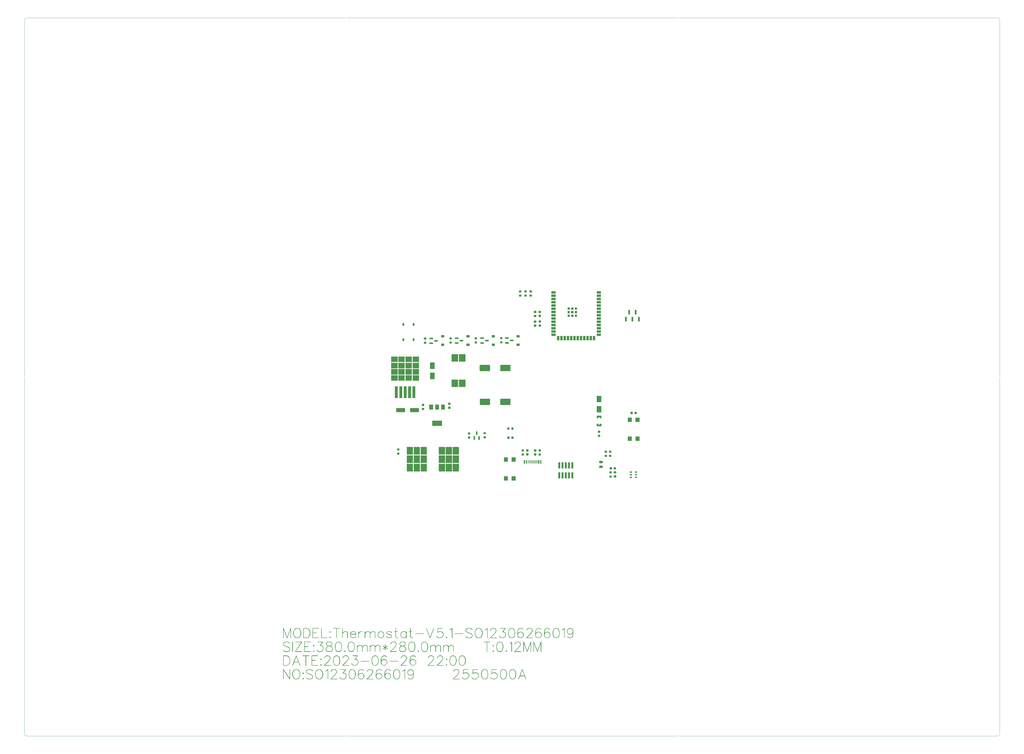
<source format=gbr>
G04 Generated by CircuitCAM Version 4.4*
%FSLAX33Y33*%
%MOMM*%
%ADD10C,0.000000*%
%LNSolderPasteTop_Ready*%
%LPD*%
G36*
G01X-12602Y-97890D02*
G75*
G03X-12647Y-97879I-45J-90D01*
G74*
G01*
G75*
G03X-12658Y-97880I0J-101D01*
G74*
G01*
X-13361Y-97880D01*
G75*
G03X-13407Y-97891I0J-100D01*
G74*
G01*
X-13408Y-97892D01*
X-13763Y-98069D01*
G75*
G03X-13788Y-98087I45J-89D01*
G74*
G01*
X-13789Y-98087D01*
X-14146Y-98444D01*
G75*
G03X-14168Y-98476I71J-71D01*
G74*
G01*
X-14168Y-98477D01*
X-14343Y-98827D01*
G75*
G03X-14348Y-98840I89J-45D01*
G74*
G01*
X-14349Y-98840D01*
X-14527Y-99376D01*
G75*
G03X-14532Y-99408I95J-32D01*
G74*
G01*
X-14532Y-100301D01*
G75*
G03X-14527Y-100332I100J0D01*
G74*
G01*
X-14527Y-100333D01*
X-14349Y-100869D01*
G75*
G03X-14340Y-100889I95J32D01*
G74*
G01*
X-14339Y-100890D01*
X-14164Y-101239D01*
G75*
G03X-14146Y-101264I89J45D01*
G74*
G01*
X-14146Y-101265D01*
X-13789Y-101622D01*
G75*
G03X-13756Y-101644I71J71D01*
G74*
G01*
X-13753Y-101645D01*
X-13406Y-101819D01*
G75*
G03X-13361Y-101830I45J89D01*
G74*
G01*
X-12647Y-101830D01*
G75*
G03X-12594Y-101815I0J100D01*
G74*
G01*
X-12244Y-101640D01*
G75*
G03X-12219Y-101622I-45J89D01*
G74*
G01*
X-12218Y-101622D01*
X-11861Y-101265D01*
G75*
G03X-11836Y-101224I-71J71D01*
G74*
G01*
X-11835Y-101223D01*
X-11665Y-100882D01*
G75*
G03X-11660Y-100869I-89J45D01*
G74*
G01*
X-11659Y-100869D01*
X-11480Y-100333D01*
G75*
G03X-11475Y-100301I-95J32D01*
G74*
G01*
X-11475Y-99408D01*
G75*
G03X-11480Y-99376I-100J0D01*
G74*
G01*
X-11480Y-99375D01*
X-11659Y-98840D01*
G75*
G03X-11669Y-98819I-95J-32D01*
G74*
G01*
X-11669Y-98818D01*
X-11843Y-98470D01*
G75*
G03X-11861Y-98445I-89J-45D01*
G74*
G01*
X-11861Y-98444D01*
X-12218Y-98087D01*
G75*
G03X-12244Y-98068I-71J-71D01*
G74*
G01*
X-12246Y-98067D01*
X-12602Y-97890D01*
G37*
%LPC*%
G36*
G01X-12672Y-98080D02*
X-13338Y-98080D01*
X-13655Y-98238D01*
X-13657Y-98239D01*
X-13994Y-98576D01*
X-14159Y-98906D01*
X-14160Y-98907D01*
X-14331Y-99423D01*
X-14332Y-99424D01*
X-14332Y-100283D01*
X-14161Y-100798D01*
X-14161Y-100799D01*
X-13995Y-101131D01*
X-13995Y-101132D01*
X-13657Y-101470D01*
X-13338Y-101630D01*
X-12670Y-101630D01*
X-12350Y-101470D01*
X-12013Y-101133D01*
X-12013Y-101132D01*
X-11848Y-100802D01*
X-11848Y-100801D01*
X-11675Y-100283D01*
X-11675Y-99424D01*
X-11676Y-99423D01*
X-11849Y-98904D01*
X-12014Y-98575D01*
X-12348Y-98241D01*
X-12350Y-98240D01*
X-12672Y-98080D01*
G37*
%LPD*%
G36*
G01X-79937Y-97885D02*
G75*
G03X-79968Y-97880I-31J-95D01*
G74*
G01*
X-81218Y-97880D01*
G75*
G03X-81318Y-97980I0J-100D01*
G74*
G01*
X-81318Y-101730D01*
G75*
G03X-81218Y-101830I100J0D01*
G74*
G01*
X-79968Y-101830D01*
G75*
G03X-79936Y-101825I0J100D01*
G74*
G01*
X-79403Y-101647D01*
X-79399Y-101646D01*
G75*
G03X-79361Y-101622I-33J95D01*
G74*
G01*
X-79004Y-101265D01*
X-79004Y-101264D01*
G75*
G03X-78986Y-101239I-71J70D01*
G74*
G01*
X-78809Y-100885D01*
X-78808Y-100884D01*
G75*
G03X-78802Y-100869I-89J47D01*
G74*
G01*
X-78623Y-100333D01*
G75*
G03X-78618Y-100301I-95J32D01*
G74*
G01*
X-78618Y-99408D01*
G75*
G03X-78623Y-99376I-100J0D01*
G74*
G01*
X-78802Y-98841D01*
X-78803Y-98840D01*
G75*
G03X-78808Y-98827I-94J-32D01*
G74*
G01*
X-78981Y-98480D01*
X-78981Y-98479D01*
G75*
G03X-79004Y-98444I-94J-36D01*
G74*
G01*
X-79361Y-98087D01*
G75*
G03X-79400Y-98063I-71J-71D01*
G74*
G01*
X-79936Y-97885D01*
X-79937Y-97885D01*
G37*
%LPC*%
G36*
G01X-79985Y-98080D02*
X-81118Y-98080D01*
X-81118Y-101630D01*
X-79985Y-101630D01*
X-79488Y-101464D01*
X-79486Y-101463D01*
X-79156Y-101133D01*
X-79156Y-101132D01*
X-78991Y-100802D01*
X-78991Y-100801D01*
X-78818Y-100283D01*
X-78818Y-99424D01*
X-78819Y-99423D01*
X-78992Y-98904D01*
X-78993Y-98903D01*
X-79157Y-98575D01*
X-79486Y-98246D01*
X-79488Y-98245D01*
X-79985Y-98080D01*
G37*
%LPD*%
G36*
G01X-83316Y-97891D02*
G75*
G03X-83361Y-97880I-45J-89D01*
G74*
G01*
X-84075Y-97880D01*
G75*
G03X-84121Y-97891I0J-100D01*
G74*
G01*
X-84122Y-97892D01*
X-84477Y-98069D01*
G75*
G03X-84502Y-98087I45J-89D01*
G74*
G01*
X-84503Y-98087D01*
X-84860Y-98444D01*
G75*
G03X-84882Y-98476I71J-71D01*
G74*
G01*
X-84882Y-98477D01*
X-85057Y-98827D01*
G75*
G03X-85062Y-98840I89J-45D01*
G74*
G01*
X-85063Y-98840D01*
X-85242Y-99376D01*
G75*
G03X-85247Y-99408I95J-32D01*
G74*
G01*
X-85247Y-100301D01*
G75*
G03X-85242Y-100333I100J0D01*
G74*
G01*
X-85063Y-100869D01*
G75*
G03X-85054Y-100889I95J32D01*
G74*
G01*
X-85053Y-100890D01*
X-84878Y-101239D01*
G75*
G03X-84860Y-101264I89J45D01*
G74*
G01*
X-84860Y-101265D01*
X-84503Y-101622D01*
G75*
G03X-84470Y-101644I71J71D01*
G74*
G01*
X-84467Y-101645D01*
X-84120Y-101819D01*
G75*
G03X-84087Y-101829I45J89D01*
G74*
G01*
X-84075Y-101830D01*
X-83361Y-101830D01*
G75*
G03X-83308Y-101815I0J100D01*
G74*
G01*
X-83306Y-101814D01*
X-82959Y-101640D01*
G75*
G03X-82934Y-101622I-45J89D01*
G74*
G01*
X-82933Y-101622D01*
X-82576Y-101265D01*
G75*
G03X-82553Y-101229I-71J71D01*
G74*
G01*
X-82552Y-101228D01*
X-82379Y-100882D01*
G75*
G03X-82374Y-100869I-89J45D01*
G74*
G01*
X-82373Y-100869D01*
X-82194Y-100333D01*
G75*
G03X-82189Y-100301I-95J32D01*
G74*
G01*
G75*
G03X-82189Y-100289I-100J0D01*
G74*
G01*
X-82189Y-99408D01*
G75*
G03X-82194Y-99376I-100J0D01*
G74*
G01*
X-82194Y-99375D01*
X-82373Y-98840D01*
G75*
G03X-82385Y-98816I-95J-32D01*
G74*
G01*
X-82385Y-98815D01*
X-82558Y-98470D01*
G75*
G03X-82576Y-98445I-89J-45D01*
G74*
G01*
X-82576Y-98444D01*
X-82933Y-98087D01*
G75*
G03X-82971Y-98063I-71J-71D01*
G74*
G01*
X-82973Y-98062D01*
X-83316Y-97891D01*
G37*
%LPC*%
G36*
G01X-83384Y-98080D02*
X-84052Y-98080D01*
X-84369Y-98238D01*
X-84371Y-98239D01*
X-84708Y-98576D01*
X-84873Y-98906D01*
X-84874Y-98907D01*
X-85046Y-99423D01*
X-85047Y-99424D01*
X-85047Y-100283D01*
X-84875Y-100798D01*
X-84875Y-100799D01*
X-84709Y-101131D01*
X-84709Y-101132D01*
X-84371Y-101470D01*
X-84052Y-101630D01*
X-83384Y-101630D01*
X-83065Y-101470D01*
X-82727Y-101132D01*
X-82727Y-101131D01*
X-82561Y-100799D01*
X-82561Y-100798D01*
X-82389Y-100283D01*
X-82389Y-99424D01*
X-82390Y-99423D01*
X-82562Y-98907D01*
X-82563Y-98906D01*
X-82728Y-98576D01*
X-83065Y-98239D01*
X-83067Y-98238D01*
X-83384Y-98080D01*
G37*
%LPD*%
G36*
G01X-70790Y-99159D02*
G75*
G03X-70861Y-99130I-71J-71D01*
G74*
G01*
G75*
G03X-70932Y-99159I0J-100D01*
G74*
G01*
X-71110Y-99337D01*
G75*
G03X-71139Y-99408I71J-71D01*
G74*
G01*
G75*
G03X-71111Y-99478I100J0D01*
G74*
G01*
X-71110Y-99479D01*
X-70932Y-99658D01*
G75*
G03X-70861Y-99687I71J71D01*
G74*
G01*
G75*
G03X-70784Y-99652I0J100D01*
G74*
G01*
X-70611Y-99479D01*
G75*
G03X-70582Y-99408I-71J71D01*
G74*
G01*
G75*
G03X-70616Y-99332I-100J0D01*
G74*
G01*
X-70617Y-99331D01*
X-70790Y-99159D01*
G37*
%LPC*%
G36*
G01X-70825Y-99407D02*
X-70861Y-99372D01*
X-70897Y-99408D01*
X-70861Y-99445D01*
X-70824Y-99408D01*
X-70825Y-99407D01*
G37*
%LPD*%
G36*
G01X-70790Y-101301D02*
G75*
G03X-70861Y-101272I-71J-71D01*
G74*
G01*
G75*
G03X-70932Y-101301I0J-100D01*
G74*
G01*
X-71110Y-101480D01*
G75*
G03X-71139Y-101551I71J-71D01*
G74*
G01*
G75*
G03X-71110Y-101622I100J0D01*
G74*
G01*
X-70932Y-101801D01*
G75*
G03X-70861Y-101830I71J71D01*
G74*
G01*
G75*
G03X-70784Y-101795I0J100D01*
G74*
G01*
X-70611Y-101622D01*
G75*
G03X-70582Y-101551I-71J71D01*
G74*
G01*
G75*
G03X-70616Y-101475I-100J0D01*
G74*
G01*
X-70790Y-101301D01*
G37*
%LPC*%
G36*
G01X-70824Y-101551D02*
X-70861Y-101514D01*
X-70896Y-101550D01*
X-70897Y-101551D01*
X-70861Y-101588D01*
X-70824Y-101551D01*
G37*
%LPD*%
G36*
G01X-50816Y-99141D02*
G75*
G03X-50861Y-99130I-45J-89D01*
G74*
G01*
X-51397Y-99130D01*
G75*
G03X-51443Y-99141I0J-100D01*
G74*
G01*
X-51444Y-99142D01*
X-51799Y-99319D01*
G75*
G03X-51824Y-99337I45J-89D01*
G74*
G01*
X-51825Y-99337D01*
X-52182Y-99694D01*
G75*
G03X-52207Y-99734I71J-71D01*
G74*
G01*
X-52207Y-99735D01*
X-52384Y-100269D01*
G75*
G03X-52389Y-100301I95J-32D01*
G74*
G01*
X-52389Y-100658D01*
G75*
G03X-52384Y-100690I100J0D01*
G74*
G01*
X-52206Y-101226D01*
G75*
G03X-52182Y-101265I95J32D01*
G74*
G01*
X-51825Y-101622D01*
G75*
G03X-51792Y-101644I71J71D01*
G74*
G01*
X-51789Y-101645D01*
X-51442Y-101819D01*
G75*
G03X-51397Y-101830I45J89D01*
G74*
G01*
X-50861Y-101830D01*
G75*
G03X-50808Y-101815I0J100D01*
G74*
G01*
X-50806Y-101814D01*
X-50459Y-101640D01*
G75*
G03X-50434Y-101622I-45J89D01*
G74*
G01*
X-50433Y-101622D01*
X-50076Y-101265D01*
G75*
G03X-50050Y-101219I-71J71D01*
G74*
G01*
X-50049Y-101218D01*
X-49873Y-100690D01*
G75*
G03X-49868Y-100658I-95J32D01*
G74*
G01*
X-49868Y-100301D01*
G75*
G03X-49873Y-100269I-100J0D01*
G74*
G01*
X-49873Y-100268D01*
X-50052Y-99733D01*
G75*
G03X-50080Y-99690I-95J-32D01*
G74*
G01*
X-50433Y-99337D01*
G75*
G03X-50471Y-99313I-71J-71D01*
G74*
G01*
X-50473Y-99312D01*
X-50816Y-99141D01*
G37*
%LPC*%
G36*
G01X-50884Y-99330D02*
X-51374Y-99330D01*
X-51691Y-99488D01*
X-51693Y-99489D01*
X-52023Y-99819D01*
X-52188Y-100316D01*
X-52189Y-100317D01*
X-52189Y-100640D01*
X-52024Y-101138D01*
X-52024Y-101139D01*
X-51693Y-101470D01*
X-51374Y-101630D01*
X-50884Y-101630D01*
X-50565Y-101470D01*
X-50234Y-101139D01*
X-50234Y-101138D01*
X-50068Y-100640D01*
X-50068Y-100317D01*
X-50069Y-100316D01*
X-50235Y-99819D01*
X-50565Y-99489D01*
X-50567Y-99488D01*
X-50884Y-99330D01*
G37*
%LPD*%
G36*
G01X-61530Y-99141D02*
G75*
G03X-61575Y-99130I-45J-89D01*
G74*
G01*
X-62111Y-99130D01*
G75*
G03X-62157Y-99141I0J-100D01*
G74*
G01*
X-62158Y-99142D01*
X-62513Y-99319D01*
G75*
G03X-62538Y-99337I45J-89D01*
G74*
G01*
X-62539Y-99337D01*
X-62896Y-99694D01*
G75*
G03X-62921Y-99734I71J-71D01*
G74*
G01*
X-62921Y-99735D01*
X-63099Y-100269D01*
G75*
G03X-63104Y-100301I95J-32D01*
G74*
G01*
X-63104Y-100658D01*
G75*
G03X-63099Y-100690I100J0D01*
G74*
G01*
X-62920Y-101226D01*
G75*
G03X-62897Y-101264I95J32D01*
G74*
G01*
X-62539Y-101622D01*
G75*
G03X-62506Y-101644I71J71D01*
G74*
G01*
X-62503Y-101645D01*
X-62156Y-101819D01*
G75*
G03X-62123Y-101829I45J89D01*
G74*
G01*
X-62111Y-101830D01*
X-61575Y-101830D01*
G75*
G03X-61522Y-101815I0J100D01*
G74*
G01*
X-61520Y-101814D01*
X-61173Y-101640D01*
G75*
G03X-61148Y-101622I-45J89D01*
G74*
G01*
X-61147Y-101622D01*
X-60790Y-101265D01*
G75*
G03X-60761Y-101194I-71J71D01*
G74*
G01*
G75*
G03X-60861Y-101094I-100J0D01*
G74*
G01*
G75*
G03X-60932Y-101123I0J-100D01*
G74*
G01*
X-61279Y-101470D01*
X-61598Y-101630D01*
X-62088Y-101630D01*
X-62407Y-101470D01*
X-62738Y-101139D01*
X-62738Y-101138D01*
X-62904Y-100640D01*
X-62904Y-100401D01*
X-60861Y-100401D01*
G75*
G03X-60761Y-100301I0J100D01*
G74*
G01*
X-60761Y-99944D01*
G75*
G03X-60775Y-99893I-100J0D01*
G74*
G01*
X-60775Y-99892D01*
X-60950Y-99542D01*
G75*
G03X-60968Y-99517I-89J-45D01*
G74*
G01*
X-60968Y-99516D01*
X-61147Y-99337D01*
G75*
G03X-61185Y-99313I-71J-71D01*
G74*
G01*
X-61187Y-99312D01*
X-61530Y-99141D01*
G37*
%LPC*%
G36*
G01X-61598Y-99330D02*
X-62088Y-99330D01*
X-62405Y-99488D01*
X-62407Y-99489D01*
X-62737Y-99819D01*
X-62865Y-100201D01*
X-60961Y-100201D01*
X-60961Y-99966D01*
X-60962Y-99965D01*
X-61121Y-99647D01*
X-61279Y-99489D01*
X-61281Y-99488D01*
X-61598Y-99330D01*
G37*
%LPD*%
G36*
G01X-41118Y-99230D02*
G75*
G03X-41218Y-99130I-100J0D01*
G74*
G01*
G75*
G03X-41318Y-99230I0J-100D01*
G74*
G01*
X-41318Y-99523D01*
X-41504Y-99337D01*
G75*
G03X-41542Y-99313I-71J-71D01*
G74*
G01*
X-41544Y-99312D01*
X-41887Y-99141D01*
G75*
G03X-41932Y-99130I-45J-89D01*
G74*
G01*
X-42468Y-99130D01*
G75*
G03X-42514Y-99141I0J-100D01*
G74*
G01*
X-42515Y-99142D01*
X-42870Y-99319D01*
G75*
G03X-42895Y-99337I45J-89D01*
G74*
G01*
X-42896Y-99337D01*
X-43253Y-99694D01*
G75*
G03X-43278Y-99734I71J-71D01*
G74*
G01*
X-43278Y-99735D01*
X-43456Y-100269D01*
G75*
G03X-43461Y-100301I95J-32D01*
G74*
G01*
X-43461Y-100658D01*
G75*
G03X-43456Y-100689I100J0D01*
G74*
G01*
X-43456Y-100690D01*
X-43277Y-101226D01*
G75*
G03X-43254Y-101264I95J32D01*
G74*
G01*
X-42896Y-101622D01*
G75*
G03X-42863Y-101644I71J71D01*
G74*
G01*
X-42860Y-101645D01*
X-42513Y-101819D01*
G75*
G03X-42468Y-101830I45J89D01*
G74*
G01*
X-41932Y-101830D01*
G75*
G03X-41879Y-101815I0J100D01*
G74*
G01*
X-41877Y-101814D01*
X-41530Y-101640D01*
G75*
G03X-41505Y-101622I-45J89D01*
G74*
G01*
X-41504Y-101622D01*
X-41319Y-101437D01*
X-41318Y-101437D01*
X-41318Y-101730D01*
G75*
G03X-41218Y-101830I100J0D01*
G74*
G01*
G75*
G03X-41118Y-101730I0J100D01*
G74*
G01*
X-41118Y-99230D01*
G37*
%LPC*%
G36*
G01X-41955Y-99330D02*
X-42445Y-99330D01*
X-42762Y-99488D01*
X-42764Y-99489D01*
X-43094Y-99819D01*
X-43260Y-100316D01*
X-43261Y-100317D01*
X-43261Y-100640D01*
X-43095Y-101138D01*
X-43095Y-101139D01*
X-42764Y-101470D01*
X-42445Y-101630D01*
X-41955Y-101630D01*
X-41636Y-101470D01*
X-41318Y-101152D01*
X-41318Y-99807D01*
X-41636Y-99489D01*
X-41638Y-99488D01*
X-41955Y-99330D01*
G37*
%LPD*%
G36*
G01X-25433Y-101301D02*
G75*
G03X-25504Y-101272I-71J-71D01*
G74*
G01*
G75*
G03X-25575Y-101301I0J-100D01*
G74*
G01*
X-25753Y-101480D01*
G75*
G03X-25782Y-101551I71J-71D01*
G74*
G01*
G75*
G03X-25753Y-101622I100J0D01*
G74*
G01*
X-25575Y-101801D01*
G75*
G03X-25504Y-101830I71J71D01*
G74*
G01*
G75*
G03X-25427Y-101795I0J100D01*
G74*
G01*
X-25254Y-101622D01*
G75*
G03X-25225Y-101551I-71J71D01*
G74*
G01*
G75*
G03X-25259Y-101475I-100J0D01*
G74*
G01*
X-25433Y-101301D01*
G37*
%LPC*%
G36*
G01X-25467Y-101551D02*
X-25504Y-101514D01*
X-25539Y-101550D01*
X-25540Y-101551D01*
X-25504Y-101588D01*
X-25467Y-101551D01*
G37*
%LPD*%
G36*
G01X3635Y-97885D02*
G75*
G03X3603Y-97880I-32J-95D01*
G74*
G01*
X3246Y-97880D01*
G75*
G03X3215Y-97885I0J-100D01*
G74*
G01*
X3214Y-97885D01*
X2679Y-98063D01*
G75*
G03X2628Y-98102I32J-95D01*
G74*
G01*
X2270Y-98638D01*
G75*
G03X2255Y-98674I83J-56D01*
G74*
G01*
X2077Y-99567D01*
G75*
G03X2075Y-99587I98J-20D01*
G74*
G01*
X2075Y-100480D01*
G75*
G03X2078Y-100507I100J0D01*
G74*
G01*
X2079Y-100508D01*
X2256Y-101218D01*
G75*
G03X2282Y-101264I97J24D01*
G74*
G01*
X2282Y-101265D01*
X2640Y-101622D01*
G75*
G03X2678Y-101646I71J71D01*
G74*
G01*
X2682Y-101647D01*
X3214Y-101825D01*
G75*
G03X3230Y-101829I32J95D01*
G74*
G01*
X3246Y-101830D01*
X3425Y-101830D01*
G75*
G03X3456Y-101825I0J100D01*
G74*
G01*
X3457Y-101825D01*
X3993Y-101646D01*
G75*
G03X4036Y-101618I-32J95D01*
G74*
G01*
X4389Y-101265D01*
G75*
G03X4415Y-101219I-71J71D01*
G74*
G01*
X4416Y-101218D01*
X4591Y-100690D01*
G75*
G03X4596Y-100658I-95J32D01*
G74*
G01*
X4596Y-100480D01*
G75*
G03X4591Y-100448I-100J0D01*
G74*
G01*
X4591Y-100447D01*
X4413Y-99912D01*
G75*
G03X4385Y-99869I-95J-32D01*
G74*
G01*
X4032Y-99516D01*
G75*
G03X3987Y-99490I-71J-71D01*
G74*
G01*
X3984Y-99489D01*
X3457Y-99313D01*
G75*
G03X3425Y-99308I-32J-95D01*
G74*
G01*
X3246Y-99308D01*
G75*
G03X3215Y-99313I0J-100D01*
G74*
G01*
X3214Y-99313D01*
X2679Y-99492D01*
G75*
G03X2640Y-99516I32J-95D01*
G74*
G01*
X2282Y-99873D01*
G75*
G03X2276Y-99880I71J-71D01*
G74*
G01*
X2275Y-99880D01*
X2275Y-99595D01*
X2276Y-99594D01*
X2447Y-98733D01*
X2448Y-98732D01*
X2775Y-98243D01*
X2776Y-98242D01*
X3263Y-98080D01*
X3586Y-98080D01*
X4068Y-98240D01*
X4069Y-98241D01*
X4229Y-98560D01*
G75*
G03X4318Y-98615I89J45D01*
G74*
G01*
G75*
G03X4418Y-98515I0J100D01*
G74*
G01*
G75*
G03X4407Y-98470I-100J0D01*
G74*
G01*
X4228Y-98113D01*
G75*
G03X4172Y-98064I-89J-45D01*
G74*
G01*
X4171Y-98063D01*
X3635Y-97885D01*
G37*
%LPC*%
G36*
G01X3408Y-99508D02*
X3263Y-99508D01*
X2767Y-99674D01*
X2765Y-99675D01*
X2442Y-99997D01*
X2441Y-99998D01*
X2280Y-100483D01*
X2279Y-100484D01*
X2443Y-101141D01*
X2443Y-101142D01*
X2765Y-101463D01*
X2767Y-101464D01*
X3263Y-101630D01*
X3408Y-101630D01*
X3905Y-101464D01*
X3907Y-101463D01*
X4231Y-101139D01*
X4231Y-101138D01*
X4396Y-100640D01*
X4396Y-100496D01*
X4395Y-100495D01*
X4230Y-99998D01*
X3907Y-99675D01*
X3905Y-99674D01*
X3408Y-99508D01*
G37*
%LPD*%
G36*
G01X64Y-97885D02*
G75*
G03X32Y-97880I-32J-95D01*
G74*
G01*
X-325Y-97880D01*
G75*
G03X-357Y-97885I0J-100D01*
G74*
G01*
X-893Y-98063D01*
G75*
G03X-950Y-98111I32J-95D01*
G74*
G01*
X-950Y-98112D01*
X-1301Y-98639D01*
G75*
G03X-1316Y-98674I83J-55D01*
G74*
G01*
X-1495Y-99567D01*
G75*
G03X-1497Y-99587I98J-20D01*
G74*
G01*
X-1497Y-100122D01*
G75*
G03X-1495Y-100142I100J0D01*
G74*
G01*
X-1316Y-101035D01*
G75*
G03X-1299Y-101074I98J20D01*
G74*
G01*
X-1298Y-101075D01*
X-944Y-101606D01*
G75*
G03X-894Y-101645I83J55D01*
G74*
G01*
X-893Y-101646D01*
X-357Y-101825D01*
G75*
G03X-325Y-101830I32J95D01*
G74*
G01*
X32Y-101830D01*
G75*
G03X63Y-101825I0J100D01*
G74*
G01*
X64Y-101825D01*
X600Y-101646D01*
G75*
G03X659Y-101594I-32J95D01*
G74*
G01*
X660Y-101593D01*
X1008Y-101070D01*
G75*
G03X1023Y-101033I-83J55D01*
G74*
G01*
X1024Y-101032D01*
X1201Y-100142D01*
G75*
G03X1203Y-100122I-98J20D01*
G74*
G01*
G75*
G03X1203Y-100112I-100J0D01*
G74*
G01*
X1203Y-99587D01*
G75*
G03X1200Y-99561I-100J0D01*
G74*
G01*
X1200Y-99560D01*
X1023Y-98674D01*
G75*
G03X1001Y-98629I-98J-20D01*
G74*
G01*
X1001Y-98628D01*
X651Y-98103D01*
G75*
G03X601Y-98064I-83J-55D01*
G74*
G01*
X600Y-98063D01*
X64Y-97885D01*
G37*
%LPC*%
G36*
G01X15Y-98080D02*
X-308Y-98080D01*
X-796Y-98242D01*
X-798Y-98243D01*
X-1122Y-98730D01*
X-1123Y-98731D01*
X-1296Y-99594D01*
X-1297Y-99595D01*
X-1297Y-100110D01*
X-1124Y-100975D01*
X-1124Y-100976D01*
X-798Y-101466D01*
X-796Y-101467D01*
X-308Y-101630D01*
X15Y-101630D01*
X503Y-101467D01*
X505Y-101466D01*
X831Y-100976D01*
X831Y-100975D01*
X1003Y-100110D01*
X1003Y-99595D01*
X1002Y-99594D01*
X830Y-98731D01*
X829Y-98730D01*
X505Y-98243D01*
X503Y-98242D01*
X15Y-98080D01*
G37*
%LPD*%
G36*
G01X22742Y-97885D02*
G75*
G03X22711Y-97880I-31J-95D01*
G74*
G01*
X22532Y-97880D01*
G75*
G03X22500Y-97885I0J-100D01*
G74*
G01*
X21973Y-98060D01*
X21970Y-98061D01*
G75*
G03X21925Y-98087I26J-97D01*
G74*
G01*
X21572Y-98440D01*
G75*
G03X21544Y-98483I67J-75D01*
G74*
G01*
X21366Y-99018D01*
X21366Y-99019D01*
G75*
G03X21361Y-99051I95J-32D01*
G74*
G01*
X21361Y-99218D01*
G75*
G03X21360Y-99230I100J-12D01*
G74*
G01*
G75*
G03X21366Y-99262I101J0D01*
G74*
G01*
X21541Y-99789D01*
X21542Y-99790D01*
G75*
G03X21568Y-99836I97J25D01*
G74*
G01*
X21921Y-100189D01*
G75*
G03X21964Y-100217I75J67D01*
G74*
G01*
X22500Y-100396D01*
X22501Y-100396D01*
G75*
G03X22532Y-100401I31J95D01*
G74*
G01*
X22711Y-100401D01*
X22727Y-100400D01*
G75*
G03X22743Y-100396I-16J99D01*
G74*
G01*
X23275Y-100218D01*
X23279Y-100217D01*
G75*
G03X23317Y-100193I-33J95D01*
G74*
G01*
X23674Y-99836D01*
G75*
G03X23681Y-99828I-71J71D01*
G74*
G01*
X23682Y-99828D01*
X23682Y-100110D01*
X23509Y-100975D01*
X23509Y-100976D01*
X23183Y-101466D01*
X23181Y-101467D01*
X22694Y-101630D01*
X22370Y-101630D01*
X21889Y-101469D01*
X21888Y-101468D01*
X21728Y-101149D01*
G75*
G03X21639Y-101094I-89J-45D01*
G74*
G01*
G75*
G03X21539Y-101194I0J-100D01*
G74*
G01*
G75*
G03X21550Y-101239I100J0D01*
G74*
G01*
X21723Y-101585D01*
X21724Y-101586D01*
G75*
G03X21786Y-101646I94J35D01*
G74*
G01*
X22321Y-101825D01*
X22322Y-101825D01*
G75*
G03X22353Y-101830I31J95D01*
G74*
G01*
X22711Y-101830D01*
G75*
G03X22743Y-101825I0J100D01*
G74*
G01*
X23278Y-101646D01*
X23279Y-101645D01*
G75*
G03X23329Y-101606I-33J94D01*
G74*
G01*
X23683Y-101075D01*
X23684Y-101074D01*
G75*
G03X23701Y-101035I-81J59D01*
G74*
G01*
X23880Y-100142D01*
X23880Y-100141D01*
G75*
G03X23882Y-100122I-98J19D01*
G74*
G01*
X23882Y-99230D01*
G75*
G03X23876Y-99194I-100J0D01*
G74*
G01*
X23876Y-99193D01*
X23702Y-98497D01*
X23702Y-98496D01*
G75*
G03X23674Y-98444I-99J-19D01*
G74*
G01*
X23317Y-98087D01*
G75*
G03X23278Y-98063I-71J-71D01*
G74*
G01*
X22743Y-97885D01*
X22742Y-97885D01*
G37*
%LPC*%
G36*
G01X22694Y-98080D02*
X22549Y-98080D01*
X22052Y-98245D01*
X22050Y-98246D01*
X21727Y-98569D01*
X21562Y-99066D01*
X21561Y-99067D01*
X21561Y-99212D01*
X21726Y-99709D01*
X21726Y-99710D01*
X22050Y-100034D01*
X22052Y-100035D01*
X22549Y-100201D01*
X22694Y-100201D01*
X23190Y-100035D01*
X23192Y-100034D01*
X23516Y-99710D01*
X23516Y-99709D01*
X23678Y-99225D01*
X23677Y-99224D01*
X23513Y-98567D01*
X23192Y-98246D01*
X23190Y-98245D01*
X22694Y-98080D01*
G37*
%LPD*%
G36*
G01X17385Y-97885D02*
G75*
G03X17353Y-97880I-32J-95D01*
G74*
G01*
X16996Y-97880D01*
G75*
G03X16964Y-97885I0J-100D01*
G74*
G01*
X16429Y-98063D01*
G75*
G03X16378Y-98102I32J-95D01*
G74*
G01*
X16020Y-98638D01*
G75*
G03X16005Y-98674I83J-56D01*
G74*
G01*
X15827Y-99567D01*
G75*
G03X15825Y-99587I98J-20D01*
G74*
G01*
X15825Y-100122D01*
G75*
G03X15827Y-100142I100J0D01*
G74*
G01*
X16005Y-101035D01*
G75*
G03X16020Y-101071I98J20D01*
G74*
G01*
X16378Y-101607D01*
G75*
G03X16429Y-101646I83J56D01*
G74*
G01*
X16964Y-101825D01*
G75*
G03X16996Y-101830I32J95D01*
G74*
G01*
X17353Y-101830D01*
G75*
G03X17384Y-101825I0J100D01*
G74*
G01*
X17385Y-101825D01*
X17921Y-101646D01*
G75*
G03X17980Y-101594I-32J95D01*
G74*
G01*
X17981Y-101593D01*
X18329Y-101070D01*
G75*
G03X18344Y-101033I-83J55D01*
G74*
G01*
X18345Y-101032D01*
X18523Y-100142D01*
G75*
G03X18525Y-100122I-98J20D01*
G74*
G01*
G75*
G03X18525Y-100112I-100J0D01*
G74*
G01*
X18525Y-99587D01*
G75*
G03X18522Y-99561I-100J0D01*
G74*
G01*
X18522Y-99560D01*
X18344Y-98674D01*
G75*
G03X18322Y-98629I-98J-20D01*
G74*
G01*
X18322Y-98628D01*
X17972Y-98103D01*
G75*
G03X17922Y-98064I-83J-55D01*
G74*
G01*
X17921Y-98063D01*
X17385Y-97885D01*
G37*
%LPC*%
G36*
G01X17336Y-98080D02*
X17013Y-98080D01*
X16526Y-98242D01*
X16525Y-98243D01*
X16198Y-98732D01*
X16197Y-98733D01*
X16026Y-99594D01*
X16025Y-99595D01*
X16025Y-100110D01*
X16197Y-100974D01*
X16197Y-100975D01*
X16525Y-101466D01*
X16526Y-101467D01*
X17013Y-101630D01*
X17336Y-101630D01*
X17824Y-101467D01*
X17826Y-101466D01*
X18152Y-100976D01*
X18152Y-100975D01*
X18325Y-100110D01*
X18325Y-99595D01*
X18324Y-99594D01*
X18151Y-98731D01*
X18150Y-98730D01*
X17826Y-98243D01*
X17824Y-98242D01*
X17336Y-98080D01*
G37*
%LPD*%
G36*
G01X13993Y-97885D02*
G75*
G03X13961Y-97880I-32J-95D01*
G74*
G01*
X13603Y-97880D01*
G75*
G03X13572Y-97885I0J-100D01*
G74*
G01*
X13571Y-97885D01*
X13036Y-98063D01*
G75*
G03X12979Y-98111I32J-95D01*
G74*
G01*
X12979Y-98112D01*
X12628Y-98639D01*
G75*
G03X12613Y-98674I83J-55D01*
G74*
G01*
X12434Y-99567D01*
G75*
G03X12432Y-99587I98J-20D01*
G74*
G01*
X12432Y-100480D01*
G75*
G03X12436Y-100510I100J0D01*
G74*
G01*
X12437Y-100511D01*
X12614Y-101218D01*
G75*
G03X12640Y-101264I97J24D01*
G74*
G01*
X12640Y-101265D01*
X12997Y-101622D01*
G75*
G03X13035Y-101646I71J71D01*
G74*
G01*
X13039Y-101647D01*
X13571Y-101825D01*
G75*
G03X13587Y-101829I32J95D01*
G74*
G01*
X13603Y-101830D01*
X13782Y-101830D01*
G75*
G03X13813Y-101825I0J100D01*
G74*
G01*
X13814Y-101825D01*
X14350Y-101646D01*
G75*
G03X14393Y-101618I-32J95D01*
G74*
G01*
X14746Y-101265D01*
G75*
G03X14772Y-101219I-71J71D01*
G74*
G01*
X14773Y-101218D01*
X14948Y-100690D01*
G75*
G03X14953Y-100658I-95J32D01*
G74*
G01*
X14953Y-100480D01*
G75*
G03X14948Y-100448I-100J0D01*
G74*
G01*
X14948Y-100447D01*
X14770Y-99912D01*
G75*
G03X14742Y-99869I-95J-32D01*
G74*
G01*
X14389Y-99516D01*
G75*
G03X14344Y-99490I-71J-71D01*
G74*
G01*
X14341Y-99489D01*
X13814Y-99313D01*
G75*
G03X13782Y-99308I-32J-95D01*
G74*
G01*
X13603Y-99308D01*
G75*
G03X13572Y-99313I0J-100D01*
G74*
G01*
X13571Y-99313D01*
X13036Y-99492D01*
G75*
G03X12997Y-99516I32J-95D01*
G74*
G01*
X12640Y-99873D01*
G75*
G03X12633Y-99881I71J-71D01*
G74*
G01*
X12632Y-99881D01*
X12632Y-99595D01*
X12633Y-99594D01*
X12806Y-98731D01*
X12807Y-98730D01*
X13131Y-98243D01*
X13133Y-98242D01*
X13620Y-98080D01*
X13944Y-98080D01*
X14425Y-98240D01*
X14426Y-98241D01*
X14586Y-98560D01*
G75*
G03X14675Y-98615I89J45D01*
G74*
G01*
G75*
G03X14775Y-98515I0J100D01*
G74*
G01*
G75*
G03X14764Y-98470I-100J0D01*
G74*
G01*
X14585Y-98113D01*
G75*
G03X14529Y-98064I-89J-45D01*
G74*
G01*
X14528Y-98063D01*
X13993Y-97885D01*
G37*
%LPC*%
G36*
G01X13765Y-99508D02*
X13620Y-99508D01*
X13124Y-99674D01*
X13122Y-99675D01*
X12799Y-99998D01*
X12637Y-100483D01*
X12636Y-100484D01*
X12801Y-101141D01*
X12801Y-101142D01*
X13122Y-101463D01*
X13124Y-101464D01*
X13620Y-101630D01*
X13765Y-101630D01*
X14262Y-101464D01*
X14264Y-101463D01*
X14588Y-101139D01*
X14588Y-101138D01*
X14753Y-100640D01*
X14753Y-100496D01*
X14752Y-100495D01*
X14587Y-99998D01*
X14264Y-99675D01*
X14262Y-99674D01*
X13765Y-99508D01*
G37*
%LPD*%
G36*
G01X10600Y-97885D02*
G75*
G03X10568Y-97880I-32J-95D01*
G74*
G01*
X10211Y-97880D01*
G75*
G03X10180Y-97885I0J-100D01*
G74*
G01*
X10179Y-97885D01*
X9643Y-98063D01*
G75*
G03X9586Y-98111I32J-95D01*
G74*
G01*
X9586Y-98112D01*
X9235Y-98639D01*
G75*
G03X9220Y-98674I83J-55D01*
G74*
G01*
X9041Y-99567D01*
G75*
G03X9039Y-99587I98J-20D01*
G74*
G01*
X9039Y-100468D01*
G75*
G03X9038Y-100480I100J-12D01*
G74*
G01*
G75*
G03X9043Y-100510I101J0D01*
G74*
G01*
X9044Y-100511D01*
X9221Y-101218D01*
G75*
G03X9247Y-101264I97J24D01*
G74*
G01*
X9247Y-101265D01*
X9604Y-101622D01*
G75*
G03X9642Y-101646I71J71D01*
G74*
G01*
X9646Y-101647D01*
X10179Y-101825D01*
G75*
G03X10195Y-101829I32J95D01*
G74*
G01*
X10211Y-101830D01*
X10389Y-101830D01*
G75*
G03X10420Y-101825I0J100D01*
G74*
G01*
X10421Y-101825D01*
X10957Y-101646D01*
G75*
G03X11000Y-101618I-32J95D01*
G74*
G01*
X11353Y-101265D01*
G75*
G03X11379Y-101219I-71J71D01*
G74*
G01*
X11380Y-101218D01*
X11556Y-100690D01*
G75*
G03X11561Y-100658I-95J32D01*
G74*
G01*
G75*
G03X11561Y-100646I-100J0D01*
G74*
G01*
X11561Y-100480D01*
G75*
G03X11556Y-100448I-100J0D01*
G74*
G01*
X11556Y-100447D01*
X11377Y-99912D01*
G75*
G03X11349Y-99869I-95J-32D01*
G74*
G01*
X10996Y-99516D01*
G75*
G03X10951Y-99490I-71J-71D01*
G74*
G01*
X10948Y-99489D01*
X10421Y-99313D01*
G75*
G03X10389Y-99308I-32J-95D01*
G74*
G01*
X10211Y-99308D01*
G75*
G03X10180Y-99313I0J-100D01*
G74*
G01*
X10179Y-99313D01*
X9643Y-99492D01*
G75*
G03X9604Y-99516I32J-95D01*
G74*
G01*
X9247Y-99873D01*
G75*
G03X9240Y-99881I71J-71D01*
G74*
G01*
X9239Y-99881D01*
X9239Y-99595D01*
X9240Y-99594D01*
X9413Y-98731D01*
X9414Y-98730D01*
X9738Y-98243D01*
X9740Y-98242D01*
X10228Y-98080D01*
X10551Y-98080D01*
X11032Y-98240D01*
X11033Y-98241D01*
X11193Y-98560D01*
G75*
G03X11282Y-98615I89J45D01*
G74*
G01*
G75*
G03X11382Y-98515I0J100D01*
G74*
G01*
G75*
G03X11371Y-98470I-100J0D01*
G74*
G01*
X11192Y-98113D01*
G75*
G03X11136Y-98064I-89J-45D01*
G74*
G01*
X11135Y-98063D01*
X10600Y-97885D01*
G37*
%LPC*%
G36*
G01X10372Y-99508D02*
X10228Y-99508D01*
X9731Y-99674D01*
X9729Y-99675D01*
X9406Y-99998D01*
X9244Y-100483D01*
X9243Y-100484D01*
X9408Y-101141D01*
X9408Y-101142D01*
X9729Y-101463D01*
X9731Y-101464D01*
X10228Y-101630D01*
X10372Y-101630D01*
X10869Y-101464D01*
X10871Y-101463D01*
X11195Y-101139D01*
X11195Y-101138D01*
X11361Y-100640D01*
X11361Y-100496D01*
X11360Y-100495D01*
X11194Y-99998D01*
X10871Y-99675D01*
X10869Y-99674D01*
X10372Y-99508D01*
G37*
%LPD*%
G36*
G01X-4579Y-103242D02*
G75*
G03X-4611Y-103237I-32J-95D01*
G74*
G01*
X-4968Y-103237D01*
G75*
G03X-5000Y-103242I0J-100D01*
G74*
G01*
X-5536Y-103420D01*
G75*
G03X-5593Y-103468I32J-95D01*
G74*
G01*
X-5593Y-103469D01*
X-5944Y-103996D01*
G75*
G03X-5959Y-104031I83J-55D01*
G74*
G01*
X-6137Y-104924D01*
G75*
G03X-6139Y-104944I98J-20D01*
G74*
G01*
X-6139Y-105480D01*
G75*
G03X-6137Y-105499I100J0D01*
G74*
G01*
X-6137Y-105500D01*
X-5959Y-106392D01*
G75*
G03X-5942Y-106431I98J20D01*
G74*
G01*
X-5941Y-106432D01*
X-5587Y-106963D01*
G75*
G03X-5537Y-107002I83J55D01*
G74*
G01*
X-5536Y-107003D01*
X-5000Y-107182D01*
G75*
G03X-4984Y-107186I32J95D01*
G74*
G01*
X-4968Y-107187D01*
X-4611Y-107187D01*
G75*
G03X-4580Y-107182I0J100D01*
G74*
G01*
X-4579Y-107182D01*
X-4043Y-107003D01*
G75*
G03X-3984Y-106951I-32J95D01*
G74*
G01*
X-3983Y-106950D01*
X-3635Y-106427D01*
G75*
G03X-3620Y-106390I-83J55D01*
G74*
G01*
X-3619Y-106389D01*
X-3441Y-105500D01*
G75*
G03X-3439Y-105480I-98J20D01*
G74*
G01*
X-3439Y-104944D01*
G75*
G03X-3442Y-104918I-100J0D01*
G74*
G01*
X-3442Y-104917D01*
X-3620Y-104031D01*
G75*
G03X-3642Y-103986I-98J-20D01*
G74*
G01*
X-3642Y-103985D01*
X-3992Y-103460D01*
G75*
G03X-4042Y-103421I-83J-55D01*
G74*
G01*
X-4043Y-103420D01*
X-4579Y-103242D01*
G37*
%LPC*%
G36*
G01X-4628Y-103437D02*
X-4951Y-103437D01*
X-5439Y-103599D01*
X-5441Y-103600D01*
X-5765Y-104087D01*
X-5766Y-104088D01*
X-5938Y-104951D01*
X-5939Y-104952D01*
X-5939Y-105468D01*
X-5767Y-106332D01*
X-5767Y-106333D01*
X-5441Y-106823D01*
X-5439Y-106824D01*
X-4951Y-106987D01*
X-4628Y-106987D01*
X-4140Y-106824D01*
X-4138Y-106823D01*
X-3812Y-106333D01*
X-3812Y-106332D01*
X-3639Y-105468D01*
X-3639Y-104952D01*
X-3640Y-104951D01*
X-3813Y-104088D01*
X-3814Y-104087D01*
X-4138Y-103600D01*
X-4140Y-103599D01*
X-4628Y-103437D01*
G37*
%LPD*%
G36*
G01X-33865Y-103242D02*
G75*
G03X-33897Y-103237I-32J-95D01*
G74*
G01*
X-34254Y-103237D01*
G75*
G03X-34286Y-103242I0J-100D01*
G74*
G01*
X-34821Y-103420D01*
G75*
G03X-34872Y-103459I32J-95D01*
G74*
G01*
X-35230Y-103995D01*
G75*
G03X-35245Y-104031I83J-56D01*
G74*
G01*
X-35423Y-104924D01*
G75*
G03X-35425Y-104944I98J-20D01*
G74*
G01*
X-35425Y-105480D01*
G75*
G03X-35423Y-105500I100J0D01*
G74*
G01*
X-35245Y-106392D01*
G75*
G03X-35231Y-106427I98J20D01*
G74*
G01*
X-35230Y-106428D01*
X-34872Y-106964D01*
G75*
G03X-34821Y-107003I83J56D01*
G74*
G01*
X-34286Y-107182D01*
G75*
G03X-34254Y-107187I32J95D01*
G74*
G01*
X-33897Y-107187D01*
G75*
G03X-33866Y-107182I0J100D01*
G74*
G01*
X-33865Y-107182D01*
X-33329Y-107003D01*
G75*
G03X-33270Y-106951I-32J95D01*
G74*
G01*
X-33269Y-106950D01*
X-32921Y-106427D01*
G75*
G03X-32906Y-106390I-83J55D01*
G74*
G01*
X-32905Y-106389D01*
X-32727Y-105500D01*
G75*
G03X-32725Y-105480I-98J20D01*
G74*
G01*
G75*
G03X-32725Y-105470I-100J0D01*
G74*
G01*
X-32725Y-104944D01*
G75*
G03X-32728Y-104918I-100J0D01*
G74*
G01*
X-32728Y-104917D01*
X-32906Y-104031D01*
G75*
G03X-32928Y-103986I-98J-20D01*
G74*
G01*
X-32928Y-103985D01*
X-33278Y-103460D01*
G75*
G03X-33328Y-103421I-83J-55D01*
G74*
G01*
X-33329Y-103420D01*
X-33865Y-103242D01*
G37*
%LPC*%
G36*
G01X-33914Y-103437D02*
X-34237Y-103437D01*
X-34724Y-103599D01*
X-34725Y-103600D01*
X-35052Y-104089D01*
X-35053Y-104090D01*
X-35224Y-104951D01*
X-35225Y-104952D01*
X-35225Y-105468D01*
X-35053Y-106331D01*
X-35053Y-106332D01*
X-34725Y-106823D01*
X-34724Y-106824D01*
X-34237Y-106987D01*
X-33914Y-106987D01*
X-33426Y-106824D01*
X-33424Y-106823D01*
X-33098Y-106333D01*
X-33098Y-106332D01*
X-32925Y-105468D01*
X-32925Y-104952D01*
X-32926Y-104951D01*
X-33099Y-104088D01*
X-33100Y-104087D01*
X-33424Y-103600D01*
X-33426Y-103599D01*
X-33914Y-103437D01*
G37*
%LPD*%
G36*
G01X-38865Y-103242D02*
G75*
G03X-38897Y-103237I-32J-95D01*
G74*
G01*
X-39254Y-103237D01*
G75*
G03X-39286Y-103242I0J-100D01*
G74*
G01*
X-39821Y-103420D01*
G75*
G03X-39872Y-103459I32J-95D01*
G74*
G01*
X-40230Y-103995D01*
G75*
G03X-40245Y-104031I83J-56D01*
G74*
G01*
X-40423Y-104924D01*
G75*
G03X-40425Y-104944I98J-20D01*
G74*
G01*
X-40425Y-105480D01*
G75*
G03X-40423Y-105500I100J0D01*
G74*
G01*
X-40245Y-106392D01*
G75*
G03X-40230Y-106428I98J20D01*
G74*
G01*
X-39872Y-106964D01*
G75*
G03X-39821Y-107003I83J56D01*
G74*
G01*
X-39286Y-107182D01*
G75*
G03X-39254Y-107187I32J95D01*
G74*
G01*
X-38897Y-107187D01*
G75*
G03X-38866Y-107182I0J100D01*
G74*
G01*
X-38865Y-107182D01*
X-38329Y-107003D01*
G75*
G03X-38270Y-106951I-32J95D01*
G74*
G01*
X-38269Y-106950D01*
X-37921Y-106427D01*
G75*
G03X-37906Y-106390I-83J55D01*
G74*
G01*
X-37905Y-106389D01*
X-37727Y-105500D01*
G75*
G03X-37725Y-105480I-98J20D01*
G74*
G01*
G75*
G03X-37725Y-105470I-100J0D01*
G74*
G01*
X-37725Y-104944D01*
G75*
G03X-37728Y-104918I-100J0D01*
G74*
G01*
X-37728Y-104917D01*
X-37906Y-104031D01*
G75*
G03X-37928Y-103986I-98J-20D01*
G74*
G01*
X-37928Y-103985D01*
X-38278Y-103460D01*
G75*
G03X-38328Y-103421I-83J-55D01*
G74*
G01*
X-38329Y-103420D01*
X-38865Y-103242D01*
G37*
%LPC*%
G36*
G01X-38914Y-103437D02*
X-39237Y-103437D01*
X-39724Y-103599D01*
X-39725Y-103600D01*
X-40052Y-104089D01*
X-40053Y-104090D01*
X-40224Y-104951D01*
X-40225Y-104952D01*
X-40225Y-105468D01*
X-40053Y-106331D01*
X-40053Y-106332D01*
X-39725Y-106823D01*
X-39724Y-106824D01*
X-39237Y-106987D01*
X-38914Y-106987D01*
X-38426Y-106824D01*
X-38424Y-106823D01*
X-38098Y-106333D01*
X-38098Y-106332D01*
X-37925Y-105468D01*
X-37925Y-104952D01*
X-37926Y-104951D01*
X-38099Y-104088D01*
X-38100Y-104087D01*
X-38424Y-103600D01*
X-38426Y-103599D01*
X-38914Y-103437D01*
G37*
%LPD*%
G36*
G01X-42257Y-103242D02*
G75*
G03X-42289Y-103237I-32J-95D01*
G74*
G01*
X-43004Y-103237D01*
G75*
G03X-43036Y-103242I0J-100D01*
G74*
G01*
X-43571Y-103420D01*
G75*
G03X-43630Y-103472I32J-95D01*
G74*
G01*
X-43630Y-103473D01*
X-43807Y-103827D01*
G75*
G03X-43818Y-103872I89J-45D01*
G74*
G01*
X-43818Y-104230D01*
G75*
G03X-43805Y-104280I100J0D01*
G74*
G01*
X-43804Y-104281D01*
X-43628Y-104632D01*
G75*
G03X-43584Y-104676I89J45D01*
G74*
G01*
X-43227Y-104854D01*
G75*
G03X-43209Y-104861I45J89D01*
G74*
G01*
X-43206Y-104862D01*
X-43030Y-104906D01*
X-43032Y-104907D01*
X-43384Y-105024D01*
X-43387Y-105025D01*
G75*
G03X-43432Y-105051I26J-97D01*
G74*
G01*
X-43789Y-105409D01*
X-43789Y-105410D01*
G75*
G03X-43807Y-105435I71J-70D01*
G74*
G01*
X-43980Y-105780D01*
X-43980Y-105781D01*
G75*
G03X-43997Y-105837I83J-56D01*
G74*
G01*
X-43997Y-106366D01*
G75*
G03X-43997Y-106372I100J-6D01*
G74*
G01*
G75*
G03X-43986Y-106417I100J0D01*
G74*
G01*
X-43815Y-106759D01*
X-43814Y-106760D01*
G75*
G03X-43789Y-106801I96J30D01*
G74*
G01*
X-43615Y-106974D01*
X-43614Y-106975D01*
G75*
G03X-43571Y-107003I75J67D01*
G74*
G01*
X-43036Y-107182D01*
X-43035Y-107182D01*
G75*
G03X-43004Y-107187I31J95D01*
G74*
G01*
X-42289Y-107187D01*
X-42273Y-107186D01*
G75*
G03X-42257Y-107182I-16J99D01*
G74*
G01*
X-41725Y-107004D01*
X-41721Y-107003D01*
G75*
G03X-41683Y-106979I-33J95D01*
G74*
G01*
X-41504Y-106801D01*
X-41503Y-106800D01*
G75*
G03X-41485Y-106775I-72J70D01*
G74*
G01*
X-41307Y-106417D01*
X-41307Y-106416D01*
G75*
G03X-41297Y-106372I-90J44D01*
G74*
G01*
X-41297Y-105837D01*
G75*
G03X-41308Y-105792I-100J0D01*
G74*
G01*
X-41481Y-105445D01*
X-41481Y-105444D01*
G75*
G03X-41504Y-105409I-94J-36D01*
G74*
G01*
X-41861Y-105051D01*
G75*
G03X-41900Y-105027I-71J-71D01*
G74*
G01*
X-42261Y-104907D01*
X-42263Y-104906D01*
X-42087Y-104862D01*
G75*
G03X-42058Y-104850I-24J97D01*
G74*
G01*
X-42056Y-104849D01*
X-41709Y-104676D01*
G75*
G03X-41665Y-104632I-45J89D01*
G74*
G01*
X-41664Y-104631D01*
X-41486Y-104275D01*
G75*
G03X-41475Y-104230I-89J45D01*
G74*
G01*
X-41475Y-103872D01*
G75*
G03X-41492Y-103816I-100J0D01*
G74*
G01*
X-41492Y-103815D01*
X-41665Y-103470D01*
G75*
G03X-41721Y-103421I-89J-45D01*
G74*
G01*
X-41722Y-103420D01*
X-42257Y-103242D01*
G37*
%LPC*%
G36*
G01X-42306Y-103437D02*
X-42987Y-103437D01*
X-43468Y-103597D01*
X-43469Y-103598D01*
X-43617Y-103894D01*
X-43618Y-103895D01*
X-43618Y-104206D01*
X-43465Y-104512D01*
X-43464Y-104513D01*
X-43149Y-104670D01*
X-43146Y-104671D01*
X-42647Y-104796D01*
X-42646Y-104796D01*
X-42147Y-104671D01*
X-42144Y-104670D01*
X-41829Y-104513D01*
X-41828Y-104512D01*
X-41675Y-104206D01*
X-41675Y-103895D01*
X-41676Y-103894D01*
X-41824Y-103598D01*
X-41825Y-103597D01*
X-42306Y-103437D01*
G37*
G36*
G01X-42644Y-105003D02*
X-42649Y-105003D01*
X-42793Y-105039D01*
X-43305Y-105209D01*
X-43307Y-105210D01*
X-43636Y-105540D01*
X-43637Y-105541D01*
X-43796Y-105859D01*
X-43797Y-105860D01*
X-43797Y-106348D01*
X-43637Y-106668D01*
X-43637Y-106669D01*
X-43485Y-106820D01*
X-43483Y-106821D01*
X-42987Y-106987D01*
X-42306Y-106987D01*
X-41810Y-106821D01*
X-41808Y-106820D01*
X-41658Y-106671D01*
X-41658Y-106670D01*
X-41497Y-106347D01*
X-41497Y-105859D01*
X-41498Y-105858D01*
X-41657Y-105540D01*
X-41658Y-105539D01*
X-41986Y-105210D01*
X-41988Y-105209D01*
X-42500Y-105039D01*
X-42644Y-105003D01*
G37*
%LPD*%
G36*
G01X-62436Y-103242D02*
G75*
G03X-62468Y-103237I-32J-95D01*
G74*
G01*
X-62825Y-103237D01*
G75*
G03X-62857Y-103242I0J-100D01*
G74*
G01*
X-63393Y-103420D01*
G75*
G03X-63450Y-103468I32J-95D01*
G74*
G01*
X-63450Y-103469D01*
X-63801Y-103996D01*
G75*
G03X-63816Y-104031I83J-55D01*
G74*
G01*
X-63995Y-104924D01*
G75*
G03X-63997Y-104944I98J-20D01*
G74*
G01*
X-63997Y-105480D01*
G75*
G03X-63995Y-105500I100J0D01*
G74*
G01*
X-63816Y-106392D01*
G75*
G03X-63799Y-106431I98J20D01*
G74*
G01*
X-63798Y-106432D01*
X-63444Y-106963D01*
G75*
G03X-63394Y-107002I83J55D01*
G74*
G01*
X-63393Y-107003D01*
X-62857Y-107182D01*
G75*
G03X-62841Y-107186I32J95D01*
G74*
G01*
X-62825Y-107187D01*
X-62468Y-107187D01*
G75*
G03X-62437Y-107182I0J100D01*
G74*
G01*
X-62436Y-107182D01*
X-61900Y-107003D01*
G75*
G03X-61841Y-106951I-32J95D01*
G74*
G01*
X-61840Y-106950D01*
X-61492Y-106427D01*
G75*
G03X-61477Y-106390I-83J55D01*
G74*
G01*
X-61476Y-106389D01*
X-61299Y-105500D01*
G75*
G03X-61297Y-105480I-98J20D01*
G74*
G01*
G75*
G03X-61297Y-105470I-100J0D01*
G74*
G01*
X-61297Y-104944D01*
G75*
G03X-61300Y-104918I-100J0D01*
G74*
G01*
X-61300Y-104917D01*
X-61477Y-104031D01*
G75*
G03X-61499Y-103986I-98J-20D01*
G74*
G01*
X-61499Y-103985D01*
X-61849Y-103460D01*
G75*
G03X-61899Y-103421I-83J-55D01*
G74*
G01*
X-61900Y-103420D01*
X-62436Y-103242D01*
G37*
%LPC*%
G36*
G01X-62485Y-103437D02*
X-62808Y-103437D01*
X-63296Y-103599D01*
X-63298Y-103600D01*
X-63622Y-104087D01*
X-63623Y-104088D01*
X-63796Y-104951D01*
X-63797Y-104952D01*
X-63797Y-105468D01*
X-63624Y-106332D01*
X-63624Y-106333D01*
X-63298Y-106823D01*
X-63296Y-106824D01*
X-62808Y-106987D01*
X-62485Y-106987D01*
X-61997Y-106824D01*
X-61995Y-106823D01*
X-61669Y-106333D01*
X-61669Y-106332D01*
X-61497Y-105468D01*
X-61497Y-104952D01*
X-61498Y-104951D01*
X-61670Y-104088D01*
X-61671Y-104087D01*
X-61995Y-103600D01*
X-61997Y-103599D01*
X-62485Y-103437D01*
G37*
%LPD*%
G36*
G01X-67436Y-103242D02*
G75*
G03X-67468Y-103237I-32J-95D01*
G74*
G01*
X-67825Y-103237D01*
G75*
G03X-67857Y-103242I0J-100D01*
G74*
G01*
X-68393Y-103420D01*
G75*
G03X-68450Y-103468I32J-95D01*
G74*
G01*
X-68450Y-103469D01*
X-68801Y-103996D01*
G75*
G03X-68816Y-104031I83J-55D01*
G74*
G01*
X-68995Y-104924D01*
G75*
G03X-68997Y-104944I98J-20D01*
G74*
G01*
X-68997Y-105480D01*
G75*
G03X-68995Y-105500I100J0D01*
G74*
G01*
X-68816Y-106392D01*
G75*
G03X-68799Y-106431I98J20D01*
G74*
G01*
X-68798Y-106432D01*
X-68444Y-106963D01*
G75*
G03X-68394Y-107002I83J55D01*
G74*
G01*
X-68393Y-107003D01*
X-67857Y-107182D01*
G75*
G03X-67841Y-107186I32J95D01*
G74*
G01*
X-67825Y-107187D01*
X-67468Y-107187D01*
G75*
G03X-67437Y-107182I0J100D01*
G74*
G01*
X-67436Y-107182D01*
X-66900Y-107003D01*
G75*
G03X-66841Y-106951I-32J95D01*
G74*
G01*
X-66840Y-106950D01*
X-66492Y-106427D01*
G75*
G03X-66477Y-106390I-83J55D01*
G74*
G01*
X-66476Y-106389D01*
X-66299Y-105500D01*
G75*
G03X-66297Y-105480I-98J20D01*
G74*
G01*
X-66297Y-104944D01*
G75*
G03X-66300Y-104918I-100J0D01*
G74*
G01*
X-66300Y-104917D01*
X-66477Y-104031D01*
G75*
G03X-66499Y-103986I-98J-20D01*
G74*
G01*
X-66499Y-103985D01*
X-66849Y-103460D01*
G75*
G03X-66899Y-103421I-83J-55D01*
G74*
G01*
X-66900Y-103420D01*
X-67436Y-103242D01*
G37*
%LPC*%
G36*
G01X-67485Y-103437D02*
X-67808Y-103437D01*
X-68296Y-103599D01*
X-68298Y-103600D01*
X-68622Y-104087D01*
X-68623Y-104088D01*
X-68796Y-104951D01*
X-68797Y-104952D01*
X-68797Y-105468D01*
X-68624Y-106332D01*
X-68624Y-106333D01*
X-68298Y-106823D01*
X-68296Y-106824D01*
X-67808Y-106987D01*
X-67485Y-106987D01*
X-66997Y-106824D01*
X-66995Y-106823D01*
X-66669Y-106333D01*
X-66669Y-106332D01*
X-66497Y-105468D01*
X-66497Y-104952D01*
X-66498Y-104951D01*
X-66670Y-104088D01*
X-66671Y-104087D01*
X-66995Y-103600D01*
X-66997Y-103599D01*
X-67485Y-103437D01*
G37*
%LPD*%
G36*
G01X-70829Y-103242D02*
G75*
G03X-70861Y-103237I-32J-95D01*
G74*
G01*
X-71575Y-103237D01*
G75*
G03X-71607Y-103242I0J-100D01*
G74*
G01*
X-72143Y-103420D01*
G75*
G03X-72205Y-103479I32J-95D01*
G74*
G01*
X-72205Y-103480D01*
X-72378Y-103827D01*
G75*
G03X-72389Y-103872I89J-45D01*
G74*
G01*
X-72389Y-104230D01*
G75*
G03X-72378Y-104275I100J0D01*
G74*
G01*
X-72200Y-104632D01*
G75*
G03X-72156Y-104676I89J45D01*
G74*
G01*
X-71799Y-104854D01*
G75*
G03X-71781Y-104861I45J89D01*
G74*
G01*
X-71778Y-104862D01*
X-71602Y-104906D01*
X-71603Y-104907D01*
X-71955Y-105024D01*
X-71958Y-105025D01*
G75*
G03X-72003Y-105051I26J-97D01*
G74*
G01*
X-72360Y-105409D01*
X-72360Y-105410D01*
G75*
G03X-72378Y-105435I71J-70D01*
G74*
G01*
X-72551Y-105780D01*
X-72551Y-105781D01*
G75*
G03X-72568Y-105837I83J-56D01*
G74*
G01*
X-72568Y-106372D01*
G75*
G03X-72557Y-106417I100J0D01*
G74*
G01*
X-72386Y-106759D01*
X-72385Y-106760D01*
G75*
G03X-72360Y-106801I96J30D01*
G74*
G01*
X-72186Y-106975D01*
G75*
G03X-72143Y-107003I75J67D01*
G74*
G01*
X-71607Y-107182D01*
X-71606Y-107182D01*
G75*
G03X-71575Y-107187I31J95D01*
G74*
G01*
X-70861Y-107187D01*
G75*
G03X-70829Y-107182I0J100D01*
G74*
G01*
X-70296Y-107004D01*
X-70292Y-107003D01*
G75*
G03X-70254Y-106979I-33J95D01*
G74*
G01*
X-70076Y-106801D01*
X-70076Y-106800D01*
G75*
G03X-70058Y-106775I-71J70D01*
G74*
G01*
X-69879Y-106417D01*
G75*
G03X-69868Y-106372I-89J45D01*
G74*
G01*
X-69868Y-105837D01*
G75*
G03X-69879Y-105792I-100J0D01*
G74*
G01*
X-70054Y-105442D01*
X-70054Y-105441D01*
G75*
G03X-70076Y-105409I-93J-39D01*
G74*
G01*
X-70433Y-105051D01*
G75*
G03X-70472Y-105027I-71J-71D01*
G74*
G01*
X-70833Y-104907D01*
X-70834Y-104906D01*
X-70658Y-104862D01*
G75*
G03X-70629Y-104850I-24J97D01*
G74*
G01*
X-70627Y-104849D01*
X-70280Y-104676D01*
G75*
G03X-70232Y-104623I-45J89D01*
G74*
G01*
X-70231Y-104622D01*
X-70058Y-104275D01*
G75*
G03X-70047Y-104230I-89J45D01*
G74*
G01*
G75*
G03X-70047Y-104224I-100J0D01*
G74*
G01*
X-70047Y-103872D01*
G75*
G03X-70061Y-103821I-100J0D01*
G74*
G01*
X-70061Y-103820D01*
X-70236Y-103470D01*
G75*
G03X-70292Y-103421I-89J-45D01*
G74*
G01*
X-70293Y-103420D01*
X-70829Y-103242D01*
G37*
%LPC*%
G36*
G01X-70878Y-103437D02*
X-71558Y-103437D01*
X-72037Y-103596D01*
X-72040Y-103597D01*
X-72188Y-103893D01*
X-72189Y-103894D01*
X-72189Y-104207D01*
X-72037Y-104512D01*
X-72036Y-104513D01*
X-71721Y-104670D01*
X-71718Y-104671D01*
X-71219Y-104796D01*
X-71217Y-104796D01*
X-70718Y-104671D01*
X-70715Y-104670D01*
X-70400Y-104513D01*
X-70399Y-104512D01*
X-70247Y-104207D01*
X-70247Y-103894D01*
X-70248Y-103893D01*
X-70396Y-103597D01*
X-70399Y-103596D01*
X-70878Y-103437D01*
G37*
G36*
G01X-71215Y-105003D02*
X-71221Y-105003D01*
X-71365Y-105039D01*
X-71876Y-105209D01*
X-71878Y-105210D01*
X-72207Y-105540D01*
X-72208Y-105541D01*
X-72367Y-105859D01*
X-72368Y-105860D01*
X-72368Y-106348D01*
X-72208Y-106668D01*
X-72208Y-106669D01*
X-72057Y-106820D01*
X-72055Y-106821D01*
X-71558Y-106987D01*
X-70878Y-106987D01*
X-70381Y-106821D01*
X-70379Y-106820D01*
X-70227Y-106668D01*
X-70227Y-106667D01*
X-70068Y-106349D01*
X-70068Y-105860D01*
X-70069Y-105859D01*
X-70228Y-105541D01*
X-70229Y-105540D01*
X-70558Y-105210D01*
X-70560Y-105209D01*
X-71071Y-105039D01*
X-71215Y-105003D01*
G37*
%LPD*%
G36*
G01X-77218Y-104516D02*
G75*
G03X-77289Y-104487I-71J-71D01*
G74*
G01*
G75*
G03X-77360Y-104516I0J-100D01*
G74*
G01*
X-77539Y-104694D01*
G75*
G03X-77568Y-104765I71J-71D01*
G74*
G01*
G75*
G03X-77539Y-104836I100J0D01*
G74*
G01*
X-77360Y-105015D01*
G75*
G03X-77289Y-105044I71J71D01*
G74*
G01*
G75*
G03X-77212Y-105009I0J100D01*
G74*
G01*
X-77211Y-105008D01*
X-77040Y-104836D01*
G75*
G03X-77011Y-104765I-71J71D01*
G74*
G01*
G75*
G03X-77045Y-104689I-100J0D01*
G74*
G01*
X-77218Y-104516D01*
G37*
%LPC*%
G36*
G01X-77253Y-104765D02*
X-77289Y-104729D01*
X-77325Y-104764D01*
X-77326Y-104765D01*
X-77289Y-104802D01*
X-77253Y-104765D01*
G37*
%LPD*%
G36*
G01X-77218Y-106659D02*
G75*
G03X-77289Y-106630I-71J-71D01*
G74*
G01*
G75*
G03X-77360Y-106659I0J-100D01*
G74*
G01*
X-77539Y-106837D01*
G75*
G03X-77568Y-106908I71J-71D01*
G74*
G01*
G75*
G03X-77539Y-106979I100J0D01*
G74*
G01*
X-77360Y-107158D01*
G75*
G03X-77289Y-107187I71J71D01*
G74*
G01*
G75*
G03X-77212Y-107152I0J100D01*
G74*
G01*
X-77211Y-107151D01*
X-77040Y-106979D01*
G75*
G03X-77011Y-106908I-71J71D01*
G74*
G01*
G75*
G03X-77045Y-106832I-100J0D01*
G74*
G01*
X-77218Y-106659D01*
G37*
%LPC*%
G36*
G01X-77253Y-106908D02*
X-77289Y-106872D01*
X-77325Y-106907D01*
X-77326Y-106908D01*
X-77289Y-106945D01*
X-77253Y-106908D01*
G37*
%LPD*%
G36*
G01X-65076Y-106659D02*
G75*
G03X-65147Y-106630I-71J-71D01*
G74*
G01*
G75*
G03X-65218Y-106659I0J-100D01*
G74*
G01*
X-65396Y-106837D01*
G75*
G03X-65425Y-106908I71J-71D01*
G74*
G01*
G75*
G03X-65397Y-106978I100J0D01*
G74*
G01*
X-65396Y-106979D01*
X-65218Y-107158D01*
G75*
G03X-65147Y-107187I71J71D01*
G74*
G01*
G75*
G03X-65070Y-107152I0J100D01*
G74*
G01*
X-64897Y-106979D01*
G75*
G03X-64868Y-106908I-71J71D01*
G74*
G01*
G75*
G03X-64902Y-106832I-100J0D01*
G74*
G01*
X-64903Y-106831D01*
X-65076Y-106659D01*
G37*
%LPC*%
G36*
G01X-65111Y-106907D02*
X-65147Y-106872D01*
X-65183Y-106908D01*
X-65147Y-106945D01*
X-65110Y-106908D01*
X-65111Y-106907D01*
G37*
%LPD*%
G36*
G01X-36504Y-106659D02*
G75*
G03X-36575Y-106630I-71J-71D01*
G74*
G01*
G75*
G03X-36646Y-106659I0J-100D01*
G74*
G01*
X-36825Y-106837D01*
G75*
G03X-36854Y-106908I71J-71D01*
G74*
G01*
G75*
G03X-36825Y-106979I100J0D01*
G74*
G01*
X-36646Y-107158D01*
G75*
G03X-36575Y-107187I71J71D01*
G74*
G01*
G75*
G03X-36498Y-107152I0J100D01*
G74*
G01*
X-36497Y-107151D01*
X-36326Y-106979D01*
G75*
G03X-36297Y-106908I-71J71D01*
G74*
G01*
G75*
G03X-36331Y-106832I-100J0D01*
G74*
G01*
X-36504Y-106659D01*
G37*
%LPC*%
G36*
G01X-36539Y-106908D02*
X-36575Y-106872D01*
X-36611Y-106907D01*
X-36612Y-106908D01*
X-36575Y-106945D01*
X-36539Y-106908D01*
G37*
%LPD*%
G36*
G01X-7218Y-104516D02*
G75*
G03X-7289Y-104487I-71J-71D01*
G74*
G01*
G75*
G03X-7360Y-104516I0J-100D01*
G74*
G01*
X-7539Y-104694D01*
G75*
G03X-7568Y-104765I71J-71D01*
G74*
G01*
G75*
G03X-7539Y-104836I100J0D01*
G74*
G01*
X-7360Y-105015D01*
G75*
G03X-7289Y-105044I71J71D01*
G74*
G01*
G75*
G03X-7212Y-105009I0J100D01*
G74*
G01*
X-7211Y-105008D01*
X-7040Y-104836D01*
G75*
G03X-7011Y-104765I-71J71D01*
G74*
G01*
G75*
G03X-7045Y-104689I-100J0D01*
G74*
G01*
X-7218Y-104516D01*
G37*
%LPC*%
G36*
G01X-7253Y-104765D02*
X-7289Y-104729D01*
X-7325Y-104764D01*
X-7326Y-104765D01*
X-7289Y-104802D01*
X-7253Y-104765D01*
G37*
%LPD*%
G36*
G01X-7218Y-106659D02*
G75*
G03X-7289Y-106630I-71J-71D01*
G74*
G01*
G75*
G03X-7360Y-106659I0J-100D01*
G74*
G01*
X-7539Y-106837D01*
G75*
G03X-7568Y-106908I71J-71D01*
G74*
G01*
G75*
G03X-7539Y-106979I100J0D01*
G74*
G01*
X-7360Y-107158D01*
G75*
G03X-7289Y-107187I71J71D01*
G74*
G01*
G75*
G03X-7212Y-107152I0J100D01*
G74*
G01*
X-7211Y-107151D01*
X-7040Y-106979D01*
G75*
G03X-7011Y-106908I-71J71D01*
G74*
G01*
G75*
G03X-7045Y-106832I-100J0D01*
G74*
G01*
X-7218Y-106659D01*
G37*
%LPC*%
G36*
G01X-7253Y-106908D02*
X-7289Y-106872D01*
X-7325Y-106907D01*
X-7326Y-106908D01*
X-7289Y-106945D01*
X-7253Y-106908D01*
G37*
%LPD*%
G36*
G01X-2218Y-106659D02*
G75*
G03X-2289Y-106630I-71J-71D01*
G74*
G01*
G75*
G03X-2360Y-106659I0J-100D01*
G74*
G01*
X-2539Y-106837D01*
G75*
G03X-2568Y-106908I71J-71D01*
G74*
G01*
G75*
G03X-2539Y-106979I100J0D01*
G74*
G01*
X-2360Y-107158D01*
G75*
G03X-2289Y-107187I71J71D01*
G74*
G01*
G75*
G03X-2212Y-107152I0J100D01*
G74*
G01*
X-2211Y-107151D01*
X-2040Y-106979D01*
G75*
G03X-2011Y-106908I-71J71D01*
G74*
G01*
G75*
G03X-2045Y-106832I-100J0D01*
G74*
G01*
X-2218Y-106659D01*
G37*
%LPC*%
G36*
G01X-2253Y-106908D02*
X-2289Y-106872D01*
X-2325Y-106907D01*
X-2326Y-106908D01*
X-2289Y-106945D01*
X-2253Y-106908D01*
G37*
%LPD*%
G36*
G01X-83982Y-108658D02*
G75*
G03X-84075Y-108594I-93J-36D01*
G74*
G01*
G75*
G03X-84168Y-108658I0J-100D01*
G74*
G01*
X-85597Y-112408D01*
G75*
G03X-85604Y-112444I93J-36D01*
G74*
G01*
G75*
G03X-85504Y-112544I100J0D01*
G74*
G01*
G75*
G03X-85411Y-112480I0J100D01*
G74*
G01*
X-84959Y-111294D01*
X-83192Y-111294D01*
X-82740Y-112480D01*
G75*
G03X-82647Y-112544I93J36D01*
G74*
G01*
G75*
G03X-82547Y-112444I0J100D01*
G74*
G01*
G75*
G03X-82554Y-112408I-100J0D01*
G74*
G01*
X-83982Y-108658D01*
G37*
%LPC*%
G36*
G01X-83268Y-111094D02*
X-84075Y-108975D01*
X-84883Y-111094D01*
X-83268Y-111094D01*
G37*
%LPD*%
G36*
G01X-87794Y-108599D02*
G75*
G03X-87825Y-108594I-31J-95D01*
G74*
G01*
X-89075Y-108594D01*
G75*
G03X-89175Y-108694I0J-100D01*
G74*
G01*
X-89175Y-112435D01*
G75*
G03X-89175Y-112444I100J-9D01*
G74*
G01*
G75*
G03X-89075Y-112544I100J0D01*
G74*
G01*
X-87825Y-112544D01*
X-87809Y-112543D01*
G75*
G03X-87793Y-112539I-16J99D01*
G74*
G01*
X-87260Y-112361D01*
X-87256Y-112360D01*
G75*
G03X-87218Y-112336I-33J95D01*
G74*
G01*
X-86861Y-111979D01*
X-86861Y-111978D01*
G75*
G03X-86843Y-111953I-71J70D01*
G74*
G01*
X-86666Y-111599D01*
X-86665Y-111598D01*
G75*
G03X-86659Y-111583I-89J47D01*
G74*
G01*
X-86480Y-111047D01*
X-86480Y-111046D01*
G75*
G03X-86475Y-111015I-95J31D01*
G74*
G01*
X-86475Y-110122D01*
G75*
G03X-86480Y-110090I-100J0D01*
G74*
G01*
X-86659Y-109556D01*
X-86660Y-109555D01*
G75*
G03X-86665Y-109542I-94J-32D01*
G74*
G01*
X-86838Y-109195D01*
X-86838Y-109194D01*
G75*
G03X-86861Y-109159I-94J-36D01*
G74*
G01*
X-87218Y-108801D01*
G75*
G03X-87257Y-108777I-71J-71D01*
G74*
G01*
X-87793Y-108599D01*
X-87794Y-108599D01*
G37*
%LPC*%
G36*
G01X-87842Y-108794D02*
X-88975Y-108794D01*
X-88975Y-112344D01*
X-87842Y-112344D01*
X-87345Y-112178D01*
X-87343Y-112177D01*
X-87013Y-111847D01*
X-87013Y-111846D01*
X-86848Y-111516D01*
X-86848Y-111515D01*
X-86675Y-110997D01*
X-86675Y-110138D01*
X-86676Y-110137D01*
X-86849Y-109619D01*
X-87014Y-109290D01*
X-87015Y-109289D01*
X-87343Y-108960D01*
X-87345Y-108959D01*
X-87842Y-108794D01*
G37*
%LPD*%
G36*
G01X-74361Y-109873D02*
G75*
G03X-74432Y-109844I-71J-71D01*
G74*
G01*
G75*
G03X-74503Y-109873I0J-100D01*
G74*
G01*
X-74682Y-110051D01*
G75*
G03X-74711Y-110122I71J-71D01*
G74*
G01*
G75*
G03X-74682Y-110193I100J0D01*
G74*
G01*
X-74503Y-110372D01*
G75*
G03X-74432Y-110401I71J71D01*
G74*
G01*
G75*
G03X-74355Y-110366I0J100D01*
G74*
G01*
X-74354Y-110365D01*
X-74183Y-110193D01*
G75*
G03X-74154Y-110122I-71J71D01*
G74*
G01*
G75*
G03X-74188Y-110046I-100J0D01*
G74*
G01*
X-74361Y-109873D01*
G37*
%LPC*%
G36*
G01X-74396Y-110122D02*
X-74432Y-110086D01*
X-74468Y-110121D01*
X-74469Y-110122D01*
X-74432Y-110159D01*
X-74396Y-110122D01*
G37*
%LPD*%
G36*
G01X-74361Y-112016D02*
G75*
G03X-74432Y-111987I-71J-71D01*
G74*
G01*
G75*
G03X-74503Y-112016I0J-100D01*
G74*
G01*
X-74682Y-112194D01*
G75*
G03X-74711Y-112265I71J-71D01*
G74*
G01*
G75*
G03X-74682Y-112336I100J0D01*
G74*
G01*
X-74503Y-112515D01*
G75*
G03X-74432Y-112544I71J71D01*
G74*
G01*
G75*
G03X-74355Y-112509I0J100D01*
G74*
G01*
X-74354Y-112508D01*
X-74183Y-112336D01*
G75*
G03X-74154Y-112265I-71J71D01*
G74*
G01*
G75*
G03X-74188Y-112189I-100J0D01*
G74*
G01*
X-74361Y-112016D01*
G37*
%LPC*%
G36*
G01X-74396Y-112265D02*
X-74432Y-112229D01*
X-74468Y-112264D01*
X-74469Y-112265D01*
X-74432Y-112302D01*
X-74396Y-112265D01*
G37*
%LPD*%
G36*
G01X-19222Y-108599D02*
G75*
G03X-19254Y-108594I-32J-95D01*
G74*
G01*
X-19611Y-108594D01*
G75*
G03X-19643Y-108599I0J-100D01*
G74*
G01*
X-20179Y-108777D01*
G75*
G03X-20236Y-108825I32J-95D01*
G74*
G01*
X-20236Y-108826D01*
X-20587Y-109353D01*
G75*
G03X-20602Y-109388I83J-55D01*
G74*
G01*
X-20780Y-110281D01*
G75*
G03X-20782Y-110301I98J-20D01*
G74*
G01*
X-20782Y-110837D01*
G75*
G03X-20780Y-110857I100J0D01*
G74*
G01*
X-20602Y-111750D01*
G75*
G03X-20587Y-111786I98J20D01*
G74*
G01*
X-20230Y-112321D01*
G75*
G03X-20179Y-112360I83J56D01*
G74*
G01*
X-19643Y-112539D01*
G75*
G03X-19627Y-112543I32J95D01*
G74*
G01*
X-19611Y-112544D01*
X-19254Y-112544D01*
G75*
G03X-19223Y-112539I0J100D01*
G74*
G01*
X-19222Y-112539D01*
X-18686Y-112360D01*
G75*
G03X-18631Y-112315I-32J95D01*
G74*
G01*
X-18630Y-112314D01*
X-18278Y-111786D01*
G75*
G03X-18262Y-111743I-83J56D01*
G74*
G01*
X-18261Y-111742D01*
X-18084Y-110857D01*
G75*
G03X-18082Y-110837I-98J20D01*
G74*
G01*
G75*
G03X-18082Y-110827I-100J0D01*
G74*
G01*
X-18082Y-110301D01*
G75*
G03X-18085Y-110275I-100J0D01*
G74*
G01*
X-18085Y-110274D01*
X-18263Y-109388D01*
G75*
G03X-18285Y-109343I-98J-20D01*
G74*
G01*
X-18285Y-109342D01*
X-18635Y-108817D01*
G75*
G03X-18685Y-108778I-83J-55D01*
G74*
G01*
X-18686Y-108777D01*
X-19222Y-108599D01*
G37*
%LPC*%
G36*
G01X-19271Y-108794D02*
X-19594Y-108794D01*
X-20082Y-108956D01*
X-20084Y-108957D01*
X-20408Y-109444D01*
X-20409Y-109445D01*
X-20581Y-110308D01*
X-20582Y-110309D01*
X-20582Y-110825D01*
X-20410Y-111689D01*
X-20410Y-111690D01*
X-20083Y-112180D01*
X-20082Y-112181D01*
X-19594Y-112344D01*
X-19271Y-112344D01*
X-18783Y-112181D01*
X-18782Y-112180D01*
X-18455Y-111690D01*
X-18455Y-111689D01*
X-18282Y-110825D01*
X-18282Y-110309D01*
X-18283Y-110308D01*
X-18456Y-109445D01*
X-18457Y-109444D01*
X-18781Y-108957D01*
X-18783Y-108956D01*
X-19271Y-108794D01*
G37*
%LPD*%
G36*
G01X-22793Y-108599D02*
G75*
G03X-22825Y-108594I-32J-95D01*
G74*
G01*
X-23182Y-108594D01*
G75*
G03X-23214Y-108599I0J-100D01*
G74*
G01*
X-23750Y-108777D01*
G75*
G03X-23807Y-108825I32J-95D01*
G74*
G01*
X-23807Y-108826D01*
X-24158Y-109353D01*
G75*
G03X-24173Y-109388I83J-55D01*
G74*
G01*
X-24352Y-110281D01*
G75*
G03X-24354Y-110301I98J-20D01*
G74*
G01*
X-24354Y-110837D01*
G75*
G03X-24352Y-110857I100J0D01*
G74*
G01*
X-24173Y-111750D01*
G75*
G03X-24159Y-111785I98J20D01*
G74*
G01*
X-24158Y-111786D01*
X-23801Y-112321D01*
G75*
G03X-23752Y-112359I83J56D01*
G74*
G01*
X-23750Y-112360D01*
X-23214Y-112539D01*
G75*
G03X-23198Y-112543I32J95D01*
G74*
G01*
X-23182Y-112544D01*
X-22825Y-112544D01*
G75*
G03X-22794Y-112539I0J100D01*
G74*
G01*
X-22793Y-112539D01*
X-22257Y-112360D01*
G75*
G03X-22202Y-112315I-32J95D01*
G74*
G01*
X-22201Y-112314D01*
X-21849Y-111786D01*
G75*
G03X-21833Y-111743I-83J56D01*
G74*
G01*
X-21832Y-111742D01*
X-21656Y-110857D01*
G75*
G03X-21654Y-110837I-98J20D01*
G74*
G01*
G75*
G03X-21654Y-110827I-100J0D01*
G74*
G01*
X-21654Y-110301D01*
G75*
G03X-21657Y-110275I-100J0D01*
G74*
G01*
X-21657Y-110274D01*
X-21834Y-109388D01*
G75*
G03X-21856Y-109343I-98J-20D01*
G74*
G01*
X-21856Y-109342D01*
X-22206Y-108817D01*
G75*
G03X-22256Y-108778I-83J-55D01*
G74*
G01*
X-22257Y-108777D01*
X-22793Y-108599D01*
G37*
%LPC*%
G36*
G01X-22842Y-108794D02*
X-23165Y-108794D01*
X-23653Y-108956D01*
X-23655Y-108957D01*
X-23979Y-109444D01*
X-23980Y-109445D01*
X-24153Y-110308D01*
X-24154Y-110309D01*
X-24154Y-110825D01*
X-23981Y-111689D01*
X-23981Y-111690D01*
X-23654Y-112180D01*
X-23653Y-112181D01*
X-23165Y-112344D01*
X-22842Y-112344D01*
X-22354Y-112181D01*
X-22353Y-112180D01*
X-22026Y-111690D01*
X-22026Y-111689D01*
X-21854Y-110825D01*
X-21854Y-110309D01*
X-21855Y-110308D01*
X-22027Y-109445D01*
X-22028Y-109444D01*
X-22352Y-108957D01*
X-22354Y-108956D01*
X-22842Y-108794D01*
G37*
%LPD*%
G36*
G01X-38329Y-108599D02*
G75*
G03X-38361Y-108594I-32J-95D01*
G74*
G01*
X-38718Y-108594D01*
G75*
G03X-38749Y-108599I0J-100D01*
G74*
G01*
X-38750Y-108599D01*
X-39286Y-108777D01*
G75*
G03X-39343Y-108825I32J-95D01*
G74*
G01*
X-39343Y-108826D01*
X-39694Y-109353D01*
G75*
G03X-39709Y-109388I83J-55D01*
G74*
G01*
X-39887Y-110281D01*
G75*
G03X-39889Y-110301I98J-20D01*
G74*
G01*
X-39889Y-111194D01*
G75*
G03X-39886Y-111221I100J0D01*
G74*
G01*
X-39885Y-111222D01*
X-39708Y-111932D01*
G75*
G03X-39682Y-111978I97J24D01*
G74*
G01*
X-39682Y-111979D01*
X-39325Y-112336D01*
G75*
G03X-39287Y-112360I71J71D01*
G74*
G01*
X-39283Y-112361D01*
X-38750Y-112539D01*
G75*
G03X-38734Y-112543I32J95D01*
G74*
G01*
X-38718Y-112544D01*
X-38539Y-112544D01*
G75*
G03X-38508Y-112539I0J100D01*
G74*
G01*
X-38507Y-112539D01*
X-37972Y-112360D01*
G75*
G03X-37929Y-112332I-32J95D01*
G74*
G01*
X-37576Y-111979D01*
G75*
G03X-37550Y-111933I-71J71D01*
G74*
G01*
X-37549Y-111932D01*
X-37373Y-111404D01*
G75*
G03X-37368Y-111372I-95J32D01*
G74*
G01*
G75*
G03X-37368Y-111360I-100J0D01*
G74*
G01*
X-37368Y-111194D01*
G75*
G03X-37373Y-111162I-100J0D01*
G74*
G01*
X-37373Y-111161D01*
X-37552Y-110626D01*
G75*
G03X-37580Y-110583I-95J-32D01*
G74*
G01*
X-37933Y-110230D01*
G75*
G03X-37978Y-110204I-71J-71D01*
G74*
G01*
X-37981Y-110203D01*
X-38507Y-110027D01*
G75*
G03X-38539Y-110022I-32J-95D01*
G74*
G01*
X-38718Y-110022D01*
G75*
G03X-38749Y-110027I0J-100D01*
G74*
G01*
X-38750Y-110027D01*
X-39286Y-110206D01*
G75*
G03X-39325Y-110230I32J-95D01*
G74*
G01*
X-39682Y-110587D01*
G75*
G03X-39688Y-110594I71J-71D01*
G74*
G01*
X-39689Y-110594D01*
X-39689Y-110309D01*
X-39688Y-110308D01*
X-39516Y-109445D01*
X-39515Y-109444D01*
X-39191Y-108957D01*
X-39189Y-108956D01*
X-38701Y-108794D01*
X-38378Y-108794D01*
X-37899Y-108953D01*
X-37897Y-108954D01*
X-37737Y-109275D01*
G75*
G03X-37647Y-109331I90J45D01*
G74*
G01*
G75*
G03X-37546Y-109230I0J101D01*
G74*
G01*
G75*
G03X-37557Y-109185I-101J0D01*
G74*
G01*
X-37735Y-108827D01*
G75*
G03X-37802Y-108774I-90J-45D01*
G74*
G01*
X-37805Y-108773D01*
X-38329Y-108599D01*
G37*
%LPC*%
G36*
G01X-38556Y-110222D02*
X-38701Y-110222D01*
X-39198Y-110388D01*
X-39200Y-110389D01*
X-39523Y-110712D01*
X-39684Y-111197D01*
X-39685Y-111198D01*
X-39521Y-111855D01*
X-39521Y-111856D01*
X-39200Y-112177D01*
X-39198Y-112178D01*
X-38701Y-112344D01*
X-38556Y-112344D01*
X-38060Y-112178D01*
X-38058Y-112177D01*
X-37734Y-111853D01*
X-37734Y-111852D01*
X-37568Y-111354D01*
X-37568Y-111210D01*
X-37569Y-111209D01*
X-37735Y-110712D01*
X-38058Y-110389D01*
X-38060Y-110388D01*
X-38556Y-110222D01*
G37*
%LPD*%
G36*
G01X-49579Y-108599D02*
G75*
G03X-49611Y-108594I-32J-95D01*
G74*
G01*
X-49968Y-108594D01*
G75*
G03X-49999Y-108599I0J-100D01*
G74*
G01*
X-50000Y-108599D01*
X-50536Y-108777D01*
G75*
G03X-50593Y-108825I32J-95D01*
G74*
G01*
X-50593Y-108826D01*
X-50944Y-109353D01*
G75*
G03X-50959Y-109388I83J-55D01*
G74*
G01*
X-51137Y-110281D01*
G75*
G03X-51139Y-110301I98J-20D01*
G74*
G01*
X-51139Y-111182D01*
G75*
G03X-51140Y-111194I100J-12D01*
G74*
G01*
G75*
G03X-51136Y-111221I101J0D01*
G74*
G01*
X-51135Y-111222D01*
X-50958Y-111932D01*
G75*
G03X-50932Y-111978I97J24D01*
G74*
G01*
X-50932Y-111979D01*
X-50575Y-112336D01*
G75*
G03X-50537Y-112360I71J71D01*
G74*
G01*
X-50533Y-112361D01*
X-50000Y-112539D01*
G75*
G03X-49984Y-112543I32J95D01*
G74*
G01*
X-49968Y-112544D01*
X-49789Y-112544D01*
G75*
G03X-49758Y-112539I0J100D01*
G74*
G01*
X-49757Y-112539D01*
X-49222Y-112360D01*
G75*
G03X-49179Y-112332I-32J95D01*
G74*
G01*
X-48826Y-111979D01*
G75*
G03X-48800Y-111933I-71J71D01*
G74*
G01*
X-48799Y-111932D01*
X-48623Y-111404D01*
G75*
G03X-48618Y-111372I-95J32D01*
G74*
G01*
X-48618Y-111194D01*
G75*
G03X-48623Y-111162I-100J0D01*
G74*
G01*
X-48623Y-111161D01*
X-48802Y-110626D01*
G75*
G03X-48830Y-110583I-95J-32D01*
G74*
G01*
X-49183Y-110230D01*
G75*
G03X-49228Y-110204I-71J-71D01*
G74*
G01*
X-49231Y-110203D01*
X-49757Y-110027D01*
G75*
G03X-49789Y-110022I-32J-95D01*
G74*
G01*
X-49968Y-110022D01*
G75*
G03X-49999Y-110027I0J-100D01*
G74*
G01*
X-50000Y-110027D01*
X-50536Y-110206D01*
G75*
G03X-50575Y-110230I32J-95D01*
G74*
G01*
X-50932Y-110587D01*
G75*
G03X-50938Y-110594I71J-71D01*
G74*
G01*
X-50939Y-110594D01*
X-50939Y-110309D01*
X-50938Y-110308D01*
X-50766Y-109445D01*
X-50765Y-109444D01*
X-50441Y-108957D01*
X-50439Y-108956D01*
X-49951Y-108794D01*
X-49628Y-108794D01*
X-49149Y-108953D01*
X-49147Y-108954D01*
X-48987Y-109275D01*
G75*
G03X-48897Y-109331I90J45D01*
G74*
G01*
G75*
G03X-48796Y-109230I0J101D01*
G74*
G01*
G75*
G03X-48807Y-109185I-101J0D01*
G74*
G01*
X-48985Y-108827D01*
G75*
G03X-49052Y-108774I-90J-45D01*
G74*
G01*
X-49055Y-108773D01*
X-49579Y-108599D01*
G37*
%LPC*%
G36*
G01X-49806Y-110222D02*
X-49951Y-110222D01*
X-50448Y-110388D01*
X-50450Y-110389D01*
X-50773Y-110712D01*
X-50934Y-111197D01*
X-50935Y-111198D01*
X-50771Y-111855D01*
X-50771Y-111856D01*
X-50450Y-112177D01*
X-50448Y-112178D01*
X-49951Y-112344D01*
X-49806Y-112344D01*
X-49310Y-112178D01*
X-49308Y-112177D01*
X-48984Y-111853D01*
X-48984Y-111852D01*
X-48818Y-111354D01*
X-48818Y-111210D01*
X-48819Y-111209D01*
X-48985Y-110712D01*
X-49308Y-110389D01*
X-49310Y-110388D01*
X-49806Y-110222D01*
G37*
%LPD*%
G36*
G01X-53150Y-108599D02*
G75*
G03X-53182Y-108594I-32J-95D01*
G74*
G01*
X-53539Y-108594D01*
G75*
G03X-53571Y-108599I0J-100D01*
G74*
G01*
X-54107Y-108777D01*
G75*
G03X-54164Y-108825I32J-95D01*
G74*
G01*
X-54164Y-108826D01*
X-54515Y-109353D01*
G75*
G03X-54530Y-109388I83J-55D01*
G74*
G01*
X-54709Y-110281D01*
G75*
G03X-54711Y-110301I98J-20D01*
G74*
G01*
X-54711Y-110837D01*
G75*
G03X-54709Y-110857I100J0D01*
G74*
G01*
X-54530Y-111750D01*
G75*
G03X-54516Y-111785I98J20D01*
G74*
G01*
X-54515Y-111786D01*
X-54158Y-112321D01*
G75*
G03X-54107Y-112360I83J56D01*
G74*
G01*
X-53571Y-112539D01*
G75*
G03X-53555Y-112543I32J95D01*
G74*
G01*
X-53539Y-112544D01*
X-53182Y-112544D01*
G75*
G03X-53151Y-112539I0J100D01*
G74*
G01*
X-53150Y-112539D01*
X-52615Y-112360D01*
G75*
G03X-52560Y-112315I-32J95D01*
G74*
G01*
X-52559Y-112314D01*
X-52206Y-111786D01*
G75*
G03X-52190Y-111743I-83J56D01*
G74*
G01*
X-52189Y-111742D01*
X-52013Y-110857D01*
G75*
G03X-52011Y-110837I-98J20D01*
G74*
G01*
X-52011Y-110301D01*
G75*
G03X-52014Y-110275I-100J0D01*
G74*
G01*
X-52014Y-110274D01*
X-52191Y-109388D01*
G75*
G03X-52207Y-109351I-98J-20D01*
G74*
G01*
X-52207Y-109350D01*
X-52564Y-108816D01*
G75*
G03X-52615Y-108777I-83J-56D01*
G74*
G01*
X-52618Y-108776D01*
X-53150Y-108599D01*
G37*
%LPC*%
G36*
G01X-53199Y-108794D02*
X-53522Y-108794D01*
X-54010Y-108956D01*
X-54012Y-108957D01*
X-54336Y-109444D01*
X-54337Y-109445D01*
X-54510Y-110308D01*
X-54511Y-110309D01*
X-54511Y-110825D01*
X-54338Y-111689D01*
X-54338Y-111690D01*
X-54011Y-112180D01*
X-54010Y-112181D01*
X-53522Y-112344D01*
X-53199Y-112344D01*
X-52712Y-112181D01*
X-52711Y-112180D01*
X-52383Y-111690D01*
X-52383Y-111689D01*
X-52211Y-110825D01*
X-52211Y-110309D01*
X-52212Y-110308D01*
X-52383Y-109447D01*
X-52384Y-109446D01*
X-52711Y-108957D01*
X-52712Y-108956D01*
X-53199Y-108794D01*
G37*
%LPD*%
G36*
G01X-68150Y-108599D02*
G75*
G03X-68182Y-108594I-32J-95D01*
G74*
G01*
X-68539Y-108594D01*
G75*
G03X-68571Y-108599I0J-100D01*
G74*
G01*
X-69107Y-108777D01*
G75*
G03X-69164Y-108825I32J-95D01*
G74*
G01*
X-69164Y-108826D01*
X-69515Y-109353D01*
G75*
G03X-69530Y-109388I83J-55D01*
G74*
G01*
X-69709Y-110281D01*
G75*
G03X-69711Y-110301I98J-20D01*
G74*
G01*
X-69711Y-110837D01*
G75*
G03X-69709Y-110857I100J0D01*
G74*
G01*
X-69530Y-111750D01*
G75*
G03X-69515Y-111786I98J20D01*
G74*
G01*
X-69158Y-112321D01*
G75*
G03X-69107Y-112360I83J56D01*
G74*
G01*
X-68571Y-112539D01*
G75*
G03X-68555Y-112543I32J95D01*
G74*
G01*
X-68539Y-112544D01*
X-68182Y-112544D01*
G75*
G03X-68151Y-112539I0J100D01*
G74*
G01*
X-68150Y-112539D01*
X-67615Y-112360D01*
G75*
G03X-67560Y-112315I-32J95D01*
G74*
G01*
X-67559Y-112314D01*
X-67206Y-111786D01*
G75*
G03X-67190Y-111743I-83J56D01*
G74*
G01*
X-67189Y-111742D01*
X-67013Y-110857D01*
G75*
G03X-67011Y-110837I-98J20D01*
G74*
G01*
X-67011Y-110301D01*
G75*
G03X-67014Y-110275I-100J0D01*
G74*
G01*
X-67014Y-110274D01*
X-67191Y-109388D01*
G75*
G03X-67207Y-109351I-98J-20D01*
G74*
G01*
X-67207Y-109350D01*
X-67564Y-108816D01*
G75*
G03X-67615Y-108777I-83J-56D01*
G74*
G01*
X-67618Y-108776D01*
X-68150Y-108599D01*
G37*
%LPC*%
G36*
G01X-68199Y-108794D02*
X-68522Y-108794D01*
X-69010Y-108956D01*
X-69012Y-108957D01*
X-69336Y-109444D01*
X-69337Y-109445D01*
X-69510Y-110308D01*
X-69511Y-110309D01*
X-69511Y-110825D01*
X-69338Y-111689D01*
X-69338Y-111690D01*
X-69011Y-112180D01*
X-69010Y-112181D01*
X-68522Y-112344D01*
X-68199Y-112344D01*
X-67712Y-112181D01*
X-67711Y-112180D01*
X-67383Y-111690D01*
X-67383Y-111689D01*
X-67211Y-110825D01*
X-67211Y-110309D01*
X-67212Y-110308D01*
X-67383Y-109447D01*
X-67384Y-109446D01*
X-67711Y-108957D01*
X-67712Y-108956D01*
X-68199Y-108794D01*
G37*
%LPD*%
G36*
G01X-25433Y-109873D02*
G75*
G03X-25504Y-109844I-71J-71D01*
G74*
G01*
G75*
G03X-25575Y-109873I0J-100D01*
G74*
G01*
X-25753Y-110051D01*
G75*
G03X-25782Y-110122I71J-71D01*
G74*
G01*
G75*
G03X-25753Y-110193I100J0D01*
G74*
G01*
X-25575Y-110372D01*
G75*
G03X-25504Y-110401I71J71D01*
G74*
G01*
G75*
G03X-25427Y-110366I0J100D01*
G74*
G01*
X-25254Y-110193D01*
G75*
G03X-25225Y-110122I-71J71D01*
G74*
G01*
G75*
G03X-25259Y-110046I-100J0D01*
G74*
G01*
X-25260Y-110045D01*
X-25433Y-109873D01*
G37*
%LPC*%
G36*
G01X-25468Y-110121D02*
X-25504Y-110086D01*
X-25540Y-110122D01*
X-25504Y-110159D01*
X-25467Y-110122D01*
X-25468Y-110121D01*
G37*
%LPD*%
G36*
G01X-25433Y-112016D02*
G75*
G03X-25504Y-111987I-71J-71D01*
G74*
G01*
G75*
G03X-25575Y-112016I0J-100D01*
G74*
G01*
X-25753Y-112194D01*
G75*
G03X-25782Y-112265I71J-71D01*
G74*
G01*
G75*
G03X-25753Y-112336I100J0D01*
G74*
G01*
X-25575Y-112515D01*
G75*
G03X-25504Y-112544I71J71D01*
G74*
G01*
G75*
G03X-25427Y-112509I0J100D01*
G74*
G01*
X-25254Y-112336D01*
G75*
G03X-25225Y-112265I-71J71D01*
G74*
G01*
G75*
G03X-25259Y-112189I-100J0D01*
G74*
G01*
X-25260Y-112188D01*
X-25433Y-112016D01*
G37*
%LPC*%
G36*
G01X-25468Y-112264D02*
X-25504Y-112229D01*
X-25540Y-112265D01*
X-25504Y-112302D01*
X-25467Y-112265D01*
X-25468Y-112264D01*
G37*
%LPD*%
G36*
G01X4054Y-114015D02*
G75*
G03X3961Y-113951I-93J-36D01*
G74*
G01*
G75*
G03X3868Y-114015I0J-100D01*
G74*
G01*
X2439Y-117765D01*
G75*
G03X2432Y-117801I93J-36D01*
G74*
G01*
G75*
G03X2532Y-117901I100J0D01*
G74*
G01*
G75*
G03X2625Y-117837I0J100D01*
G74*
G01*
X3077Y-116651D01*
X4844Y-116651D01*
X5296Y-117837D01*
G75*
G03X5389Y-117901I93J36D01*
G74*
G01*
G75*
G03X5489Y-117801I0J100D01*
G74*
G01*
G75*
G03X5482Y-117765I-100J0D01*
G74*
G01*
X4054Y-114015D01*
G37*
%LPC*%
G36*
G01X4768Y-116451D02*
X3961Y-114332D01*
X3153Y-116451D01*
X4768Y-116451D01*
G37*
%LPD*%
G36*
G01X421Y-113956D02*
G75*
G03X389Y-113951I-32J-95D01*
G74*
G01*
X32Y-113951D01*
G75*
G03X0Y-113956I0J-100D01*
G74*
G01*
X-536Y-114135D01*
G75*
G03X-587Y-114174I32J-95D01*
G74*
G01*
X-944Y-114709D01*
G75*
G03X-959Y-114745I83J-56D01*
G74*
G01*
X-1137Y-115638D01*
G75*
G03X-1139Y-115658I98J-20D01*
G74*
G01*
X-1139Y-116194D01*
G75*
G03X-1137Y-116213I100J0D01*
G74*
G01*
X-1137Y-116214D01*
X-959Y-117107D01*
G75*
G03X-944Y-117143I98J20D01*
G74*
G01*
X-587Y-117678D01*
G75*
G03X-536Y-117717I83J56D01*
G74*
G01*
X0Y-117896D01*
G75*
G03X16Y-117900I32J95D01*
G74*
G01*
X32Y-117901D01*
X389Y-117901D01*
G75*
G03X420Y-117896I0J100D01*
G74*
G01*
X421Y-117896D01*
X957Y-117717D01*
G75*
G03X1012Y-117672I-32J95D01*
G74*
G01*
X1013Y-117671D01*
X1365Y-117143D01*
G75*
G03X1381Y-117100I-83J56D01*
G74*
G01*
X1382Y-117099D01*
X1559Y-116214D01*
G75*
G03X1561Y-116194I-98J20D01*
G74*
G01*
X1561Y-115658D01*
G75*
G03X1558Y-115632I-100J0D01*
G74*
G01*
X1558Y-115631D01*
X1380Y-114745D01*
G75*
G03X1364Y-114708I-98J-20D01*
G74*
G01*
X1364Y-114707D01*
X1008Y-114174D01*
G75*
G03X957Y-114135I-83J-56D01*
G74*
G01*
X954Y-114134D01*
X421Y-113956D01*
G37*
%LPC*%
G36*
G01X372Y-114151D02*
X49Y-114151D01*
X-439Y-114314D01*
X-440Y-114315D01*
X-766Y-114803D01*
X-767Y-114804D01*
X-938Y-115665D01*
X-939Y-115666D01*
X-939Y-116182D01*
X-767Y-117046D01*
X-767Y-117047D01*
X-440Y-117537D01*
X-439Y-117538D01*
X49Y-117701D01*
X372Y-117701D01*
X860Y-117538D01*
X861Y-117537D01*
X1188Y-117047D01*
X1188Y-117046D01*
X1361Y-116182D01*
X1361Y-115666D01*
X1360Y-115665D01*
X1188Y-114804D01*
X1187Y-114803D01*
X861Y-114315D01*
X860Y-114314D01*
X372Y-114151D01*
G37*
%LPD*%
G36*
G01X-3150Y-113956D02*
G75*
G03X-3182Y-113951I-32J-95D01*
G74*
G01*
X-3539Y-113951D01*
G75*
G03X-3571Y-113956I0J-100D01*
G74*
G01*
X-4107Y-114135D01*
G75*
G03X-4158Y-114174I32J-95D01*
G74*
G01*
X-4515Y-114709D01*
G75*
G03X-4530Y-114745I83J-56D01*
G74*
G01*
X-4709Y-115638D01*
G75*
G03X-4711Y-115658I98J-20D01*
G74*
G01*
X-4711Y-116194D01*
G75*
G03X-4709Y-116214I100J0D01*
G74*
G01*
X-4530Y-117107D01*
G75*
G03X-4516Y-117142I98J20D01*
G74*
G01*
X-4515Y-117143D01*
X-4158Y-117678D01*
G75*
G03X-4107Y-117717I83J56D01*
G74*
G01*
X-3571Y-117896D01*
G75*
G03X-3539Y-117901I32J95D01*
G74*
G01*
X-3182Y-117901D01*
G75*
G03X-3151Y-117896I0J100D01*
G74*
G01*
X-3150Y-117896D01*
X-2615Y-117717D01*
G75*
G03X-2560Y-117672I-32J95D01*
G74*
G01*
X-2559Y-117671D01*
X-2206Y-117143D01*
G75*
G03X-2190Y-117100I-83J56D01*
G74*
G01*
X-2189Y-117099D01*
X-2013Y-116214D01*
G75*
G03X-2011Y-116194I-98J20D01*
G74*
G01*
X-2011Y-115658D01*
G75*
G03X-2014Y-115632I-100J0D01*
G74*
G01*
X-2014Y-115631D01*
X-2191Y-114745D01*
G75*
G03X-2207Y-114708I-98J-20D01*
G74*
G01*
X-2207Y-114707D01*
X-2564Y-114174D01*
G75*
G03X-2615Y-114135I-83J-56D01*
G74*
G01*
X-2618Y-114134D01*
X-3150Y-113956D01*
G37*
%LPC*%
G36*
G01X-3199Y-114151D02*
X-3522Y-114151D01*
X-4010Y-114314D01*
X-4011Y-114315D01*
X-4337Y-114803D01*
X-4338Y-114804D01*
X-4510Y-115665D01*
X-4511Y-115666D01*
X-4511Y-116182D01*
X-4338Y-117046D01*
X-4338Y-117047D01*
X-4011Y-117537D01*
X-4010Y-117538D01*
X-3522Y-117701D01*
X-3199Y-117701D01*
X-2712Y-117538D01*
X-2711Y-117537D01*
X-2383Y-117047D01*
X-2383Y-117046D01*
X-2211Y-116182D01*
X-2211Y-115666D01*
X-2212Y-115665D01*
X-2383Y-114804D01*
X-2384Y-114803D01*
X-2711Y-114315D01*
X-2712Y-114314D01*
X-3199Y-114151D01*
G37*
%LPD*%
G36*
G01X-10472Y-113956D02*
G75*
G03X-10504Y-113951I-32J-95D01*
G74*
G01*
X-10861Y-113951D01*
G75*
G03X-10893Y-113956I0J-100D01*
G74*
G01*
X-11429Y-114135D01*
G75*
G03X-11480Y-114174I32J-95D01*
G74*
G01*
X-11837Y-114709D01*
G75*
G03X-11852Y-114745I83J-56D01*
G74*
G01*
X-12030Y-115638D01*
G75*
G03X-12032Y-115658I98J-20D01*
G74*
G01*
X-12032Y-116194D01*
G75*
G03X-12030Y-116213I100J0D01*
G74*
G01*
X-12030Y-116214D01*
X-11852Y-117107D01*
G75*
G03X-11837Y-117143I98J20D01*
G74*
G01*
X-11480Y-117678D01*
G75*
G03X-11429Y-117717I83J56D01*
G74*
G01*
X-10893Y-117896D01*
G75*
G03X-10861Y-117901I32J95D01*
G74*
G01*
X-10504Y-117901D01*
G75*
G03X-10473Y-117896I0J100D01*
G74*
G01*
X-10472Y-117896D01*
X-9936Y-117717D01*
G75*
G03X-9881Y-117672I-32J95D01*
G74*
G01*
X-9880Y-117671D01*
X-9528Y-117143D01*
G75*
G03X-9512Y-117100I-83J56D01*
G74*
G01*
X-9511Y-117099D01*
X-9334Y-116214D01*
G75*
G03X-9332Y-116194I-98J20D01*
G74*
G01*
G75*
G03X-9332Y-116184I-100J0D01*
G74*
G01*
X-9332Y-115658D01*
G75*
G03X-9335Y-115632I-100J0D01*
G74*
G01*
X-9335Y-115631D01*
X-9513Y-114745D01*
G75*
G03X-9529Y-114708I-98J-20D01*
G74*
G01*
X-9529Y-114707D01*
X-9885Y-114174D01*
G75*
G03X-9936Y-114135I-83J-56D01*
G74*
G01*
X-9939Y-114134D01*
X-10472Y-113956D01*
G37*
%LPC*%
G36*
G01X-10521Y-114151D02*
X-10844Y-114151D01*
X-11332Y-114314D01*
X-11333Y-114315D01*
X-11659Y-114803D01*
X-11660Y-114804D01*
X-11831Y-115665D01*
X-11832Y-115666D01*
X-11832Y-116182D01*
X-11660Y-117046D01*
X-11660Y-117047D01*
X-11333Y-117537D01*
X-11332Y-117538D01*
X-10844Y-117701D01*
X-10521Y-117701D01*
X-10033Y-117538D01*
X-10032Y-117537D01*
X-9705Y-117047D01*
X-9705Y-117046D01*
X-9532Y-116182D01*
X-9532Y-115666D01*
X-9533Y-115665D01*
X-9705Y-114804D01*
X-9706Y-114803D01*
X-10032Y-114315D01*
X-10033Y-114314D01*
X-10521Y-114151D01*
G37*
%LPD*%
G36*
G01X-39401Y-113956D02*
G75*
G03X-39432Y-113951I-31J-95D01*
G74*
G01*
X-39611Y-113951D01*
G75*
G03X-39643Y-113956I0J-100D01*
G74*
G01*
X-40170Y-114132D01*
X-40173Y-114133D01*
G75*
G03X-40218Y-114159I26J-97D01*
G74*
G01*
X-40571Y-114512D01*
G75*
G03X-40599Y-114555I67J-75D01*
G74*
G01*
X-40777Y-115089D01*
X-40777Y-115090D01*
G75*
G03X-40782Y-115122I95J-32D01*
G74*
G01*
X-40782Y-115301D01*
G75*
G03X-40777Y-115333I100J0D01*
G74*
G01*
X-40602Y-115861D01*
X-40601Y-115862D01*
G75*
G03X-40575Y-115908I97J25D01*
G74*
G01*
X-40222Y-116261D01*
G75*
G03X-40179Y-116289I75J67D01*
G74*
G01*
X-39643Y-116467D01*
X-39642Y-116467D01*
G75*
G03X-39611Y-116472I31J95D01*
G74*
G01*
X-39432Y-116472D01*
X-39416Y-116471D01*
G75*
G03X-39400Y-116467I-16J99D01*
G74*
G01*
X-38868Y-116290D01*
X-38864Y-116289D01*
G75*
G03X-38826Y-116265I-33J95D01*
G74*
G01*
X-38468Y-115908D01*
G75*
G03X-38462Y-115901I-71J71D01*
G74*
G01*
X-38461Y-115901D01*
X-38461Y-116182D01*
X-38633Y-117046D01*
X-38633Y-117047D01*
X-38961Y-117537D01*
X-38962Y-117538D01*
X-39449Y-117701D01*
X-39772Y-117701D01*
X-40254Y-117540D01*
X-40255Y-117539D01*
X-40415Y-117220D01*
G75*
G03X-40504Y-117165I-89J-45D01*
G74*
G01*
G75*
G03X-40604Y-117265I0J-100D01*
G74*
G01*
G75*
G03X-40593Y-117310I100J0D01*
G74*
G01*
X-40420Y-117656D01*
X-40419Y-117657D01*
G75*
G03X-40357Y-117717I94J35D01*
G74*
G01*
X-39821Y-117896D01*
X-39820Y-117896D01*
G75*
G03X-39789Y-117901I31J95D01*
G74*
G01*
X-39432Y-117901D01*
G75*
G03X-39400Y-117896I0J100D01*
G74*
G01*
X-38865Y-117717D01*
X-38863Y-117716D01*
G75*
G03X-38814Y-117678I-34J94D01*
G74*
G01*
X-38456Y-117143D01*
G75*
G03X-38441Y-117107I-83J56D01*
G74*
G01*
X-38263Y-116214D01*
G75*
G03X-38261Y-116194I-98J20D01*
G74*
G01*
X-38261Y-115301D01*
G75*
G03X-38266Y-115268I-100J0D01*
G74*
G01*
X-38266Y-115267D01*
X-38440Y-114570D01*
X-38440Y-114569D01*
G75*
G03X-38468Y-114516I-99J-18D01*
G74*
G01*
X-38826Y-114159D01*
G75*
G03X-38865Y-114135I-71J-71D01*
G74*
G01*
X-39400Y-113956D01*
X-39401Y-113956D01*
G37*
%LPC*%
G36*
G01X-39449Y-114151D02*
X-39594Y-114151D01*
X-40091Y-114317D01*
X-40093Y-114318D01*
X-40416Y-114641D01*
X-40581Y-115137D01*
X-40582Y-115138D01*
X-40582Y-115283D01*
X-40417Y-115781D01*
X-40417Y-115782D01*
X-40093Y-116106D01*
X-40091Y-116107D01*
X-39594Y-116272D01*
X-39449Y-116272D01*
X-38953Y-116107D01*
X-38951Y-116106D01*
X-38626Y-115782D01*
X-38626Y-115781D01*
X-38465Y-115295D01*
X-38466Y-115294D01*
X-38629Y-114639D01*
X-38630Y-114638D01*
X-38951Y-114318D01*
X-38953Y-114317D01*
X-39449Y-114151D01*
G37*
%LPD*%
G36*
G01X-44757Y-113956D02*
G75*
G03X-44789Y-113951I-32J-95D01*
G74*
G01*
X-45147Y-113951D01*
G75*
G03X-45179Y-113956I0J-100D01*
G74*
G01*
X-45714Y-114135D01*
G75*
G03X-45765Y-114174I32J-95D01*
G74*
G01*
X-46122Y-114709D01*
G75*
G03X-46137Y-114745I83J-56D01*
G74*
G01*
X-46316Y-115638D01*
G75*
G03X-46318Y-115658I98J-20D01*
G74*
G01*
X-46318Y-116194D01*
G75*
G03X-46316Y-116214I100J0D01*
G74*
G01*
X-46137Y-117107D01*
G75*
G03X-46122Y-117143I98J20D01*
G74*
G01*
X-45765Y-117678D01*
G75*
G03X-45714Y-117717I83J56D01*
G74*
G01*
X-45179Y-117896D01*
G75*
G03X-45147Y-117901I32J95D01*
G74*
G01*
X-44789Y-117901D01*
G75*
G03X-44758Y-117896I0J100D01*
G74*
G01*
X-44757Y-117896D01*
X-44222Y-117717D01*
G75*
G03X-44167Y-117672I-32J95D01*
G74*
G01*
X-44166Y-117671D01*
X-43814Y-117143D01*
G75*
G03X-43798Y-117100I-83J56D01*
G74*
G01*
X-43797Y-117099D01*
X-43620Y-116214D01*
G75*
G03X-43618Y-116194I-98J20D01*
G74*
G01*
G75*
G03X-43618Y-116184I-100J0D01*
G74*
G01*
X-43618Y-115658D01*
G75*
G03X-43621Y-115632I-100J0D01*
G74*
G01*
X-43621Y-115631D01*
X-43799Y-114745D01*
G75*
G03X-43815Y-114708I-98J-20D01*
G74*
G01*
X-43815Y-114707D01*
X-44171Y-114174D01*
G75*
G03X-44222Y-114135I-83J-56D01*
G74*
G01*
X-44225Y-114134D01*
X-44757Y-113956D01*
G37*
%LPC*%
G36*
G01X-44806Y-114151D02*
X-45130Y-114151D01*
X-45617Y-114314D01*
X-45618Y-114315D01*
X-45944Y-114803D01*
X-45945Y-114804D01*
X-46117Y-115665D01*
X-46118Y-115666D01*
X-46118Y-116182D01*
X-45945Y-117046D01*
X-45945Y-117047D01*
X-45618Y-117537D01*
X-45617Y-117538D01*
X-45130Y-117701D01*
X-44806Y-117701D01*
X-44319Y-117538D01*
X-44318Y-117537D01*
X-43991Y-117047D01*
X-43991Y-117046D01*
X-43818Y-116182D01*
X-43818Y-115666D01*
X-43819Y-115665D01*
X-43991Y-114804D01*
X-43992Y-114803D01*
X-44318Y-114315D01*
X-44319Y-114314D01*
X-44806Y-114151D01*
G37*
%LPD*%
G36*
G01X-48150Y-113956D02*
G75*
G03X-48182Y-113951I-32J-95D01*
G74*
G01*
X-48539Y-113951D01*
G75*
G03X-48570Y-113956I0J-100D01*
G74*
G01*
X-48571Y-113956D01*
X-49107Y-114135D01*
G75*
G03X-49158Y-114174I32J-95D01*
G74*
G01*
X-49515Y-114709D01*
G75*
G03X-49530Y-114745I83J-56D01*
G74*
G01*
X-49709Y-115638D01*
G75*
G03X-49711Y-115658I98J-20D01*
G74*
G01*
X-49711Y-116551D01*
G75*
G03X-49707Y-116581I100J0D01*
G74*
G01*
X-49706Y-116582D01*
X-49529Y-117289D01*
G75*
G03X-49503Y-117335I97J24D01*
G74*
G01*
X-49503Y-117336D01*
X-49146Y-117693D01*
G75*
G03X-49108Y-117717I71J71D01*
G74*
G01*
X-49104Y-117718D01*
X-48571Y-117896D01*
G75*
G03X-48555Y-117900I32J95D01*
G74*
G01*
X-48539Y-117901D01*
X-48361Y-117901D01*
G75*
G03X-48330Y-117896I0J100D01*
G74*
G01*
X-48329Y-117896D01*
X-47793Y-117717D01*
G75*
G03X-47750Y-117689I-32J95D01*
G74*
G01*
X-47397Y-117336D01*
G75*
G03X-47371Y-117290I-71J71D01*
G74*
G01*
X-47370Y-117289D01*
X-47194Y-116762D01*
G75*
G03X-47189Y-116730I-95J32D01*
G74*
G01*
X-47189Y-116551D01*
G75*
G03X-47194Y-116519I-100J0D01*
G74*
G01*
X-47194Y-116518D01*
X-47373Y-115983D01*
G75*
G03X-47401Y-115940I-95J-32D01*
G74*
G01*
X-47754Y-115587D01*
G75*
G03X-47799Y-115561I-71J-71D01*
G74*
G01*
X-47802Y-115560D01*
X-48329Y-115385D01*
G75*
G03X-48361Y-115380I-32J-95D01*
G74*
G01*
X-48539Y-115380D01*
G75*
G03X-48570Y-115385I0J-100D01*
G74*
G01*
X-48571Y-115385D01*
X-49107Y-115563D01*
G75*
G03X-49146Y-115587I32J-95D01*
G74*
G01*
X-49503Y-115944D01*
G75*
G03X-49510Y-115952I71J-71D01*
G74*
G01*
X-49511Y-115952D01*
X-49511Y-115666D01*
X-49510Y-115665D01*
X-49338Y-114804D01*
X-49337Y-114803D01*
X-49011Y-114315D01*
X-49010Y-114314D01*
X-48522Y-114151D01*
X-48199Y-114151D01*
X-47718Y-114312D01*
X-47717Y-114313D01*
X-47557Y-114632D01*
G75*
G03X-47468Y-114687I89J45D01*
G74*
G01*
G75*
G03X-47368Y-114587I0J100D01*
G74*
G01*
G75*
G03X-47379Y-114542I-100J0D01*
G74*
G01*
X-47558Y-114185D01*
G75*
G03X-47614Y-114136I-89J-45D01*
G74*
G01*
X-47615Y-114135D01*
X-48150Y-113956D01*
G37*
%LPC*%
G36*
G01X-48378Y-115580D02*
X-48522Y-115580D01*
X-49019Y-115745D01*
X-49021Y-115746D01*
X-49344Y-116069D01*
X-49506Y-116554D01*
X-49507Y-116555D01*
X-49342Y-117212D01*
X-49342Y-117213D01*
X-49021Y-117534D01*
X-49019Y-117535D01*
X-48522Y-117701D01*
X-48378Y-117701D01*
X-47881Y-117535D01*
X-47879Y-117534D01*
X-47555Y-117210D01*
X-47555Y-117209D01*
X-47389Y-116712D01*
X-47389Y-116567D01*
X-47390Y-116566D01*
X-47556Y-116069D01*
X-47879Y-115746D01*
X-47881Y-115745D01*
X-48378Y-115580D01*
G37*
%LPD*%
G36*
G01X-51543Y-113956D02*
G75*
G03X-51575Y-113951I-32J-95D01*
G74*
G01*
X-51932Y-113951D01*
G75*
G03X-51963Y-113956I0J-100D01*
G74*
G01*
X-51964Y-113956D01*
X-52500Y-114135D01*
G75*
G03X-52551Y-114174I32J-95D01*
G74*
G01*
X-52908Y-114709D01*
G75*
G03X-52923Y-114745I83J-56D01*
G74*
G01*
X-53102Y-115638D01*
G75*
G03X-53104Y-115658I98J-20D01*
G74*
G01*
X-53104Y-116551D01*
G75*
G03X-53100Y-116581I100J0D01*
G74*
G01*
X-53099Y-116582D01*
X-52922Y-117289D01*
G75*
G03X-52896Y-117335I97J24D01*
G74*
G01*
X-52896Y-117336D01*
X-52539Y-117693D01*
G75*
G03X-52501Y-117717I71J71D01*
G74*
G01*
X-52497Y-117718D01*
X-51964Y-117896D01*
G75*
G03X-51948Y-117900I32J95D01*
G74*
G01*
X-51932Y-117901D01*
X-51754Y-117901D01*
G75*
G03X-51723Y-117896I0J100D01*
G74*
G01*
X-51722Y-117896D01*
X-51186Y-117717D01*
G75*
G03X-51143Y-117689I-32J95D01*
G74*
G01*
X-50790Y-117336D01*
G75*
G03X-50764Y-117290I-71J71D01*
G74*
G01*
X-50763Y-117289D01*
X-50587Y-116762D01*
G75*
G03X-50582Y-116730I-95J32D01*
G74*
G01*
G75*
G03X-50582Y-116718I-100J0D01*
G74*
G01*
X-50582Y-116551D01*
G75*
G03X-50587Y-116519I-100J0D01*
G74*
G01*
X-50587Y-116518D01*
X-50766Y-115983D01*
G75*
G03X-50794Y-115940I-95J-32D01*
G74*
G01*
X-51147Y-115587D01*
G75*
G03X-51192Y-115561I-71J-71D01*
G74*
G01*
X-51195Y-115560D01*
X-51722Y-115385D01*
G75*
G03X-51754Y-115380I-32J-95D01*
G74*
G01*
X-51932Y-115380D01*
G75*
G03X-51963Y-115385I0J-100D01*
G74*
G01*
X-51964Y-115385D01*
X-52500Y-115563D01*
G75*
G03X-52539Y-115587I32J-95D01*
G74*
G01*
X-52896Y-115944D01*
G75*
G03X-52903Y-115952I71J-71D01*
G74*
G01*
X-52904Y-115952D01*
X-52904Y-115666D01*
X-52903Y-115665D01*
X-52731Y-114804D01*
X-52730Y-114803D01*
X-52404Y-114315D01*
X-52403Y-114314D01*
X-51915Y-114151D01*
X-51592Y-114151D01*
X-51113Y-114311D01*
X-51110Y-114312D01*
X-50950Y-114632D01*
G75*
G03X-50861Y-114687I89J45D01*
G74*
G01*
G75*
G03X-50761Y-114587I0J100D01*
G74*
G01*
G75*
G03X-50772Y-114542I-100J0D01*
G74*
G01*
X-50950Y-114185D01*
G75*
G03X-51006Y-114136I-89J-45D01*
G74*
G01*
X-51007Y-114135D01*
X-51543Y-113956D01*
G37*
%LPC*%
G36*
G01X-51771Y-115580D02*
X-51915Y-115580D01*
X-52412Y-115745D01*
X-52414Y-115746D01*
X-52737Y-116069D01*
X-52899Y-116554D01*
X-52900Y-116555D01*
X-52735Y-117212D01*
X-52735Y-117213D01*
X-52414Y-117534D01*
X-52412Y-117535D01*
X-51915Y-117701D01*
X-51771Y-117701D01*
X-51274Y-117535D01*
X-51272Y-117534D01*
X-50948Y-117210D01*
X-50948Y-117209D01*
X-50782Y-116712D01*
X-50782Y-116567D01*
X-50783Y-116566D01*
X-50949Y-116069D01*
X-51272Y-115746D01*
X-51274Y-115745D01*
X-51771Y-115580D01*
G37*
%LPD*%
G36*
G01X-58507Y-113956D02*
G75*
G03X-58539Y-113951I-32J-95D01*
G74*
G01*
X-58897Y-113951D01*
G75*
G03X-58928Y-113956I0J-100D01*
G74*
G01*
X-58929Y-113956D01*
X-59464Y-114135D01*
G75*
G03X-59515Y-114174I32J-95D01*
G74*
G01*
X-59872Y-114709D01*
G75*
G03X-59887Y-114745I83J-56D01*
G74*
G01*
X-60066Y-115638D01*
G75*
G03X-60068Y-115658I98J-20D01*
G74*
G01*
X-60068Y-116551D01*
G75*
G03X-60064Y-116581I100J0D01*
G74*
G01*
X-60063Y-116582D01*
X-59886Y-117289D01*
G75*
G03X-59860Y-117335I97J24D01*
G74*
G01*
X-59860Y-117336D01*
X-59503Y-117693D01*
G75*
G03X-59465Y-117717I71J71D01*
G74*
G01*
X-59461Y-117718D01*
X-58929Y-117896D01*
G75*
G03X-58897Y-117901I32J95D01*
G74*
G01*
X-58718Y-117901D01*
G75*
G03X-58687Y-117896I0J100D01*
G74*
G01*
X-58686Y-117896D01*
X-58150Y-117717D01*
G75*
G03X-58107Y-117689I-32J95D01*
G74*
G01*
X-57754Y-117336D01*
G75*
G03X-57728Y-117290I-71J71D01*
G74*
G01*
X-57727Y-117289D01*
X-57552Y-116762D01*
G75*
G03X-57547Y-116730I-95J32D01*
G74*
G01*
X-57547Y-116551D01*
G75*
G03X-57552Y-116519I-100J0D01*
G74*
G01*
X-57552Y-116518D01*
X-57730Y-115983D01*
G75*
G03X-57758Y-115940I-95J-32D01*
G74*
G01*
X-58111Y-115587D01*
G75*
G03X-58156Y-115561I-71J-71D01*
G74*
G01*
X-58159Y-115560D01*
X-58686Y-115385D01*
G75*
G03X-58718Y-115380I-32J-95D01*
G74*
G01*
X-58897Y-115380D01*
G75*
G03X-58928Y-115385I0J-100D01*
G74*
G01*
X-58929Y-115385D01*
X-59464Y-115563D01*
G75*
G03X-59503Y-115587I32J-95D01*
G74*
G01*
X-59860Y-115944D01*
G75*
G03X-59867Y-115952I71J-71D01*
G74*
G01*
X-59868Y-115952D01*
X-59868Y-115666D01*
X-59867Y-115665D01*
X-59695Y-114804D01*
X-59694Y-114803D01*
X-59368Y-114315D01*
X-59367Y-114314D01*
X-58880Y-114151D01*
X-58556Y-114151D01*
X-58075Y-114312D01*
X-58074Y-114313D01*
X-57914Y-114632D01*
G75*
G03X-57825Y-114687I89J45D01*
G74*
G01*
G75*
G03X-57725Y-114587I0J100D01*
G74*
G01*
G75*
G03X-57736Y-114542I-100J0D01*
G74*
G01*
X-57915Y-114185D01*
G75*
G03X-57971Y-114136I-89J-45D01*
G74*
G01*
X-57972Y-114135D01*
X-58507Y-113956D01*
G37*
%LPC*%
G36*
G01X-58735Y-115580D02*
X-58880Y-115580D01*
X-59376Y-115745D01*
X-59378Y-115746D01*
X-59701Y-116069D01*
X-59863Y-116554D01*
X-59864Y-116555D01*
X-59699Y-117212D01*
X-59699Y-117213D01*
X-59378Y-117534D01*
X-59376Y-117535D01*
X-58880Y-117701D01*
X-58735Y-117701D01*
X-58238Y-117535D01*
X-58236Y-117534D01*
X-57912Y-117210D01*
X-57912Y-117209D01*
X-57747Y-116712D01*
X-57747Y-116567D01*
X-57748Y-116566D01*
X-57913Y-116069D01*
X-58236Y-115746D01*
X-58238Y-115745D01*
X-58735Y-115580D01*
G37*
%LPD*%
G36*
G01X-62079Y-113956D02*
G75*
G03X-62111Y-113951I-32J-95D01*
G74*
G01*
X-62468Y-113951D01*
G75*
G03X-62500Y-113956I0J-100D01*
G74*
G01*
X-63036Y-114135D01*
G75*
G03X-63087Y-114174I32J-95D01*
G74*
G01*
X-63444Y-114709D01*
G75*
G03X-63459Y-114745I83J-56D01*
G74*
G01*
X-63637Y-115638D01*
G75*
G03X-63639Y-115658I98J-20D01*
G74*
G01*
X-63639Y-116194D01*
G75*
G03X-63637Y-116214I100J0D01*
G74*
G01*
X-63459Y-117107D01*
G75*
G03X-63445Y-117142I98J20D01*
G74*
G01*
X-63444Y-117143D01*
X-63087Y-117678D01*
G75*
G03X-63038Y-117716I83J56D01*
G74*
G01*
X-63036Y-117717D01*
X-62500Y-117896D01*
G75*
G03X-62468Y-117901I32J95D01*
G74*
G01*
X-62111Y-117901D01*
G75*
G03X-62080Y-117896I0J100D01*
G74*
G01*
X-62079Y-117896D01*
X-61543Y-117717D01*
G75*
G03X-61488Y-117672I-32J95D01*
G74*
G01*
X-61487Y-117671D01*
X-61135Y-117143D01*
G75*
G03X-61119Y-117100I-83J56D01*
G74*
G01*
X-61118Y-117099D01*
X-60941Y-116214D01*
G75*
G03X-60939Y-116194I-98J20D01*
G74*
G01*
G75*
G03X-60939Y-116184I-100J0D01*
G74*
G01*
X-60939Y-115658D01*
G75*
G03X-60942Y-115632I-100J0D01*
G74*
G01*
X-60942Y-115631D01*
X-61120Y-114745D01*
G75*
G03X-61136Y-114708I-98J-20D01*
G74*
G01*
X-61136Y-114707D01*
X-61492Y-114174D01*
G75*
G03X-61543Y-114135I-83J-56D01*
G74*
G01*
X-61546Y-114134D01*
X-62079Y-113956D01*
G37*
%LPC*%
G36*
G01X-62128Y-114151D02*
X-62451Y-114151D01*
X-62939Y-114314D01*
X-62940Y-114315D01*
X-63266Y-114803D01*
X-63267Y-114804D01*
X-63438Y-115665D01*
X-63439Y-115666D01*
X-63439Y-116182D01*
X-63267Y-117046D01*
X-63267Y-117047D01*
X-62940Y-117537D01*
X-62939Y-117538D01*
X-62451Y-117701D01*
X-62128Y-117701D01*
X-61640Y-117538D01*
X-61639Y-117537D01*
X-61312Y-117047D01*
X-61312Y-117046D01*
X-61139Y-116182D01*
X-61139Y-115666D01*
X-61140Y-115665D01*
X-61312Y-114804D01*
X-61313Y-114803D01*
X-61639Y-114315D01*
X-61640Y-114314D01*
X-62128Y-114151D01*
G37*
%LPD*%
G36*
G01X-74744Y-113962D02*
G75*
G03X-74789Y-113951I-45J-89D01*
G74*
G01*
X-75504Y-113951D01*
G75*
G03X-75550Y-113962I0J-100D01*
G74*
G01*
X-75551Y-113963D01*
X-75906Y-114141D01*
G75*
G03X-75931Y-114159I45J-89D01*
G74*
G01*
X-75932Y-114159D01*
X-76289Y-114516D01*
G75*
G03X-76311Y-114548I71J-71D01*
G74*
G01*
X-76311Y-114549D01*
X-76486Y-114899D01*
G75*
G03X-76491Y-114912I89J-45D01*
G74*
G01*
X-76492Y-114912D01*
X-76670Y-115448D01*
G75*
G03X-76675Y-115480I95J-32D01*
G74*
G01*
X-76675Y-116372D01*
G75*
G03X-76670Y-116404I100J0D01*
G74*
G01*
X-76492Y-116940D01*
G75*
G03X-76483Y-116960I95J32D01*
G74*
G01*
X-76482Y-116961D01*
X-76307Y-117310D01*
G75*
G03X-76289Y-117335I89J45D01*
G74*
G01*
X-76289Y-117336D01*
X-75932Y-117693D01*
G75*
G03X-75899Y-117715I71J71D01*
G74*
G01*
X-75896Y-117716D01*
X-75549Y-117890D01*
G75*
G03X-75516Y-117900I45J89D01*
G74*
G01*
X-75504Y-117901D01*
X-74789Y-117901D01*
G75*
G03X-74736Y-117886I0J100D01*
G74*
G01*
X-74734Y-117885D01*
X-74387Y-117711D01*
G75*
G03X-74362Y-117693I-45J89D01*
G74*
G01*
X-74361Y-117693D01*
X-74004Y-117336D01*
G75*
G03X-73979Y-117295I-71J71D01*
G74*
G01*
X-73978Y-117294D01*
X-73808Y-116953D01*
G75*
G03X-73803Y-116940I-89J45D01*
G74*
G01*
X-73802Y-116940D01*
X-73623Y-116404D01*
G75*
G03X-73618Y-116372I-95J32D01*
G74*
G01*
G75*
G03X-73618Y-116360I-100J0D01*
G74*
G01*
X-73618Y-115480D01*
G75*
G03X-73623Y-115448I-100J0D01*
G74*
G01*
X-73623Y-115447D01*
X-73802Y-114912D01*
G75*
G03X-73812Y-114891I-95J-32D01*
G74*
G01*
X-73812Y-114890D01*
X-73986Y-114542D01*
G75*
G03X-74004Y-114517I-89J-45D01*
G74*
G01*
X-74004Y-114516D01*
X-74361Y-114159D01*
G75*
G03X-74399Y-114135I-71J-71D01*
G74*
G01*
X-74401Y-114134D01*
X-74744Y-113962D01*
G37*
%LPC*%
G36*
G01X-74812Y-114151D02*
X-75481Y-114151D01*
X-75798Y-114310D01*
X-75800Y-114311D01*
X-76137Y-114648D01*
X-76302Y-114978D01*
X-76303Y-114979D01*
X-76474Y-115495D01*
X-76475Y-115496D01*
X-76475Y-116354D01*
X-76304Y-116869D01*
X-76304Y-116870D01*
X-76138Y-117202D01*
X-76138Y-117203D01*
X-75800Y-117541D01*
X-75481Y-117701D01*
X-74812Y-117701D01*
X-74493Y-117541D01*
X-74156Y-117204D01*
X-74156Y-117203D01*
X-73991Y-116873D01*
X-73991Y-116872D01*
X-73818Y-116354D01*
X-73818Y-115496D01*
X-73819Y-115495D01*
X-73992Y-114976D01*
X-73993Y-114975D01*
X-74157Y-114647D01*
X-74493Y-114311D01*
X-74495Y-114310D01*
X-74812Y-114151D01*
G37*
%LPD*%
G36*
G01X-83673Y-113962D02*
G75*
G03X-83718Y-113951I-45J-89D01*
G74*
G01*
X-84432Y-113951D01*
G75*
G03X-84478Y-113962I0J-100D01*
G74*
G01*
X-84479Y-113963D01*
X-84834Y-114141D01*
G75*
G03X-84859Y-114159I45J-89D01*
G74*
G01*
X-84860Y-114159D01*
X-85218Y-114516D01*
G75*
G03X-85241Y-114551I71J-71D01*
G74*
G01*
X-85241Y-114552D01*
X-85414Y-114899D01*
G75*
G03X-85419Y-114912I89J-45D01*
G74*
G01*
X-85420Y-114912D01*
X-85599Y-115448D01*
G75*
G03X-85604Y-115480I95J-32D01*
G74*
G01*
X-85604Y-116372D01*
G75*
G03X-85599Y-116404I100J0D01*
G74*
G01*
X-85420Y-116940D01*
G75*
G03X-85414Y-116955I95J32D01*
G74*
G01*
X-85413Y-116956D01*
X-85236Y-117310D01*
G75*
G03X-85218Y-117335I89J45D01*
G74*
G01*
X-85218Y-117336D01*
X-84860Y-117693D01*
G75*
G03X-84827Y-117715I71J71D01*
G74*
G01*
X-84824Y-117716D01*
X-84477Y-117890D01*
G75*
G03X-84432Y-117901I45J89D01*
G74*
G01*
X-83718Y-117901D01*
G75*
G03X-83665Y-117886I0J100D01*
G74*
G01*
X-83663Y-117885D01*
X-83316Y-117711D01*
G75*
G03X-83291Y-117693I-45J89D01*
G74*
G01*
X-83290Y-117693D01*
X-82933Y-117336D01*
G75*
G03X-82910Y-117300I-71J71D01*
G74*
G01*
X-82909Y-117299D01*
X-82736Y-116953D01*
G75*
G03X-82731Y-116940I-89J45D01*
G74*
G01*
X-82730Y-116940D01*
X-82552Y-116404D01*
G75*
G03X-82547Y-116372I-95J32D01*
G74*
G01*
X-82547Y-115480D01*
G75*
G03X-82552Y-115448I-100J0D01*
G74*
G01*
X-82552Y-115447D01*
X-82730Y-114912D01*
G75*
G03X-82742Y-114888I-95J-32D01*
G74*
G01*
X-82742Y-114887D01*
X-82915Y-114542D01*
G75*
G03X-82933Y-114517I-89J-45D01*
G74*
G01*
X-82933Y-114516D01*
X-83290Y-114159D01*
G75*
G03X-83328Y-114135I-71J-71D01*
G74*
G01*
X-83330Y-114134D01*
X-83673Y-113962D01*
G37*
%LPC*%
G36*
G01X-83741Y-114151D02*
X-84409Y-114151D01*
X-84726Y-114310D01*
X-84728Y-114311D01*
X-85064Y-114646D01*
X-85065Y-114647D01*
X-85230Y-114976D01*
X-85403Y-115495D01*
X-85404Y-115496D01*
X-85404Y-116354D01*
X-85231Y-116872D01*
X-85231Y-116873D01*
X-85066Y-117203D01*
X-85066Y-117204D01*
X-84729Y-117540D01*
X-84728Y-117541D01*
X-84409Y-117701D01*
X-83741Y-117701D01*
X-83422Y-117541D01*
X-83084Y-117203D01*
X-83084Y-117202D01*
X-82918Y-116870D01*
X-82918Y-116869D01*
X-82747Y-116354D01*
X-82747Y-115496D01*
X-82748Y-115495D01*
X-82919Y-114979D01*
X-82920Y-114978D01*
X-83085Y-114648D01*
X-83422Y-114311D01*
X-83424Y-114310D01*
X-83741Y-114151D01*
G37*
%LPD*%
G36*
G01X-81326Y-115230D02*
G75*
G03X-81397Y-115201I-71J-71D01*
G74*
G01*
G75*
G03X-81468Y-115230I0J-100D01*
G74*
G01*
X-81646Y-115409D01*
G75*
G03X-81675Y-115480I71J-71D01*
G74*
G01*
G75*
G03X-81646Y-115551I100J0D01*
G74*
G01*
X-81468Y-115729D01*
G75*
G03X-81397Y-115758I71J71D01*
G74*
G01*
G75*
G03X-81320Y-115723I0J100D01*
G74*
G01*
X-81319Y-115722D01*
X-81147Y-115551D01*
G75*
G03X-81118Y-115480I-71J71D01*
G74*
G01*
G75*
G03X-81152Y-115404I-100J0D01*
G74*
G01*
X-81326Y-115230D01*
G37*
%LPC*%
G36*
G01X-81360Y-115480D02*
X-81397Y-115443D01*
X-81432Y-115479D01*
X-81433Y-115480D01*
X-81397Y-115516D01*
X-81360Y-115480D01*
G37*
%LPD*%
G36*
G01X-81326Y-117373D02*
G75*
G03X-81397Y-117344I-71J-71D01*
G74*
G01*
G75*
G03X-81468Y-117373I0J-100D01*
G74*
G01*
X-81646Y-117551D01*
G75*
G03X-81675Y-117622I71J-71D01*
G74*
G01*
G75*
G03X-81647Y-117692I100J0D01*
G74*
G01*
X-81646Y-117693D01*
X-81468Y-117872D01*
G75*
G03X-81397Y-117901I71J71D01*
G74*
G01*
G75*
G03X-81320Y-117866I0J100D01*
G74*
G01*
X-81147Y-117693D01*
G75*
G03X-81118Y-117622I-71J71D01*
G74*
G01*
G75*
G03X-81152Y-117546I-100J0D01*
G74*
G01*
X-81153Y-117545D01*
X-81326Y-117373D01*
G37*
%LPC*%
G36*
G01X-81361Y-117621D02*
X-81397Y-117586D01*
X-81433Y-117622D01*
X-81397Y-117659D01*
X-81360Y-117622D01*
X-81361Y-117621D01*
G37*
%LPD*%
G54D10*
X-190000Y250D02*
X-190000Y139000D01*
G75*
G02X-189000Y140000I1000J0D01*
G74*
G01*
X-64875Y140000D01*
X-64375Y140000D02*
X250Y140000D01*
X64375Y140000D01*
X-64875Y-140000D02*
X-189000Y-140000D01*
G75*
G02X-190000Y-139000I0J1000D01*
G74*
G01*
X-190000Y-250D01*
X64375Y-140000D02*
X250Y-140000D01*
X-64375Y-140000D01*
X64875Y140000D02*
X189000Y140000D01*
G75*
G02X190000Y139000I0J-1000D01*
G74*
G01*
X190000Y250D01*
X190000Y-250D02*
X190000Y-139000D01*
G75*
G02X189000Y-140000I-1000J0D01*
G74*
G01*
X64875Y-140000D01*
G54D11*
X-130600Y-126223D02*
X-130600Y-126375D01*
X-131439Y-126375D01*
X-131439Y-129804D01*
X-130600Y-129804D01*
X-130600Y-129957D01*
X-131591Y-129957D01*
X-131591Y-126223D01*
X-130600Y-126223D01*
X-128391Y-127696D02*
X-128391Y-127594D01*
X-128391Y-127518D01*
X-128365Y-127467D01*
X-128365Y-127391D01*
X-128365Y-127315D01*
X-128365Y-127239D01*
X-128365Y-127163D01*
X-128340Y-127086D01*
X-128340Y-127010D01*
X-128340Y-126959D01*
X-128340Y-126883D01*
X-128340Y-126807D01*
X-128340Y-126756D01*
X-128340Y-126680D01*
X-128314Y-126629D01*
X-128314Y-126553D01*
X-129229Y-126553D01*
X-129254Y-126553D01*
X-129280Y-126553D01*
X-129305Y-126553D01*
X-129330Y-126553D01*
X-129356Y-126553D01*
X-129381Y-126553D01*
X-129407Y-126578D01*
X-129432Y-126578D01*
X-129457Y-126578D01*
X-129483Y-126578D01*
X-129508Y-126578D01*
X-129534Y-126578D01*
X-129559Y-126604D01*
X-129584Y-126604D01*
X-129610Y-126604D01*
X-129635Y-126604D01*
X-129788Y-126451D01*
X-127070Y-126451D01*
X-126841Y-126197D01*
X-126486Y-126553D01*
X-128060Y-126553D01*
X-128086Y-126604D01*
X-128086Y-126655D01*
X-128086Y-126705D01*
X-128086Y-126756D01*
X-128086Y-126832D01*
X-128086Y-126883D01*
X-128086Y-126959D01*
X-128086Y-127036D01*
X-128111Y-127086D01*
X-128111Y-127163D01*
X-128111Y-127239D01*
X-128111Y-127340D01*
X-128111Y-127417D01*
X-128137Y-127493D01*
X-128137Y-127594D01*
X-128137Y-127696D01*
X-126917Y-127696D01*
X-126638Y-127391D01*
X-126257Y-127772D01*
X-127781Y-127772D01*
X-127781Y-129474D01*
X-127756Y-129499D01*
X-127756Y-129525D01*
X-127756Y-129550D01*
X-127730Y-129576D01*
X-127730Y-129601D01*
X-127705Y-129601D01*
X-127679Y-129626D01*
X-127654Y-129652D01*
X-127629Y-129652D01*
X-127603Y-129652D01*
X-127578Y-129677D01*
X-127552Y-129677D01*
X-127527Y-129677D01*
X-127476Y-129677D01*
X-126790Y-129677D01*
X-126765Y-129652D01*
X-126740Y-129652D01*
X-126714Y-129652D01*
X-126689Y-129652D01*
X-126663Y-129626D01*
X-126638Y-129626D01*
X-126638Y-129601D01*
X-126613Y-129601D01*
X-126613Y-129576D01*
X-126587Y-129576D01*
X-126587Y-129550D01*
X-126587Y-129525D01*
X-126562Y-129525D01*
X-126562Y-129499D01*
X-126562Y-129474D01*
X-126562Y-129449D01*
X-126562Y-129423D01*
X-126536Y-129398D01*
X-126536Y-129372D01*
X-126536Y-129322D01*
X-126536Y-129296D01*
X-126536Y-129271D01*
X-126536Y-129220D01*
X-126536Y-129169D01*
X-126536Y-129144D01*
X-126511Y-129093D01*
X-126511Y-129042D01*
X-126511Y-128991D01*
X-126511Y-128941D01*
X-126511Y-128890D01*
X-126511Y-128839D01*
X-126435Y-128839D01*
X-126435Y-128915D01*
X-126435Y-128991D01*
X-126409Y-129093D01*
X-126409Y-129169D01*
X-126409Y-129220D01*
X-126409Y-129296D01*
X-126384Y-129347D01*
X-126359Y-129398D01*
X-126359Y-129449D01*
X-126333Y-129474D01*
X-126308Y-129499D01*
X-126282Y-129525D01*
X-126257Y-129550D01*
X-126232Y-129576D01*
X-126206Y-129576D01*
X-126181Y-129576D01*
X-126181Y-129626D01*
X-126206Y-129652D01*
X-126232Y-129703D01*
X-126257Y-129728D01*
X-126282Y-129753D01*
X-126308Y-129779D01*
X-126359Y-129804D01*
X-126384Y-129804D01*
X-126435Y-129830D01*
X-126460Y-129855D01*
X-126511Y-129855D01*
X-126562Y-129855D01*
X-126613Y-129880D01*
X-126663Y-129880D01*
X-126714Y-129880D01*
X-126765Y-129880D01*
X-127654Y-129880D01*
X-127705Y-129855D01*
X-127730Y-129855D01*
X-127781Y-129855D01*
X-127806Y-129855D01*
X-127832Y-129830D01*
X-127857Y-129830D01*
X-127883Y-129804D01*
X-127908Y-129804D01*
X-127933Y-129779D01*
X-127959Y-129753D01*
X-127959Y-129728D01*
X-127984Y-129703D01*
X-127984Y-129677D01*
X-128010Y-129652D01*
X-128010Y-129626D01*
X-128010Y-129576D01*
X-128010Y-127772D01*
X-128162Y-127772D01*
X-128162Y-127899D01*
X-128187Y-128001D01*
X-128213Y-128077D01*
X-128238Y-128179D01*
X-128264Y-128280D01*
X-128289Y-128382D01*
X-128314Y-128458D01*
X-128340Y-128560D01*
X-128391Y-128636D01*
X-128416Y-128712D01*
X-128441Y-128788D01*
X-128492Y-128864D01*
X-128543Y-128941D01*
X-128568Y-129017D01*
X-128619Y-129093D01*
X-128670Y-129144D01*
X-128721Y-129220D01*
X-128797Y-129296D01*
X-128848Y-129347D01*
X-128924Y-129398D01*
X-128975Y-129474D01*
X-129051Y-129525D01*
X-129153Y-129576D01*
X-129229Y-129652D01*
X-129305Y-129703D01*
X-129407Y-129753D01*
X-129508Y-129804D01*
X-129610Y-129855D01*
X-129711Y-129906D01*
X-129838Y-129957D01*
X-129940Y-130007D01*
X-130067Y-130058D01*
X-130092Y-129982D01*
X-129991Y-129931D01*
X-129889Y-129880D01*
X-129788Y-129830D01*
X-129686Y-129779D01*
X-129610Y-129728D01*
X-129534Y-129677D01*
X-129432Y-129601D01*
X-129356Y-129550D01*
X-129305Y-129499D01*
X-129229Y-129449D01*
X-129153Y-129372D01*
X-129102Y-129322D01*
X-129051Y-129271D01*
X-128975Y-129195D01*
X-128924Y-129144D01*
X-128899Y-129068D01*
X-128848Y-129017D01*
X-128797Y-128941D01*
X-128772Y-128864D01*
X-128721Y-128788D01*
X-128695Y-128712D01*
X-128645Y-128661D01*
X-128619Y-128560D01*
X-128594Y-128483D01*
X-128568Y-128407D01*
X-128543Y-128331D01*
X-128518Y-128255D01*
X-128492Y-128153D01*
X-128467Y-128077D01*
X-128441Y-127975D01*
X-128416Y-127874D01*
X-128416Y-127772D01*
X-129508Y-127772D01*
X-129534Y-127798D01*
X-129559Y-127798D01*
X-129610Y-127798D01*
X-129635Y-127798D01*
X-129661Y-127798D01*
X-129686Y-127798D01*
X-129711Y-127798D01*
X-129737Y-127798D01*
X-129762Y-127798D01*
X-129788Y-127798D01*
X-129813Y-127798D01*
X-129813Y-127823D01*
X-129838Y-127823D01*
X-129864Y-127823D01*
X-129889Y-127823D01*
X-129915Y-127823D01*
X-130067Y-127696D01*
X-128391Y-127696D01*
X-123209Y-126553D02*
X-123209Y-127442D01*
X-122041Y-127442D01*
X-122041Y-126553D01*
X-123209Y-126553D01*
X-122041Y-127544D02*
X-123209Y-127544D01*
X-123209Y-127747D01*
X-123463Y-127823D01*
X-123463Y-127747D01*
X-123463Y-127696D01*
X-123463Y-127645D01*
X-123463Y-127569D01*
X-123438Y-127518D01*
X-123438Y-127467D01*
X-123438Y-127417D01*
X-123438Y-127366D01*
X-123438Y-127315D01*
X-123438Y-127264D01*
X-123438Y-127239D01*
X-123438Y-127188D01*
X-123438Y-127137D01*
X-123438Y-127112D01*
X-123438Y-127061D01*
X-123438Y-127036D01*
X-123438Y-126985D01*
X-123438Y-126959D01*
X-123438Y-126909D01*
X-123438Y-126883D01*
X-123438Y-126832D01*
X-123438Y-126782D01*
X-123438Y-126756D01*
X-123438Y-126705D01*
X-123438Y-126655D01*
X-123438Y-126604D01*
X-123438Y-126553D01*
X-123463Y-126528D01*
X-123463Y-126477D01*
X-123463Y-126401D01*
X-123463Y-126350D01*
X-123463Y-126299D01*
X-123209Y-126451D01*
X-122091Y-126451D01*
X-121964Y-126274D01*
X-121685Y-126477D01*
X-121812Y-126604D01*
X-121812Y-126680D01*
X-121812Y-126756D01*
X-121812Y-126858D01*
X-121812Y-126934D01*
X-121812Y-127010D01*
X-121812Y-127086D01*
X-121812Y-127163D01*
X-121812Y-127213D01*
X-121812Y-127290D01*
X-121812Y-127340D01*
X-121812Y-127417D01*
X-121812Y-127467D01*
X-121812Y-127518D01*
X-121812Y-127569D01*
X-121787Y-127620D01*
X-121787Y-127671D01*
X-122041Y-127772D01*
X-122041Y-127544D01*
X-121888Y-129550D02*
X-123387Y-129550D01*
X-123387Y-129830D01*
X-123641Y-129931D01*
X-123641Y-129880D01*
X-123641Y-129830D01*
X-123641Y-129753D01*
X-123641Y-129703D01*
X-123641Y-129652D01*
X-123641Y-129601D01*
X-123641Y-129550D01*
X-123641Y-129499D01*
X-123641Y-129423D01*
X-123641Y-129372D01*
X-123641Y-129322D01*
X-123615Y-129271D01*
X-123615Y-129220D01*
X-123615Y-129195D01*
X-123615Y-129144D01*
X-123615Y-129093D01*
X-123615Y-129042D01*
X-123615Y-128991D01*
X-123615Y-128941D01*
X-123615Y-128890D01*
X-123641Y-128839D01*
X-123641Y-128788D01*
X-123641Y-128712D01*
X-123641Y-128661D01*
X-123641Y-128610D01*
X-123641Y-128534D01*
X-123641Y-128483D01*
X-123641Y-128407D01*
X-123641Y-128356D01*
X-123641Y-128280D01*
X-123641Y-128204D01*
X-123641Y-128128D01*
X-123387Y-128306D01*
X-121939Y-128306D01*
X-121787Y-128128D01*
X-121533Y-128331D01*
X-121660Y-128458D01*
X-121660Y-128560D01*
X-121660Y-128661D01*
X-121660Y-128763D01*
X-121660Y-128864D01*
X-121660Y-128966D01*
X-121660Y-129068D01*
X-121660Y-129144D01*
X-121660Y-129220D01*
X-121660Y-129322D01*
X-121660Y-129398D01*
X-121660Y-129449D01*
X-121660Y-129525D01*
X-121660Y-129601D01*
X-121660Y-129652D01*
X-121634Y-129703D01*
X-121634Y-129779D01*
X-121888Y-129880D01*
X-121888Y-129550D01*
X-123387Y-128407D02*
X-123387Y-129449D01*
X-121888Y-129449D01*
X-121888Y-128407D01*
X-123387Y-128407D01*
X-124454Y-129372D02*
X-123844Y-129017D01*
X-123819Y-129068D01*
X-123895Y-129144D01*
X-123971Y-129195D01*
X-124047Y-129271D01*
X-124123Y-129322D01*
X-124174Y-129372D01*
X-124250Y-129449D01*
X-124301Y-129499D01*
X-124352Y-129550D01*
X-124377Y-129576D01*
X-124428Y-129626D01*
X-124454Y-129677D01*
X-124479Y-129703D01*
X-124504Y-129753D01*
X-124530Y-129779D01*
X-124530Y-129804D01*
X-124555Y-129830D01*
X-124758Y-129576D01*
X-124733Y-129550D01*
X-124733Y-129525D01*
X-124708Y-129525D01*
X-124708Y-129499D01*
X-124708Y-129474D01*
X-124708Y-129449D01*
X-124682Y-129449D01*
X-124682Y-129423D01*
X-124682Y-129398D01*
X-124682Y-129372D01*
X-124682Y-129347D01*
X-124682Y-129322D01*
X-124682Y-128433D01*
X-124809Y-128433D01*
X-124835Y-128433D01*
X-124860Y-128433D01*
X-124885Y-128433D01*
X-124911Y-128433D01*
X-124936Y-128433D01*
X-124962Y-128433D01*
X-124987Y-128433D01*
X-125012Y-128433D01*
X-125038Y-128433D01*
X-125063Y-128433D01*
X-125089Y-128458D01*
X-125114Y-128458D01*
X-125139Y-128458D01*
X-125165Y-128458D01*
X-125190Y-128458D01*
X-125216Y-128483D01*
X-125368Y-128331D01*
X-124682Y-128331D01*
X-124682Y-127645D01*
X-125038Y-127645D01*
X-125063Y-127671D01*
X-125063Y-127696D01*
X-125089Y-127721D01*
X-125114Y-127747D01*
X-125139Y-127772D01*
X-125165Y-127798D01*
X-125165Y-127823D01*
X-125190Y-127848D01*
X-125216Y-127874D01*
X-125241Y-127899D01*
X-125241Y-127925D01*
X-125266Y-127925D01*
X-125292Y-127950D01*
X-125317Y-127975D01*
X-125317Y-128001D01*
X-125368Y-127975D01*
X-125317Y-127874D01*
X-125266Y-127772D01*
X-125216Y-127671D01*
X-125165Y-127569D01*
X-125114Y-127467D01*
X-125063Y-127366D01*
X-125012Y-127264D01*
X-124962Y-127137D01*
X-124911Y-127010D01*
X-124860Y-126909D01*
X-124835Y-126782D01*
X-124784Y-126655D01*
X-124758Y-126528D01*
X-124708Y-126401D01*
X-124682Y-126248D01*
X-124631Y-126121D01*
X-124276Y-126324D01*
X-124428Y-126426D01*
X-124454Y-126451D01*
X-124454Y-126477D01*
X-124479Y-126528D01*
X-124479Y-126553D01*
X-124504Y-126578D01*
X-124504Y-126604D01*
X-124530Y-126629D01*
X-124530Y-126680D01*
X-124555Y-126705D01*
X-124555Y-126731D01*
X-124581Y-126756D01*
X-124581Y-126782D01*
X-124606Y-126807D01*
X-124606Y-126832D01*
X-124631Y-126858D01*
X-124631Y-126883D01*
X-124123Y-126883D01*
X-123920Y-126680D01*
X-123641Y-126985D01*
X-124657Y-126985D01*
X-124682Y-127036D01*
X-124708Y-127061D01*
X-124733Y-127112D01*
X-124758Y-127137D01*
X-124784Y-127188D01*
X-124784Y-127213D01*
X-124809Y-127264D01*
X-124835Y-127290D01*
X-124860Y-127340D01*
X-124860Y-127366D01*
X-124885Y-127391D01*
X-124911Y-127417D01*
X-124936Y-127467D01*
X-124962Y-127493D01*
X-124962Y-127518D01*
X-124987Y-127544D01*
X-124174Y-127544D01*
X-123971Y-127340D01*
X-123717Y-127645D01*
X-124454Y-127645D01*
X-124454Y-128331D01*
X-124123Y-128331D01*
X-123920Y-128128D01*
X-123666Y-128433D01*
X-124454Y-128433D01*
X-124454Y-129372D01*
X-119018Y-127061D02*
X-119018Y-127010D01*
X-119018Y-126985D01*
X-119018Y-126934D01*
X-119018Y-126883D01*
X-119018Y-126832D01*
X-119018Y-126782D01*
X-119018Y-126731D01*
X-119018Y-126680D01*
X-119018Y-126629D01*
X-119018Y-126578D01*
X-119018Y-126528D01*
X-119018Y-126477D01*
X-119018Y-126426D01*
X-119018Y-126375D01*
X-119018Y-126324D01*
X-119018Y-126274D01*
X-118789Y-126426D01*
X-117240Y-126426D01*
X-117037Y-126223D01*
X-116757Y-126528D01*
X-118789Y-126528D01*
X-118789Y-129626D01*
X-117240Y-129626D01*
X-117011Y-129423D01*
X-116707Y-129728D01*
X-118764Y-129728D01*
X-118891Y-129880D01*
X-119120Y-129677D01*
X-119018Y-129576D01*
X-119018Y-127061D01*
X-118688Y-127086D02*
X-117443Y-127086D01*
X-117240Y-126909D01*
X-116961Y-127188D01*
X-117723Y-127188D01*
X-117723Y-127925D01*
X-117443Y-127925D01*
X-117265Y-127772D01*
X-116986Y-128026D01*
X-117723Y-128026D01*
X-117723Y-128915D01*
X-117342Y-128915D01*
X-117138Y-128737D01*
X-116834Y-129017D01*
X-118332Y-129017D01*
X-118535Y-129068D01*
X-118688Y-128915D01*
X-117951Y-128915D01*
X-117951Y-128026D01*
X-118281Y-128026D01*
X-118434Y-128077D01*
X-118561Y-127925D01*
X-117951Y-127925D01*
X-117951Y-127188D01*
X-118383Y-127188D01*
X-118535Y-127239D01*
X-118688Y-127086D01*
X-119729Y-129118D02*
X-119729Y-129169D01*
X-119729Y-129195D01*
X-119729Y-129220D01*
X-119729Y-129271D01*
X-119729Y-129322D01*
X-119729Y-129347D01*
X-119729Y-129398D01*
X-119729Y-129449D01*
X-119729Y-129499D01*
X-119729Y-129576D01*
X-119729Y-129626D01*
X-119729Y-129677D01*
X-119729Y-129753D01*
X-119729Y-129830D01*
X-119729Y-129906D01*
X-119729Y-129957D01*
X-119983Y-130058D01*
X-119983Y-129957D01*
X-119983Y-129830D01*
X-119983Y-129703D01*
X-119983Y-129576D01*
X-119983Y-129449D01*
X-119983Y-129322D01*
X-119983Y-129195D01*
X-119983Y-129068D01*
X-119983Y-128941D01*
X-119983Y-128814D01*
X-119983Y-128687D01*
X-119983Y-128560D01*
X-119983Y-128433D01*
X-119983Y-128306D01*
X-119983Y-128179D01*
X-119983Y-128052D01*
X-120009Y-128128D01*
X-120034Y-128204D01*
X-120059Y-128280D01*
X-120110Y-128356D01*
X-120136Y-128407D01*
X-120161Y-128483D01*
X-120212Y-128560D01*
X-120263Y-128610D01*
X-120288Y-128687D01*
X-120339Y-128737D01*
X-120390Y-128814D01*
X-120415Y-128864D01*
X-120466Y-128915D01*
X-120517Y-128991D01*
X-120567Y-129042D01*
X-120618Y-129093D01*
X-120669Y-129068D01*
X-120618Y-128966D01*
X-120567Y-128864D01*
X-120491Y-128763D01*
X-120440Y-128661D01*
X-120390Y-128560D01*
X-120339Y-128433D01*
X-120288Y-128331D01*
X-120263Y-128229D01*
X-120212Y-128102D01*
X-120161Y-128001D01*
X-120136Y-127874D01*
X-120110Y-127747D01*
X-120059Y-127620D01*
X-120034Y-127493D01*
X-120009Y-127366D01*
X-119983Y-127239D01*
X-120364Y-127239D01*
X-120517Y-127290D01*
X-120669Y-127137D01*
X-119983Y-127137D01*
X-119983Y-127086D01*
X-119983Y-127036D01*
X-119983Y-126959D01*
X-119983Y-126909D01*
X-119983Y-126858D01*
X-119983Y-126782D01*
X-119983Y-126731D01*
X-119983Y-126655D01*
X-119983Y-126604D01*
X-119983Y-126528D01*
X-119983Y-126451D01*
X-119983Y-126401D01*
X-119983Y-126324D01*
X-119983Y-126248D01*
X-119983Y-126172D01*
X-119983Y-126096D01*
X-119577Y-126299D01*
X-119729Y-126401D01*
X-119729Y-127137D01*
X-119526Y-127137D01*
X-119323Y-126959D01*
X-119043Y-127239D01*
X-119729Y-127239D01*
X-119729Y-127671D01*
X-119704Y-127696D01*
X-119653Y-127696D01*
X-119628Y-127721D01*
X-119577Y-127747D01*
X-119551Y-127747D01*
X-119526Y-127772D01*
X-119475Y-127798D01*
X-119450Y-127823D01*
X-119424Y-127823D01*
X-119399Y-127848D01*
X-119374Y-127874D01*
X-119348Y-127874D01*
X-119323Y-127899D01*
X-119323Y-127925D01*
X-119297Y-127925D01*
X-119272Y-127950D01*
X-119247Y-127975D01*
X-119247Y-128001D01*
X-119221Y-128026D01*
X-119221Y-128052D01*
X-119221Y-128077D01*
X-119221Y-128102D01*
X-119221Y-128128D01*
X-119221Y-128153D01*
X-119221Y-128179D01*
X-119221Y-128204D01*
X-119247Y-128229D01*
X-119247Y-128255D01*
X-119247Y-128280D01*
X-119272Y-128306D01*
X-119272Y-128331D01*
X-119297Y-128331D01*
X-119323Y-128356D01*
X-119348Y-128356D01*
X-119348Y-128331D01*
X-119374Y-128331D01*
X-119399Y-128306D01*
X-119399Y-128280D01*
X-119424Y-128280D01*
X-119424Y-128255D01*
X-119450Y-128204D01*
X-119450Y-128179D01*
X-119475Y-128153D01*
X-119475Y-128128D01*
X-119501Y-128102D01*
X-119526Y-128077D01*
X-119526Y-128026D01*
X-119551Y-128001D01*
X-119577Y-127975D01*
X-119577Y-127950D01*
X-119602Y-127925D01*
X-119628Y-127899D01*
X-119653Y-127874D01*
X-119678Y-127848D01*
X-119678Y-127823D01*
X-119704Y-127798D01*
X-119729Y-127772D01*
X-119729Y-129118D01*
X-114167Y-129982D02*
X-114167Y-129880D01*
X-114167Y-129779D01*
X-114167Y-129677D01*
X-114167Y-129576D01*
X-114167Y-129474D01*
X-114167Y-129347D01*
X-114141Y-129245D01*
X-114141Y-129118D01*
X-114141Y-129017D01*
X-114141Y-128890D01*
X-114141Y-128763D01*
X-114141Y-128661D01*
X-114141Y-128534D01*
X-114141Y-128407D01*
X-114141Y-128280D01*
X-114141Y-128128D01*
X-114141Y-128001D01*
X-114141Y-127874D01*
X-114141Y-127747D01*
X-114141Y-127620D01*
X-114141Y-127518D01*
X-114141Y-127391D01*
X-114141Y-127290D01*
X-114141Y-127163D01*
X-114141Y-127061D01*
X-114167Y-126959D01*
X-114167Y-126858D01*
X-114167Y-126756D01*
X-114167Y-126655D01*
X-114167Y-126553D01*
X-114167Y-126451D01*
X-114167Y-126375D01*
X-113913Y-126528D01*
X-112465Y-126528D01*
X-112312Y-126375D01*
X-112084Y-126604D01*
X-112211Y-126680D01*
X-112211Y-129601D01*
X-112211Y-129626D01*
X-112211Y-129652D01*
X-112211Y-129677D01*
X-112211Y-129703D01*
X-112211Y-129728D01*
X-112236Y-129753D01*
X-112236Y-129779D01*
X-112262Y-129804D01*
X-112262Y-129830D01*
X-112287Y-129830D01*
X-112287Y-129855D01*
X-112312Y-129880D01*
X-112338Y-129906D01*
X-112363Y-129931D01*
X-112389Y-129931D01*
X-112389Y-129957D01*
X-112414Y-129957D01*
X-112439Y-129957D01*
X-112465Y-129982D01*
X-112490Y-129982D01*
X-112516Y-130007D01*
X-112516Y-129982D01*
X-112541Y-129931D01*
X-112541Y-129906D01*
X-112566Y-129880D01*
X-112592Y-129855D01*
X-112617Y-129830D01*
X-112643Y-129804D01*
X-112668Y-129779D01*
X-112693Y-129779D01*
X-112719Y-129753D01*
X-112770Y-129728D01*
X-112795Y-129703D01*
X-112846Y-129703D01*
X-112897Y-129677D01*
X-112947Y-129652D01*
X-112998Y-129652D01*
X-112998Y-129576D01*
X-112947Y-129601D01*
X-112897Y-129601D01*
X-112846Y-129601D01*
X-112795Y-129601D01*
X-112770Y-129601D01*
X-112744Y-129601D01*
X-112693Y-129626D01*
X-112668Y-129626D01*
X-112643Y-129626D01*
X-112617Y-129626D01*
X-112592Y-129626D01*
X-112566Y-129626D01*
X-112541Y-129626D01*
X-112516Y-129626D01*
X-112490Y-129626D01*
X-112465Y-129626D01*
X-112465Y-129601D01*
X-112439Y-129601D01*
X-112439Y-129576D01*
X-112439Y-129550D01*
X-112439Y-129525D01*
X-112439Y-126629D01*
X-113938Y-126629D01*
X-113938Y-129322D01*
X-113938Y-129347D01*
X-113938Y-129372D01*
X-113938Y-129398D01*
X-113938Y-129423D01*
X-113938Y-129474D01*
X-113938Y-129499D01*
X-113913Y-129525D01*
X-113913Y-129576D01*
X-113913Y-129601D01*
X-113913Y-129652D01*
X-113913Y-129677D01*
X-113913Y-129728D01*
X-113913Y-129779D01*
X-113913Y-129830D01*
X-113913Y-129880D01*
X-114167Y-129982D01*
X-113786Y-127086D02*
X-113760Y-127112D01*
X-113709Y-127163D01*
X-113684Y-127188D01*
X-113633Y-127239D01*
X-113608Y-127264D01*
X-113557Y-127315D01*
X-113506Y-127366D01*
X-113481Y-127391D01*
X-113430Y-127442D01*
X-113405Y-127493D01*
X-113354Y-127518D01*
X-113303Y-127569D01*
X-113278Y-127620D01*
X-113227Y-127671D01*
X-113201Y-127696D01*
X-113151Y-127747D01*
X-113125Y-127696D01*
X-113100Y-127620D01*
X-113100Y-127544D01*
X-113074Y-127493D01*
X-113049Y-127442D01*
X-113049Y-127366D01*
X-113024Y-127315D01*
X-112998Y-127264D01*
X-112998Y-127213D01*
X-112973Y-127163D01*
X-112973Y-127112D01*
X-112973Y-127061D01*
X-112947Y-127010D01*
X-112947Y-126959D01*
X-112947Y-126909D01*
X-112947Y-126858D01*
X-112592Y-127036D01*
X-112719Y-127163D01*
X-112744Y-127213D01*
X-112770Y-127290D01*
X-112770Y-127340D01*
X-112795Y-127391D01*
X-112820Y-127442D01*
X-112820Y-127493D01*
X-112846Y-127544D01*
X-112871Y-127594D01*
X-112897Y-127645D01*
X-112897Y-127696D01*
X-112922Y-127747D01*
X-112947Y-127772D01*
X-112947Y-127823D01*
X-112973Y-127874D01*
X-112998Y-127925D01*
X-112998Y-127950D01*
X-112973Y-128001D01*
X-112947Y-128026D01*
X-112922Y-128077D01*
X-112897Y-128102D01*
X-112871Y-128153D01*
X-112846Y-128179D01*
X-112820Y-128204D01*
X-112795Y-128255D01*
X-112795Y-128280D01*
X-112770Y-128306D01*
X-112744Y-128331D01*
X-112719Y-128356D01*
X-112719Y-128382D01*
X-112693Y-128433D01*
X-112693Y-128458D01*
X-112668Y-128483D01*
X-112668Y-128509D01*
X-112643Y-128534D01*
X-112617Y-128560D01*
X-112617Y-128585D01*
X-112617Y-128610D01*
X-112592Y-128636D01*
X-112592Y-128661D01*
X-112592Y-128687D01*
X-112592Y-128712D01*
X-112566Y-128737D01*
X-112566Y-128763D01*
X-112566Y-128788D01*
X-112592Y-128814D01*
X-112592Y-128839D01*
X-112592Y-128864D01*
X-112617Y-128890D01*
X-112617Y-128915D01*
X-112643Y-128915D01*
X-112643Y-128941D01*
X-112668Y-128941D01*
X-112668Y-128966D01*
X-112693Y-128966D01*
X-112719Y-128966D01*
X-112744Y-128941D01*
X-112770Y-128915D01*
X-112770Y-128890D01*
X-112795Y-128890D01*
X-112795Y-128864D01*
X-112795Y-128839D01*
X-112820Y-128814D01*
X-112820Y-128788D01*
X-112846Y-128737D01*
X-112846Y-128712D01*
X-112871Y-128687D01*
X-112871Y-128636D01*
X-112897Y-128610D01*
X-112922Y-128585D01*
X-112922Y-128534D01*
X-112947Y-128509D01*
X-112973Y-128458D01*
X-112973Y-128433D01*
X-112998Y-128382D01*
X-113024Y-128356D01*
X-113049Y-128306D01*
X-113049Y-128280D01*
X-113074Y-128229D01*
X-113100Y-128179D01*
X-113151Y-128255D01*
X-113176Y-128306D01*
X-113201Y-128382D01*
X-113252Y-128433D01*
X-113303Y-128483D01*
X-113328Y-128560D01*
X-113379Y-128610D01*
X-113430Y-128661D01*
X-113455Y-128737D01*
X-113506Y-128788D01*
X-113557Y-128839D01*
X-113608Y-128915D01*
X-113659Y-128966D01*
X-113709Y-129017D01*
X-113760Y-129093D01*
X-113836Y-129144D01*
X-113887Y-129093D01*
X-113836Y-129017D01*
X-113786Y-128941D01*
X-113735Y-128864D01*
X-113684Y-128788D01*
X-113633Y-128712D01*
X-113582Y-128636D01*
X-113532Y-128585D01*
X-113506Y-128509D01*
X-113455Y-128433D01*
X-113430Y-128356D01*
X-113379Y-128306D01*
X-113354Y-128229D01*
X-113328Y-128153D01*
X-113303Y-128102D01*
X-113278Y-128026D01*
X-113252Y-127975D01*
X-113278Y-127925D01*
X-113303Y-127874D01*
X-113328Y-127848D01*
X-113354Y-127798D01*
X-113379Y-127747D01*
X-113430Y-127696D01*
X-113455Y-127645D01*
X-113506Y-127594D01*
X-113532Y-127544D01*
X-113582Y-127493D01*
X-113608Y-127417D01*
X-113659Y-127366D01*
X-113684Y-127315D01*
X-113735Y-127264D01*
X-113786Y-127188D01*
X-113836Y-127137D01*
X-113786Y-127086D01*
X-114979Y-129398D02*
X-114268Y-128915D01*
X-114243Y-128966D01*
X-114319Y-129042D01*
X-114370Y-129093D01*
X-114446Y-129169D01*
X-114522Y-129220D01*
X-114573Y-129296D01*
X-114649Y-129347D01*
X-114700Y-129423D01*
X-114751Y-129474D01*
X-114802Y-129525D01*
X-114852Y-129576D01*
X-114903Y-129626D01*
X-114954Y-129677D01*
X-114979Y-129728D01*
X-115030Y-129779D01*
X-115056Y-129804D01*
X-115081Y-129855D01*
X-115284Y-129601D01*
X-115284Y-129576D01*
X-115259Y-129576D01*
X-115259Y-129550D01*
X-115259Y-129525D01*
X-115233Y-129499D01*
X-115233Y-129474D01*
X-115233Y-129449D01*
X-115233Y-129423D01*
X-115233Y-129398D01*
X-115233Y-129372D01*
X-115233Y-129347D01*
X-115233Y-128433D01*
X-115360Y-128433D01*
X-115386Y-128433D01*
X-115411Y-128433D01*
X-115437Y-128433D01*
X-115462Y-128433D01*
X-115487Y-128433D01*
X-115513Y-128458D01*
X-115538Y-128458D01*
X-115564Y-128458D01*
X-115589Y-128458D01*
X-115614Y-128458D01*
X-115640Y-128458D01*
X-115665Y-128458D01*
X-115691Y-128483D01*
X-115716Y-128483D01*
X-115741Y-128483D01*
X-115767Y-128483D01*
X-115919Y-128331D01*
X-115233Y-128331D01*
X-115233Y-127671D01*
X-115564Y-127671D01*
X-115589Y-127696D01*
X-115589Y-127721D01*
X-115614Y-127747D01*
X-115640Y-127772D01*
X-115665Y-127798D01*
X-115691Y-127823D01*
X-115716Y-127848D01*
X-115741Y-127874D01*
X-115741Y-127899D01*
X-115767Y-127925D01*
X-115792Y-127950D01*
X-115818Y-127975D01*
X-115843Y-128001D01*
X-115868Y-128026D01*
X-115894Y-128052D01*
X-115919Y-128077D01*
X-115970Y-128026D01*
X-115894Y-127925D01*
X-115843Y-127823D01*
X-115767Y-127721D01*
X-115716Y-127620D01*
X-115665Y-127518D01*
X-115589Y-127417D01*
X-115538Y-127290D01*
X-115487Y-127188D01*
X-115462Y-127061D01*
X-115411Y-126934D01*
X-115360Y-126807D01*
X-115335Y-126680D01*
X-115284Y-126553D01*
X-115259Y-126426D01*
X-115208Y-126299D01*
X-115183Y-126172D01*
X-114852Y-126350D01*
X-114979Y-126477D01*
X-115005Y-126502D01*
X-115005Y-126528D01*
X-115030Y-126553D01*
X-115030Y-126578D01*
X-115030Y-126604D01*
X-115056Y-126629D01*
X-115056Y-126655D01*
X-115081Y-126680D01*
X-115081Y-126705D01*
X-115106Y-126731D01*
X-115106Y-126756D01*
X-115132Y-126782D01*
X-115132Y-126807D01*
X-115157Y-126858D01*
X-115157Y-126883D01*
X-115183Y-126909D01*
X-114624Y-126909D01*
X-114446Y-126731D01*
X-114192Y-127010D01*
X-115208Y-127010D01*
X-115233Y-127061D01*
X-115259Y-127086D01*
X-115259Y-127137D01*
X-115284Y-127163D01*
X-115310Y-127213D01*
X-115335Y-127239D01*
X-115335Y-127290D01*
X-115360Y-127315D01*
X-115386Y-127340D01*
X-115411Y-127391D01*
X-115411Y-127417D01*
X-115437Y-127442D01*
X-115462Y-127493D01*
X-115462Y-127518D01*
X-115487Y-127544D01*
X-115513Y-127569D01*
X-114751Y-127569D01*
X-114573Y-127391D01*
X-114344Y-127671D01*
X-114979Y-127671D01*
X-114979Y-128331D01*
X-114624Y-128331D01*
X-114446Y-128153D01*
X-114192Y-128433D01*
X-114979Y-128433D01*
X-114979Y-129398D01*
X-110026Y-127518D02*
X-110026Y-127569D01*
X-110026Y-127620D01*
X-110026Y-127671D01*
X-110052Y-127721D01*
X-110052Y-127772D01*
X-110052Y-127798D01*
X-110052Y-127848D01*
X-110052Y-127899D01*
X-110052Y-127950D01*
X-110052Y-127975D01*
X-110052Y-128026D01*
X-110052Y-128077D01*
X-110052Y-128128D01*
X-110052Y-128153D01*
X-110077Y-128204D01*
X-110077Y-128229D01*
X-108655Y-128229D01*
X-108553Y-128052D01*
X-108248Y-128280D01*
X-108401Y-128382D01*
X-108401Y-128534D01*
X-108401Y-128661D01*
X-108401Y-128788D01*
X-108401Y-128915D01*
X-108401Y-129017D01*
X-108401Y-129144D01*
X-108401Y-129245D01*
X-108375Y-129347D01*
X-108375Y-129423D01*
X-108375Y-129525D01*
X-108375Y-129601D01*
X-108375Y-129677D01*
X-108375Y-129753D01*
X-108375Y-129830D01*
X-108375Y-129880D01*
X-108375Y-129931D01*
X-108655Y-130058D01*
X-108629Y-129982D01*
X-108629Y-129906D01*
X-108629Y-129830D01*
X-108629Y-129753D01*
X-108629Y-129677D01*
X-108629Y-129576D01*
X-108629Y-129474D01*
X-108629Y-129372D01*
X-108629Y-129271D01*
X-108629Y-129144D01*
X-108629Y-129017D01*
X-108629Y-128890D01*
X-108629Y-128763D01*
X-108629Y-128636D01*
X-108629Y-128483D01*
X-108629Y-128331D01*
X-110077Y-128331D01*
X-110077Y-128458D01*
X-110103Y-128585D01*
X-110153Y-128712D01*
X-110179Y-128814D01*
X-110230Y-128941D01*
X-110255Y-129042D01*
X-110331Y-129144D01*
X-110382Y-129271D01*
X-110433Y-129347D01*
X-110509Y-129449D01*
X-110585Y-129550D01*
X-110661Y-129652D01*
X-110763Y-129728D01*
X-110865Y-129804D01*
X-110966Y-129880D01*
X-111068Y-129957D01*
X-111093Y-129906D01*
X-111042Y-129855D01*
X-110992Y-129804D01*
X-110941Y-129753D01*
X-110890Y-129677D01*
X-110839Y-129626D01*
X-110788Y-129576D01*
X-110763Y-129525D01*
X-110712Y-129449D01*
X-110661Y-129398D01*
X-110636Y-129322D01*
X-110611Y-129271D01*
X-110560Y-129220D01*
X-110534Y-129144D01*
X-110509Y-129093D01*
X-110484Y-129017D01*
X-110458Y-128966D01*
X-110433Y-128890D01*
X-110433Y-128839D01*
X-110407Y-128763D01*
X-110382Y-128687D01*
X-110382Y-128610D01*
X-110357Y-128534D01*
X-110357Y-128458D01*
X-110331Y-128382D01*
X-110331Y-128280D01*
X-110306Y-128204D01*
X-110306Y-128102D01*
X-110306Y-128026D01*
X-110280Y-127925D01*
X-110280Y-127823D01*
X-110280Y-127721D01*
X-110280Y-127620D01*
X-110280Y-127518D01*
X-110280Y-127417D01*
X-110280Y-127315D01*
X-110280Y-127239D01*
X-110280Y-127137D01*
X-110280Y-127061D01*
X-110280Y-126959D01*
X-110280Y-126883D01*
X-110280Y-126807D01*
X-110280Y-126731D01*
X-110280Y-126655D01*
X-110280Y-126578D01*
X-110280Y-126528D01*
X-110280Y-126451D01*
X-110280Y-126401D01*
X-110280Y-126350D01*
X-109874Y-126528D01*
X-110026Y-126655D01*
X-110026Y-127417D01*
X-108883Y-127417D01*
X-108883Y-127315D01*
X-108883Y-127213D01*
X-108909Y-127112D01*
X-108909Y-127010D01*
X-108909Y-126909D01*
X-108909Y-126832D01*
X-108909Y-126756D01*
X-108909Y-126655D01*
X-108909Y-126578D01*
X-108909Y-126502D01*
X-108909Y-126426D01*
X-108909Y-126375D01*
X-108909Y-126299D01*
X-108909Y-126248D01*
X-108909Y-126172D01*
X-108909Y-126121D01*
X-108528Y-126299D01*
X-108655Y-126451D01*
X-108655Y-127417D01*
X-107944Y-127417D01*
X-107715Y-127163D01*
X-107410Y-127518D01*
X-110026Y-127518D01*
X-105759Y-129957D02*
X-106775Y-129957D01*
X-106775Y-129804D01*
X-105937Y-129804D01*
X-105937Y-126375D01*
X-106775Y-126375D01*
X-106775Y-126223D01*
X-105759Y-126223D01*
X-105759Y-129957D01*
G36*
G01X7727Y33559D02*
G75*
G03X7523Y33764I-204J0D01*
G74*
G01*
X6983Y33764D01*
G75*
G03X6778Y33559I0J-205D01*
G74*
G01*
X6778Y33147D01*
G75*
G03X6983Y32942I205J0D01*
G74*
G01*
X7523Y32942D01*
G75*
G03X7727Y33147I0J205D01*
G74*
G01*
X7727Y33559D01*
G37*
G36*
G01X5707Y33559D02*
G75*
G03X5503Y33764I-204J0D01*
G74*
G01*
X4963Y33764D01*
G75*
G03X4758Y33559I0J-205D01*
G74*
G01*
X4758Y33147D01*
G75*
G03X4963Y32942I205J0D01*
G74*
G01*
X5503Y32942D01*
G75*
G03X5707Y33147I0J205D01*
G74*
G01*
X5707Y33559D01*
G37*
G36*
G01X3618Y33559D02*
G75*
G03X3413Y33764I-205J0D01*
G74*
G01*
X2873Y33764D01*
G75*
G03X2669Y33559I0J-205D01*
G74*
G01*
X2669Y33147D01*
G75*
G03X2873Y32942I204J0D01*
G74*
G01*
X3413Y32942D01*
G75*
G03X3618Y33147I0J205D01*
G74*
G01*
X3618Y33559D01*
G37*
G36*
G01X34614Y33430D02*
X32964Y33430D01*
X32964Y32530D01*
X34614Y32530D01*
X34614Y33430D01*
G37*
G36*
G01X16964Y33430D02*
X15314Y33430D01*
X15314Y32530D01*
X16964Y32530D01*
X16964Y33430D01*
G37*
G36*
G01X34614Y32160D02*
X32964Y32160D01*
X32964Y31260D01*
X34614Y31260D01*
X34614Y32160D01*
G37*
G36*
G01X16964Y32160D02*
X15314Y32160D01*
X15314Y31260D01*
X16964Y31260D01*
X16964Y32160D01*
G37*
G36*
G01X7727Y31933D02*
G75*
G03X7523Y32138I-204J0D01*
G74*
G01*
X6983Y32138D01*
G75*
G03X6778Y31933I0J-205D01*
G74*
G01*
X6778Y31521D01*
G75*
G03X6983Y31316I205J0D01*
G74*
G01*
X7523Y31316D01*
G75*
G03X7727Y31521I0J205D01*
G74*
G01*
X7727Y31933D01*
G37*
G36*
G01X5707Y31933D02*
G75*
G03X5503Y32138I-204J0D01*
G74*
G01*
X4963Y32138D01*
G75*
G03X4758Y31933I0J-205D01*
G74*
G01*
X4758Y31521D01*
G75*
G03X4963Y31316I205J0D01*
G74*
G01*
X5503Y31316D01*
G75*
G03X5707Y31521I0J205D01*
G74*
G01*
X5707Y31933D01*
G37*
G36*
G01X3618Y31933D02*
G75*
G03X3413Y32138I-205J0D01*
G74*
G01*
X2873Y32138D01*
G75*
G03X2669Y31933I0J-205D01*
G74*
G01*
X2669Y31521D01*
G75*
G03X2873Y31316I204J0D01*
G74*
G01*
X3413Y31316D01*
G75*
G03X3618Y31521I0J205D01*
G74*
G01*
X3618Y31933D01*
G37*
G36*
G01X34614Y30890D02*
X32964Y30890D01*
X32964Y29990D01*
X34614Y29990D01*
X34614Y30890D01*
G37*
G36*
G01X16964Y30890D02*
X15314Y30890D01*
X15314Y29990D01*
X16964Y29990D01*
X16964Y30890D01*
G37*
G36*
G01X34614Y29620D02*
X32964Y29620D01*
X32964Y28720D01*
X34614Y28720D01*
X34614Y29620D01*
G37*
G36*
G01X16964Y29620D02*
X15314Y29620D01*
X15314Y28720D01*
X16964Y28720D01*
X16964Y29620D01*
G37*
G36*
G01X34614Y28350D02*
X32964Y28350D01*
X32964Y27450D01*
X34614Y27450D01*
X34614Y28350D01*
G37*
G36*
G01X16964Y28350D02*
X15314Y28350D01*
X15314Y27450D01*
X16964Y27450D01*
X16964Y28350D01*
G37*
G36*
G01X25314Y27110D02*
X24414Y27110D01*
X24414Y26210D01*
X25314Y26210D01*
X25314Y27110D01*
G37*
G36*
G01X23914Y27110D02*
X23014Y27110D01*
X23014Y26210D01*
X23914Y26210D01*
X23914Y27110D01*
G37*
G36*
G01X22514Y27110D02*
X21614Y27110D01*
X21614Y26210D01*
X22514Y26210D01*
X22514Y27110D01*
G37*
G36*
G01X16964Y27080D02*
X15314Y27080D01*
X15314Y26180D01*
X16964Y26180D01*
X16964Y27080D01*
G37*
G36*
G01X34614Y27080D02*
X32964Y27080D01*
X32964Y26180D01*
X34614Y26180D01*
X34614Y27080D01*
G37*
G36*
G01X48485Y26138D02*
X47835Y26138D01*
X47835Y24338D01*
X48485Y24338D01*
X48485Y26138D01*
G37*
G36*
G01X45945Y26138D02*
X45295Y26138D01*
X45295Y24338D01*
X45945Y24338D01*
X45945Y26138D01*
G37*
G36*
G01X34614Y25810D02*
X32964Y25810D01*
X32964Y24910D01*
X34614Y24910D01*
X34614Y25810D01*
G37*
G36*
G01X16964Y25810D02*
X15314Y25810D01*
X15314Y24910D01*
X16964Y24910D01*
X16964Y25810D01*
G37*
G36*
G01X11260Y25580D02*
G75*
G03X11035Y25805I-225J0D01*
G74*
G01*
X10537Y25805D01*
G75*
G03X10312Y25580I0J-225D01*
G74*
G01*
X10312Y25133D01*
G75*
G03X10537Y24908I225J0D01*
G74*
G01*
X11035Y24908D01*
G75*
G03X11260Y25133I0J225D01*
G74*
G01*
X11260Y25580D01*
G37*
G36*
G01X9429Y25559D02*
G75*
G03X9204Y25784I-225J0D01*
G74*
G01*
X8706Y25784D01*
G75*
G03X8481Y25559I0J-225D01*
G74*
G01*
X8481Y25112D01*
G75*
G03X8706Y24887I225J0D01*
G74*
G01*
X9204Y24887D01*
G75*
G03X9429Y25112I0J225D01*
G74*
G01*
X9429Y25559D01*
G37*
G36*
G01X25314Y25710D02*
X24414Y25710D01*
X24414Y24810D01*
X25314Y24810D01*
X25314Y25710D01*
G37*
G36*
G01X23914Y25710D02*
X23014Y25710D01*
X23014Y24810D01*
X23914Y24810D01*
X23914Y25710D01*
G37*
G36*
G01X22514Y25710D02*
X21614Y25710D01*
X21614Y24810D01*
X22514Y24810D01*
X22514Y25710D01*
G37*
G36*
G01X34614Y24540D02*
X32964Y24540D01*
X32964Y23640D01*
X34614Y23640D01*
X34614Y24540D01*
G37*
G36*
G01X16964Y24540D02*
X15314Y24540D01*
X15314Y23640D01*
X16964Y23640D01*
X16964Y24540D01*
G37*
G36*
G01X11260Y24030D02*
G75*
G03X11035Y24255I-225J0D01*
G74*
G01*
X10537Y24255D01*
G75*
G03X10312Y24030I0J-225D01*
G74*
G01*
X10312Y23583D01*
G75*
G03X10537Y23358I225J0D01*
G74*
G01*
X11035Y23358D01*
G75*
G03X11260Y23583I0J225D01*
G74*
G01*
X11260Y24030D01*
G37*
G36*
G01X9429Y24009D02*
G75*
G03X9204Y24234I-225J0D01*
G74*
G01*
X8706Y24234D01*
G75*
G03X8481Y24009I0J-225D01*
G74*
G01*
X8481Y23562D01*
G75*
G03X8706Y23337I225J0D01*
G74*
G01*
X9204Y23337D01*
G75*
G03X9429Y23562I0J224D01*
G74*
G01*
X9429Y24009D01*
G37*
G36*
G01X25314Y24310D02*
X24414Y24310D01*
X24414Y23410D01*
X25314Y23410D01*
X25314Y24310D01*
G37*
G36*
G01X23914Y24310D02*
X23014Y24310D01*
X23014Y23410D01*
X23914Y23410D01*
X23914Y24310D01*
G37*
G36*
G01X22514Y24310D02*
X21614Y24310D01*
X21614Y23410D01*
X22514Y23410D01*
X22514Y24310D01*
G37*
G36*
G01X49755Y23438D02*
X49105Y23438D01*
X49105Y21638D01*
X49755Y21638D01*
X49755Y23438D01*
G37*
G36*
G01X47215Y23438D02*
X46565Y23438D01*
X46565Y21638D01*
X47215Y21638D01*
X47215Y23438D01*
G37*
G36*
G01X44675Y23438D02*
X44025Y23438D01*
X44025Y21638D01*
X44675Y21638D01*
X44675Y23438D01*
G37*
G36*
G01X34614Y23270D02*
X32964Y23270D01*
X32964Y22370D01*
X34614Y22370D01*
X34614Y23270D01*
G37*
G36*
G01X16964Y23270D02*
X15314Y23270D01*
X15314Y22370D01*
X16964Y22370D01*
X16964Y23270D01*
G37*
G36*
G01X11280Y21851D02*
G75*
G03X11075Y22056I-205J0D01*
G74*
G01*
X10535Y22056D01*
G75*
G03X10331Y21851I0J-205D01*
G74*
G01*
X10331Y21439D01*
G75*
G03X10535Y21234I204J0D01*
G74*
G01*
X11075Y21234D01*
G75*
G03X11280Y21439I0J205D01*
G74*
G01*
X11280Y21851D01*
G37*
G36*
G01X9419Y21791D02*
G75*
G03X9194Y22016I-225J0D01*
G74*
G01*
X8696Y22016D01*
G75*
G03X8471Y21791I0J-225D01*
G74*
G01*
X8471Y21344D01*
G75*
G03X8696Y21119I225J0D01*
G74*
G01*
X9194Y21119D01*
G75*
G03X9419Y21344I0J225D01*
G74*
G01*
X9419Y21791D01*
G37*
G36*
G01X34614Y22000D02*
X32964Y22000D01*
X32964Y21100D01*
X34614Y21100D01*
X34614Y22000D01*
G37*
G36*
G01X16964Y22000D02*
X15314Y22000D01*
X15314Y21100D01*
X16964Y21100D01*
X16964Y22000D01*
G37*
G36*
G01X-38016Y20975D02*
X-38716Y20975D01*
X-38716Y19975D01*
X-38016Y19975D01*
X-38016Y20975D01*
G37*
G36*
G01X-42016Y20975D02*
X-42716Y20975D01*
X-42716Y19975D01*
X-42016Y19975D01*
X-42016Y20975D01*
G37*
G36*
G01X34614Y20730D02*
X32964Y20730D01*
X32964Y19830D01*
X34614Y19830D01*
X34614Y20730D01*
G37*
G36*
G01X16964Y20730D02*
X15314Y20730D01*
X15314Y19830D01*
X16964Y19830D01*
X16964Y20730D01*
G37*
G36*
G01X9419Y20240D02*
G75*
G03X9194Y20465I-225J0D01*
G74*
G01*
X8696Y20465D01*
G75*
G03X8471Y20240I0J-224D01*
G74*
G01*
X8471Y19793D01*
G75*
G03X8696Y19568I225J0D01*
G74*
G01*
X9194Y19568D01*
G75*
G03X9419Y19793I0J225D01*
G74*
G01*
X9419Y20240D01*
G37*
G36*
G01X11280Y20225D02*
G75*
G03X11075Y20430I-205J0D01*
G74*
G01*
X10535Y20430D01*
G75*
G03X10331Y20225I0J-205D01*
G74*
G01*
X10331Y19813D01*
G75*
G03X10535Y19608I204J0D01*
G74*
G01*
X11075Y19608D01*
G75*
G03X11280Y19813I0J205D01*
G74*
G01*
X11280Y20225D01*
G37*
G36*
G01X34614Y19460D02*
X32964Y19460D01*
X32964Y18560D01*
X34614Y18560D01*
X34614Y19460D01*
G37*
G36*
G01X16964Y19460D02*
X15314Y19460D01*
X15314Y18560D01*
X16964Y18560D01*
X16964Y19460D01*
G37*
G36*
G01X34614Y18190D02*
X32964Y18190D01*
X32964Y17290D01*
X34614Y17290D01*
X34614Y18190D01*
G37*
G36*
G01X16964Y18190D02*
X15314Y18190D01*
X15314Y17290D01*
X16964Y17290D01*
X16964Y18190D01*
G37*
G36*
G01X34614Y16920D02*
X32964Y16920D01*
X32964Y16020D01*
X34614Y16020D01*
X34614Y16920D01*
G37*
G36*
G01X16964Y16920D02*
X15314Y16920D01*
X15314Y16020D01*
X16964Y16020D01*
X16964Y16920D01*
G37*
G36*
G01X2954Y16320D02*
X1754Y16320D01*
X1754Y15420D01*
X2954Y15420D01*
X2954Y16320D01*
G37*
G36*
G01X-26436Y16320D02*
X-27636Y16320D01*
X-27636Y15420D01*
X-26436Y15420D01*
X-26436Y16320D01*
G37*
G36*
G01X-6716Y16290D02*
X-7916Y16290D01*
X-7916Y15390D01*
X-6716Y15390D01*
X-6716Y16290D01*
G37*
G36*
G01X-16566Y16290D02*
X-17766Y16290D01*
X-17766Y15390D01*
X-16566Y15390D01*
X-16566Y16290D01*
G37*
G36*
G01X-23452Y15229D02*
G75*
G03X-23657Y15434I-205J0D01*
G74*
G01*
X-24197Y15434D01*
G75*
G03X-24401Y15229I0J-205D01*
G74*
G01*
X-24401Y14817D01*
G75*
G03X-24197Y14612I204J0D01*
G74*
G01*
X-23657Y14612D01*
G75*
G03X-23452Y14817I0J205D01*
G74*
G01*
X-23452Y15229D01*
G37*
G36*
G01X-33414Y15179D02*
G75*
G03X-33618Y15384I-204J0D01*
G74*
G01*
X-34158Y15384D01*
G75*
G03X-34363Y15179I0J-205D01*
G74*
G01*
X-34363Y14767D01*
G75*
G03X-34158Y14562I205J0D01*
G74*
G01*
X-33618Y14562D01*
G75*
G03X-33414Y14767I0J205D01*
G74*
G01*
X-33414Y15179D01*
G37*
G36*
G01X-38016Y15025D02*
X-38716Y15025D01*
X-38716Y14025D01*
X-38016Y14025D01*
X-38016Y15025D01*
G37*
G36*
G01X-42016Y15025D02*
X-42716Y15025D01*
X-42716Y14025D01*
X-42016Y14025D01*
X-42016Y15025D01*
G37*
G36*
G01X-30757Y15160D02*
G75*
G03X-30907Y15310I-150J0D01*
G74*
G01*
X-32081Y15310D01*
G75*
G03X-32231Y15160I0J-150D01*
G74*
G01*
X-32231Y14860D01*
G75*
G03X-32081Y14710I150J0D01*
G74*
G01*
X-30907Y14710D01*
G75*
G03X-30757Y14860I0J150D01*
G74*
G01*
X-30757Y15160D01*
G37*
G36*
G01X-20847Y15260D02*
G75*
G03X-20997Y15410I-150J0D01*
G74*
G01*
X-22171Y15410D01*
G75*
G03X-22321Y15260I0J-150D01*
G74*
G01*
X-22321Y14960D01*
G75*
G03X-22171Y14810I150J0D01*
G74*
G01*
X-20997Y14810D01*
G75*
G03X-20847Y14960I0J150D01*
G74*
G01*
X-20847Y15260D01*
G37*
G36*
G01X-13632Y15269D02*
G75*
G03X-13837Y15474I-205J0D01*
G74*
G01*
X-14377Y15474D01*
G75*
G03X-14581Y15269I0J-205D01*
G74*
G01*
X-14581Y14857D01*
G75*
G03X-14377Y14652I204J0D01*
G74*
G01*
X-13837Y14652D01*
G75*
G03X-13632Y14857I0J205D01*
G74*
G01*
X-13632Y15269D01*
G37*
G36*
G01X-10937Y15300D02*
G75*
G03X-11087Y15450I-150J0D01*
G74*
G01*
X-12261Y15450D01*
G75*
G03X-12411Y15300I0J-150D01*
G74*
G01*
X-12411Y15000D01*
G75*
G03X-12261Y14850I150J0D01*
G74*
G01*
X-11087Y14850D01*
G75*
G03X-10937Y15000I0J150D01*
G74*
G01*
X-10937Y15300D01*
G37*
G36*
G01X-3722Y15329D02*
G75*
G03X-3927Y15534I-205J0D01*
G74*
G01*
X-4467Y15534D01*
G75*
G03X-4671Y15329I0J-205D01*
G74*
G01*
X-4671Y14917D01*
G75*
G03X-4467Y14712I204J0D01*
G74*
G01*
X-3927Y14712D01*
G75*
G03X-3722Y14917I0J205D01*
G74*
G01*
X-3722Y15329D01*
G37*
G36*
G01X-1277Y15320D02*
G75*
G03X-1427Y15470I-150J0D01*
G74*
G01*
X-2601Y15470D01*
G75*
G03X-2751Y15320I0J-150D01*
G74*
G01*
X-2751Y15020D01*
G75*
G03X-2601Y14870I150J0D01*
G74*
G01*
X-1427Y14870D01*
G75*
G03X-1277Y15020I0J150D01*
G74*
G01*
X-1277Y15320D01*
G37*
G36*
G01X32399Y15970D02*
X31499Y15970D01*
X31499Y14320D01*
X32399Y14320D01*
X32399Y15970D01*
G37*
G36*
G01X31129Y15970D02*
X30229Y15970D01*
X30229Y14320D01*
X31129Y14320D01*
X31129Y15970D01*
G37*
G36*
G01X29859Y15970D02*
X28959Y15970D01*
X28959Y14320D01*
X29859Y14320D01*
X29859Y15970D01*
G37*
G36*
G01X28589Y15970D02*
X27689Y15970D01*
X27689Y14320D01*
X28589Y14320D01*
X28589Y15970D01*
G37*
G36*
G01X27319Y15970D02*
X26419Y15970D01*
X26419Y14320D01*
X27319Y14320D01*
X27319Y15970D01*
G37*
G36*
G01X26049Y15970D02*
X25149Y15970D01*
X25149Y14320D01*
X26049Y14320D01*
X26049Y15970D01*
G37*
G36*
G01X24779Y15970D02*
X23879Y15970D01*
X23879Y14320D01*
X24779Y14320D01*
X24779Y15970D01*
G37*
G36*
G01X23509Y15970D02*
X22609Y15970D01*
X22609Y14320D01*
X23509Y14320D01*
X23509Y15970D01*
G37*
G36*
G01X22239Y15970D02*
X21339Y15970D01*
X21339Y14320D01*
X22239Y14320D01*
X22239Y15970D01*
G37*
G36*
G01X20969Y15970D02*
X20069Y15970D01*
X20069Y14320D01*
X20969Y14320D01*
X20969Y15970D01*
G37*
G36*
G01X19699Y15970D02*
X18799Y15970D01*
X18799Y14320D01*
X19699Y14320D01*
X19699Y15970D01*
G37*
G36*
G01X18429Y15970D02*
X17529Y15970D01*
X17529Y14320D01*
X18429Y14320D01*
X18429Y15970D01*
G37*
G36*
G01X598Y14370D02*
G75*
G03X448Y14520I-150J0D01*
G74*
G01*
X-726Y14520D01*
G75*
G03X-876Y14370I0J-150D01*
G74*
G01*
X-876Y14070D01*
G75*
G03X-726Y13920I150J0D01*
G74*
G01*
X448Y13920D01*
G75*
G03X598Y14070I0J150D01*
G74*
G01*
X598Y14370D01*
G37*
G36*
G01X-9062Y14350D02*
G75*
G03X-9212Y14500I-150J0D01*
G74*
G01*
X-10386Y14500D01*
G75*
G03X-10536Y14350I0J-150D01*
G74*
G01*
X-10536Y14050D01*
G75*
G03X-10386Y13900I150J0D01*
G74*
G01*
X-9212Y13900D01*
G75*
G03X-9062Y14050I0J150D01*
G74*
G01*
X-9062Y14350D01*
G37*
G36*
G01X-18972Y14311D02*
G75*
G03X-19122Y14461I-150J0D01*
G74*
G01*
X-20296Y14461D01*
G75*
G03X-20446Y14311I0J-150D01*
G74*
G01*
X-20446Y14011D01*
G75*
G03X-20296Y13861I150J0D01*
G74*
G01*
X-19122Y13861D01*
G75*
G03X-18972Y14011I0J150D01*
G74*
G01*
X-18972Y14311D01*
G37*
G36*
G01X-28882Y14210D02*
G75*
G03X-29032Y14360I-150J0D01*
G74*
G01*
X-30206Y14360D01*
G75*
G03X-30356Y14210I0J-150D01*
G74*
G01*
X-30356Y13910D01*
G75*
G03X-30206Y13760I150J0D01*
G74*
G01*
X-29032Y13760D01*
G75*
G03X-28882Y13910I0J150D01*
G74*
G01*
X-28882Y14210D01*
G37*
G36*
G01X-3722Y13703D02*
G75*
G03X-3927Y13908I-205J0D01*
G74*
G01*
X-4467Y13908D01*
G75*
G03X-4671Y13703I0J-205D01*
G74*
G01*
X-4671Y13291D01*
G75*
G03X-4467Y13086I204J0D01*
G74*
G01*
X-3927Y13086D01*
G75*
G03X-3722Y13291I0J205D01*
G74*
G01*
X-3722Y13703D01*
G37*
G36*
G01X-13632Y13643D02*
G75*
G03X-13837Y13848I-205J0D01*
G74*
G01*
X-14377Y13848D01*
G75*
G03X-14581Y13643I0J-205D01*
G74*
G01*
X-14581Y13231D01*
G75*
G03X-14377Y13026I204J0D01*
G74*
G01*
X-13837Y13026D01*
G75*
G03X-13632Y13231I0J205D01*
G74*
G01*
X-13632Y13643D01*
G37*
G36*
G01X-23452Y13603D02*
G75*
G03X-23657Y13808I-205J0D01*
G74*
G01*
X-24197Y13808D01*
G75*
G03X-24401Y13603I0J-205D01*
G74*
G01*
X-24401Y13191D01*
G75*
G03X-24197Y12986I204J0D01*
G74*
G01*
X-23657Y12986D01*
G75*
G03X-23452Y13191I0J205D01*
G74*
G01*
X-23452Y13603D01*
G37*
G36*
G01X-33414Y13553D02*
G75*
G03X-33618Y13758I-204J0D01*
G74*
G01*
X-34158Y13758D01*
G75*
G03X-34363Y13553I0J-205D01*
G74*
G01*
X-34363Y13141D01*
G75*
G03X-34158Y12936I205J0D01*
G74*
G01*
X-33618Y12936D01*
G75*
G03X-33414Y13141I0J205D01*
G74*
G01*
X-33414Y13553D01*
G37*
G36*
G01X-30757Y13260D02*
G75*
G03X-30907Y13410I-150J0D01*
G74*
G01*
X-32081Y13410D01*
G75*
G03X-32231Y13260I0J-150D01*
G74*
G01*
X-32231Y12960D01*
G75*
G03X-32081Y12810I150J0D01*
G74*
G01*
X-30907Y12810D01*
G75*
G03X-30757Y12960I0J150D01*
G74*
G01*
X-30757Y13260D01*
G37*
G36*
G01X-26436Y13020D02*
X-27636Y13020D01*
X-27636Y12120D01*
X-26436Y12120D01*
X-26436Y13020D01*
G37*
G36*
G01X-20847Y13360D02*
G75*
G03X-20997Y13510I-150J0D01*
G74*
G01*
X-22171Y13510D01*
G75*
G03X-22321Y13360I0J-150D01*
G74*
G01*
X-22321Y13060D01*
G75*
G03X-22171Y12910I150J0D01*
G74*
G01*
X-20997Y12910D01*
G75*
G03X-20847Y13060I0J150D01*
G74*
G01*
X-20847Y13360D01*
G37*
G36*
G01X-10937Y13400D02*
G75*
G03X-11087Y13550I-150J0D01*
G74*
G01*
X-12261Y13550D01*
G75*
G03X-12411Y13400I0J-150D01*
G74*
G01*
X-12411Y13100D01*
G75*
G03X-12261Y12950I150J0D01*
G74*
G01*
X-11087Y12950D01*
G75*
G03X-10937Y13100I0J150D01*
G74*
G01*
X-10937Y13400D01*
G37*
G36*
G01X-16566Y12990D02*
X-17766Y12990D01*
X-17766Y12090D01*
X-16566Y12090D01*
X-16566Y12990D01*
G37*
G36*
G01X-1277Y13420D02*
G75*
G03X-1427Y13570I-150J0D01*
G74*
G01*
X-2601Y13570D01*
G75*
G03X-2751Y13420I0J-150D01*
G74*
G01*
X-2751Y13120D01*
G75*
G03X-2601Y12970I150J0D01*
G74*
G01*
X-1427Y12970D01*
G75*
G03X-1277Y13120I0J150D01*
G74*
G01*
X-1277Y13420D01*
G37*
G36*
G01X-6716Y12990D02*
X-7916Y12990D01*
X-7916Y12090D01*
X-6716Y12090D01*
X-6716Y12990D01*
G37*
G36*
G01X2954Y13020D02*
X1754Y13020D01*
X1754Y12120D01*
X2954Y12120D01*
X2954Y13020D01*
G37*
G36*
G01X-18142Y8898D02*
X-20697Y8898D01*
X-20697Y6002D01*
X-18142Y6002D01*
X-18142Y8898D01*
G37*
G36*
G01X-20996Y8898D02*
X-23551Y8898D01*
X-23551Y6002D01*
X-20996Y6002D01*
X-20996Y8898D01*
G37*
G36*
G01X-36271Y7925D02*
X-38746Y7925D01*
X-38746Y5800D01*
X-36271Y5800D01*
X-36271Y7925D01*
G37*
G36*
G01X-39046Y7925D02*
X-41521Y7925D01*
X-41521Y5800D01*
X-39046Y5800D01*
X-39046Y7925D01*
G37*
G36*
G01X-41821Y7925D02*
X-44296Y7925D01*
X-44296Y5800D01*
X-41821Y5800D01*
X-41821Y7925D01*
G37*
G36*
G01X-44596Y7925D02*
X-47071Y7925D01*
X-47071Y5800D01*
X-44596Y5800D01*
X-44596Y7925D01*
G37*
G36*
G01X-30126Y5650D02*
X-31926Y5650D01*
X-31926Y3150D01*
X-30126Y3150D01*
X-30126Y5650D01*
G37*
G36*
G01X-36271Y5500D02*
X-38746Y5500D01*
X-38746Y3375D01*
X-36271Y3375D01*
X-36271Y5500D01*
G37*
G36*
G01X-39046Y5500D02*
X-41521Y5500D01*
X-41521Y3375D01*
X-39046Y3375D01*
X-39046Y5500D01*
G37*
G36*
G01X-41821Y5500D02*
X-44296Y5500D01*
X-44296Y3375D01*
X-41821Y3375D01*
X-41821Y5500D01*
G37*
G36*
G01X-44596Y5500D02*
X-47071Y5500D01*
X-47071Y3375D01*
X-44596Y3375D01*
X-44596Y5500D01*
G37*
G36*
G01X-609Y4478D02*
G75*
G03X-859Y4728I-250J0D01*
G74*
G01*
X-4354Y4728D01*
G75*
G03X-4604Y4478I0J-250D01*
G74*
G01*
X-4604Y2482D01*
G75*
G03X-4354Y2232I250J0D01*
G74*
G01*
X-859Y2232D01*
G75*
G03X-609Y2482I0J250D01*
G74*
G01*
X-609Y4478D01*
G37*
G36*
G01X-8609Y4478D02*
G75*
G03X-8859Y4728I-250J0D01*
G74*
G01*
X-12354Y4728D01*
G75*
G03X-12604Y4478I0J-250D01*
G74*
G01*
X-12604Y2482D01*
G75*
G03X-12354Y2232I250J0D01*
G74*
G01*
X-8859Y2232D01*
G75*
G03X-8609Y2482I0J250D01*
G74*
G01*
X-8609Y4478D01*
G37*
G36*
G01X-36271Y3075D02*
X-38746Y3075D01*
X-38746Y950D01*
X-36271Y950D01*
X-36271Y3075D01*
G37*
G36*
G01X-39046Y3075D02*
X-41521Y3075D01*
X-41521Y950D01*
X-39046Y950D01*
X-39046Y3075D01*
G37*
G36*
G01X-41821Y3075D02*
X-44296Y3075D01*
X-44296Y950D01*
X-41821Y950D01*
X-41821Y3075D01*
G37*
G36*
G01X-44596Y3075D02*
X-47071Y3075D01*
X-47071Y950D01*
X-44596Y950D01*
X-44596Y3075D01*
G37*
G36*
G01X-30126Y1650D02*
X-31926Y1650D01*
X-31926Y-850D01*
X-30126Y-850D01*
X-30126Y1650D01*
G37*
G36*
G01X-36271Y650D02*
X-38746Y650D01*
X-38746Y-1475D01*
X-36271Y-1475D01*
X-36271Y650D01*
G37*
G36*
G01X-39046Y650D02*
X-41521Y650D01*
X-41521Y-1475D01*
X-39046Y-1475D01*
X-39046Y650D01*
G37*
G36*
G01X-41821Y650D02*
X-44296Y650D01*
X-44296Y-1475D01*
X-41821Y-1475D01*
X-41821Y650D01*
G37*
G36*
G01X-44596Y650D02*
X-47071Y650D01*
X-47071Y-1475D01*
X-44596Y-1475D01*
X-44596Y650D01*
G37*
G36*
G01X-18142Y-1008D02*
X-20697Y-1008D01*
X-20697Y-3904D01*
X-18142Y-3904D01*
X-18142Y-1008D01*
G37*
G36*
G01X-20996Y-1008D02*
X-23551Y-1008D01*
X-23551Y-3904D01*
X-20996Y-3904D01*
X-20996Y-1008D01*
G37*
G36*
G01X-37721Y-3625D02*
X-38821Y-3625D01*
X-38821Y-8225D01*
X-37721Y-8225D01*
X-37721Y-3625D01*
G37*
G36*
G01X-39421Y-3625D02*
X-40521Y-3625D01*
X-40521Y-8225D01*
X-39421Y-8225D01*
X-39421Y-3625D01*
G37*
G36*
G01X-41121Y-3625D02*
X-42221Y-3625D01*
X-42221Y-8225D01*
X-41121Y-8225D01*
X-41121Y-3625D01*
G37*
G36*
G01X-42821Y-3625D02*
X-43921Y-3625D01*
X-43921Y-8225D01*
X-42821Y-8225D01*
X-42821Y-3625D01*
G37*
G36*
G01X-44521Y-3625D02*
X-45621Y-3625D01*
X-45621Y-8225D01*
X-44521Y-8225D01*
X-44521Y-3625D01*
G37*
G36*
G01X34800Y-7351D02*
X33000Y-7351D01*
X33000Y-9851D01*
X34800Y-9851D01*
X34800Y-7351D01*
G37*
G36*
G01X-587Y-8712D02*
G75*
G03X-837Y-8462I-250J0D01*
G74*
G01*
X-4332Y-8462D01*
G75*
G03X-4582Y-8712I0J-250D01*
G74*
G01*
X-4582Y-10708D01*
G75*
G03X-4332Y-10958I250J0D01*
G74*
G01*
X-837Y-10958D01*
G75*
G03X-587Y-10708I0J250D01*
G74*
G01*
X-587Y-8712D01*
G37*
G36*
G01X-8587Y-8712D02*
G75*
G03X-8837Y-8462I-250J0D01*
G74*
G01*
X-12332Y-8462D01*
G75*
G03X-12582Y-8712I0J-250D01*
G74*
G01*
X-12582Y-10708D01*
G75*
G03X-12332Y-10958I250J0D01*
G74*
G01*
X-8837Y-10958D01*
G75*
G03X-8587Y-10708I0J250D01*
G74*
G01*
X-8587Y-8712D01*
G37*
G36*
G01X-23963Y-10211D02*
G75*
G03X-24188Y-9986I-225J0D01*
G74*
G01*
X-24686Y-9986D01*
G75*
G03X-24911Y-10211I0J-225D01*
G74*
G01*
X-24911Y-10658D01*
G75*
G03X-24686Y-10883I225J0D01*
G74*
G01*
X-24188Y-10883D01*
G75*
G03X-23963Y-10658I0J225D01*
G74*
G01*
X-23963Y-10211D01*
G37*
G36*
G01X-34222Y-10681D02*
G75*
G03X-34447Y-10456I-225J0D01*
G74*
G01*
X-34945Y-10456D01*
G75*
G03X-35170Y-10681I0J-225D01*
G74*
G01*
X-35170Y-11128D01*
G75*
G03X-34945Y-11353I225J0D01*
G74*
G01*
X-34447Y-11353D01*
G75*
G03X-34222Y-11128I0J225D01*
G74*
G01*
X-34222Y-10681D01*
G37*
G36*
G01X-26146Y-10750D02*
X-27646Y-10750D01*
X-27646Y-12750D01*
X-26146Y-12750D01*
X-26146Y-10750D01*
G37*
G36*
G01X-28446Y-10750D02*
X-29946Y-10750D01*
X-29946Y-12750D01*
X-28446Y-12750D01*
X-28446Y-10750D01*
G37*
G36*
G01X-30746Y-10750D02*
X-32246Y-10750D01*
X-32246Y-12750D01*
X-30746Y-12750D01*
X-30746Y-10750D01*
G37*
G36*
G01X-34222Y-12231D02*
G75*
G03X-34447Y-12006I-225J0D01*
G74*
G01*
X-34945Y-12006D01*
G75*
G03X-35170Y-12231I0J-225D01*
G74*
G01*
X-35170Y-12678D01*
G75*
G03X-34945Y-12903I225J0D01*
G74*
G01*
X-34447Y-12903D01*
G75*
G03X-34222Y-12678I0J225D01*
G74*
G01*
X-34222Y-12231D01*
G37*
G36*
G01X-36257Y-12384D02*
G75*
G03X-36510Y-12131I-253J0D01*
G74*
G01*
X-39502Y-12131D01*
G75*
G03X-39755Y-12384I0J-253D01*
G74*
G01*
X-39755Y-13476D01*
G75*
G03X-39502Y-13729I253J0D01*
G74*
G01*
X-36510Y-13729D01*
G75*
G03X-36257Y-13476I0J253D01*
G74*
G01*
X-36257Y-12384D01*
G37*
G36*
G01X-41658Y-12384D02*
G75*
G03X-41911Y-12131I-253J0D01*
G74*
G01*
X-44903Y-12131D01*
G75*
G03X-45156Y-12384I0J-253D01*
G74*
G01*
X-45156Y-13476D01*
G75*
G03X-44903Y-13729I253J0D01*
G74*
G01*
X-41911Y-13729D01*
G75*
G03X-41658Y-13476I0J253D01*
G74*
G01*
X-41658Y-12384D01*
G37*
G36*
G01X34800Y-11351D02*
X33000Y-11351D01*
X33000Y-13851D01*
X34800Y-13851D01*
X34800Y-11351D01*
G37*
G36*
G01X-23963Y-11762D02*
G75*
G03X-24188Y-11537I-225J0D01*
G74*
G01*
X-24686Y-11537D01*
G75*
G03X-24911Y-11762I0J-225D01*
G74*
G01*
X-24911Y-12209D01*
G75*
G03X-24686Y-12434I225J0D01*
G74*
G01*
X-24188Y-12434D01*
G75*
G03X-23963Y-12209I0J225D01*
G74*
G01*
X-23963Y-11762D01*
G37*
G36*
G01X48583Y-13779D02*
G75*
G03X48358Y-13554I-224J0D01*
G74*
G01*
X47911Y-13554D01*
G75*
G03X47686Y-13779I0J-225D01*
G74*
G01*
X47686Y-14277D01*
G75*
G03X47911Y-14502I225J0D01*
G74*
G01*
X48358Y-14502D01*
G75*
G03X48583Y-14277I0J225D01*
G74*
G01*
X48583Y-13779D01*
G37*
G36*
G01X47033Y-13779D02*
G75*
G03X46808Y-13554I-225J0D01*
G74*
G01*
X46361Y-13554D01*
G75*
G03X46136Y-13779I0J-225D01*
G74*
G01*
X46136Y-14277D01*
G75*
G03X46361Y-14502I225J0D01*
G74*
G01*
X46808Y-14502D01*
G75*
G03X47033Y-14277I0J225D01*
G74*
G01*
X47033Y-13779D01*
G37*
G36*
G01X34858Y-15332D02*
G75*
G03X34608Y-15082I-250J0D01*
G74*
G01*
X33210Y-15082D01*
G75*
G03X32960Y-15332I0J-250D01*
G74*
G01*
X32960Y-15880D01*
G75*
G03X33210Y-16130I250J0D01*
G74*
G01*
X33593Y-16130D01*
X33593Y-15781D01*
X34225Y-15781D01*
X34225Y-16130D01*
X34608Y-16130D01*
G75*
G03X34858Y-15880I0J250D01*
G74*
G01*
X34858Y-15332D01*
G37*
G36*
G01X49662Y-15878D02*
X48062Y-15878D01*
X48062Y-17578D01*
X49662Y-17578D01*
X49662Y-15878D01*
G37*
G36*
G01X46662Y-15878D02*
X45062Y-15878D01*
X45062Y-17578D01*
X46662Y-17578D01*
X46662Y-15878D01*
G37*
G36*
G01X-27296Y-17050D02*
X-31096Y-17050D01*
X-31096Y-19050D01*
X-27296Y-19050D01*
X-27296Y-17050D01*
G37*
G36*
G01X34858Y-18482D02*
G75*
G03X34608Y-18232I-250J0D01*
G74*
G01*
X34225Y-18232D01*
X34225Y-18581D01*
X33593Y-18581D01*
X33593Y-18232D01*
X33210Y-18232D01*
G75*
G03X32960Y-18482I0J-250D01*
G74*
G01*
X32960Y-19030D01*
G75*
G03X33210Y-19280I250J0D01*
G74*
G01*
X34608Y-19280D01*
G75*
G03X34858Y-19030I0J250D01*
G74*
G01*
X34858Y-18482D01*
G37*
G36*
G01X579Y-19856D02*
G75*
G03X372Y-19649I-207J0D01*
G74*
G01*
X-36Y-19649D01*
G75*
G03X-243Y-19856I0J-207D01*
G74*
G01*
X-243Y-20392D01*
G75*
G03X-36Y-20598I207J0D01*
G74*
G01*
X372Y-20598D01*
G75*
G03X579Y-20392I0J206D01*
G74*
G01*
X579Y-19856D01*
G37*
G36*
G01X-1047Y-19856D02*
G75*
G03X-1254Y-19649I-207J0D01*
G74*
G01*
X-1662Y-19649D01*
G75*
G03X-1869Y-19856I0J-207D01*
G74*
G01*
X-1869Y-20392D01*
G75*
G03X-1662Y-20598I207J0D01*
G74*
G01*
X-1254Y-20598D01*
G75*
G03X-1047Y-20392I0J206D01*
G74*
G01*
X-1047Y-19856D01*
G37*
G36*
G01X34374Y-21137D02*
G75*
G03X34169Y-20932I-205J0D01*
G74*
G01*
X33629Y-20932D01*
G75*
G03X33425Y-21137I0J-205D01*
G74*
G01*
X33425Y-21549D01*
G75*
G03X33629Y-21754I204J0D01*
G74*
G01*
X34169Y-21754D01*
G75*
G03X34374Y-21549I0J205D01*
G74*
G01*
X34374Y-21137D01*
G37*
G36*
G01X-13466Y-21335D02*
G75*
G03X-13616Y-21185I-150J0D01*
G74*
G01*
X-13916Y-21185D01*
G75*
G03X-14066Y-21335I0J-150D01*
G74*
G01*
X-14066Y-22508D01*
G75*
G03X-13916Y-22658I150J0D01*
G74*
G01*
X-13616Y-22658D01*
G75*
G03X-13466Y-22508I0J150D01*
G74*
G01*
X-13466Y-21335D01*
G37*
G36*
G01X-16292Y-21831D02*
G75*
G03X-16497Y-21626I-205J0D01*
G74*
G01*
X-17037Y-21626D01*
G75*
G03X-17241Y-21831I0J-205D01*
G74*
G01*
X-17241Y-22243D01*
G75*
G03X-17037Y-22448I204J0D01*
G74*
G01*
X-16497Y-22448D01*
G75*
G03X-16292Y-22243I0J205D01*
G74*
G01*
X-16292Y-21831D01*
G37*
G36*
G01X-10183Y-21711D02*
G75*
G03X-10387Y-21506I-204J0D01*
G74*
G01*
X-10927Y-21506D01*
G75*
G03X-11132Y-21711I0J-205D01*
G74*
G01*
X-11132Y-22123D01*
G75*
G03X-10927Y-22328I205J0D01*
G74*
G01*
X-10387Y-22328D01*
G75*
G03X-10183Y-22123I0J205D01*
G74*
G01*
X-10183Y-21711D01*
G37*
G36*
G01X34374Y-22763D02*
G75*
G03X34169Y-22558I-205J0D01*
G74*
G01*
X33629Y-22558D01*
G75*
G03X33425Y-22763I0J-205D01*
G74*
G01*
X33425Y-23175D01*
G75*
G03X33629Y-23380I204J0D01*
G74*
G01*
X34169Y-23380D01*
G75*
G03X34374Y-23175I0J205D01*
G74*
G01*
X34374Y-22763D01*
G37*
G36*
G01X-12517Y-23210D02*
G75*
G03X-12667Y-23060I-150J0D01*
G74*
G01*
X-12967Y-23060D01*
G75*
G03X-13117Y-23210I0J-150D01*
G74*
G01*
X-13117Y-24383D01*
G75*
G03X-12967Y-24533I150J0D01*
G74*
G01*
X-12667Y-24533D01*
G75*
G03X-12517Y-24383I0J150D01*
G74*
G01*
X-12517Y-23210D01*
G37*
G36*
G01X-14416Y-23210D02*
G75*
G03X-14566Y-23060I-150J0D01*
G74*
G01*
X-14866Y-23060D01*
G75*
G03X-15016Y-23210I0J-150D01*
G74*
G01*
X-15016Y-24383D01*
G75*
G03X-14866Y-24533I150J0D01*
G74*
G01*
X-14566Y-24533D01*
G75*
G03X-14416Y-24383I0J150D01*
G74*
G01*
X-14416Y-23210D01*
G37*
G36*
G01X-16292Y-23457D02*
G75*
G03X-16497Y-23252I-205J0D01*
G74*
G01*
X-17037Y-23252D01*
G75*
G03X-17241Y-23457I0J-205D01*
G74*
G01*
X-17241Y-23869D01*
G75*
G03X-17037Y-24074I204J0D01*
G74*
G01*
X-16497Y-24074D01*
G75*
G03X-16292Y-23869I0J205D01*
G74*
G01*
X-16292Y-23457D01*
G37*
G36*
G01X-10183Y-23337D02*
G75*
G03X-10387Y-23132I-204J0D01*
G74*
G01*
X-10927Y-23132D01*
G75*
G03X-11132Y-23337I0J-205D01*
G74*
G01*
X-11132Y-23749D01*
G75*
G03X-10927Y-23954I205J0D01*
G74*
G01*
X-10387Y-23954D01*
G75*
G03X-10183Y-23749I0J205D01*
G74*
G01*
X-10183Y-23337D01*
G37*
G36*
G01X578Y-23431D02*
G75*
G03X353Y-23206I-225J0D01*
G74*
G01*
X-94Y-23206D01*
G75*
G03X-319Y-23431I0J-225D01*
G74*
G01*
X-319Y-23929D01*
G75*
G03X-94Y-24154I225J0D01*
G74*
G01*
X353Y-24154D01*
G75*
G03X578Y-23929I0J225D01*
G74*
G01*
X578Y-23431D01*
G37*
G36*
G01X-973Y-23431D02*
G75*
G03X-1198Y-23206I-225J0D01*
G74*
G01*
X-1645Y-23206D01*
G75*
G03X-1870Y-23431I0J-225D01*
G74*
G01*
X-1870Y-23929D01*
G75*
G03X-1645Y-24154I225J0D01*
G74*
G01*
X-1198Y-24154D01*
G75*
G03X-973Y-23929I0J225D01*
G74*
G01*
X-973Y-23431D01*
G37*
G36*
G01X49662Y-23178D02*
X48062Y-23178D01*
X48062Y-24878D01*
X49662Y-24878D01*
X49662Y-23178D01*
G37*
G36*
G01X46662Y-23178D02*
X45062Y-23178D01*
X45062Y-24878D01*
X46662Y-24878D01*
X46662Y-23178D01*
G37*
G36*
G01X-20721Y-27512D02*
G75*
G03X-20970Y-27263I-249J-1D01*
G74*
G01*
X-23120Y-27263D01*
X-23120Y-30262D01*
X-20720Y-30262D01*
X-20720Y-27513D01*
X-20721Y-27512D01*
G37*
G36*
G01X-23420Y-27263D02*
X-25821Y-27263D01*
X-25821Y-30262D01*
X-23420Y-30262D01*
X-23420Y-27263D01*
G37*
G36*
G01X-26121Y-27263D02*
X-28270Y-27263D01*
G75*
G03X-28521Y-27512I0J-250D01*
G74*
G01*
X-28520Y-27513D01*
X-28520Y-30262D01*
X-26121Y-30262D01*
X-26121Y-27263D01*
G37*
G36*
G01X-33221Y-27512D02*
G75*
G03X-33470Y-27263I-249J-1D01*
G74*
G01*
X-35620Y-27263D01*
X-35620Y-30262D01*
X-33220Y-30262D01*
X-33220Y-27513D01*
X-33221Y-27512D01*
G37*
G36*
G01X-35920Y-27263D02*
X-38321Y-27263D01*
X-38321Y-30262D01*
X-35920Y-30262D01*
X-35920Y-27263D01*
G37*
G36*
G01X-38621Y-27263D02*
X-40770Y-27263D01*
G75*
G03X-41021Y-27512I0J-250D01*
G74*
G01*
X-41020Y-27513D01*
X-41020Y-30262D01*
X-38621Y-30262D01*
X-38621Y-27263D01*
G37*
G36*
G01X-43872Y-28051D02*
G75*
G03X-44077Y-27846I-205J0D01*
G74*
G01*
X-44617Y-27846D01*
G75*
G03X-44821Y-28051I0J-205D01*
G74*
G01*
X-44821Y-28463D01*
G75*
G03X-44617Y-28668I204J0D01*
G74*
G01*
X-44077Y-28668D01*
G75*
G03X-43872Y-28463I0J205D01*
G74*
G01*
X-43872Y-28051D01*
G37*
G36*
G01X-43872Y-29677D02*
G75*
G03X-44077Y-29472I-205J0D01*
G74*
G01*
X-44617Y-29472D01*
G75*
G03X-44821Y-29677I0J-205D01*
G74*
G01*
X-44821Y-30089D01*
G75*
G03X-44617Y-30294I204J0D01*
G74*
G01*
X-44077Y-30294D01*
G75*
G03X-43872Y-30089I0J205D01*
G74*
G01*
X-43872Y-29677D01*
G37*
G36*
G01X11260Y-28411D02*
G75*
G03X11055Y-28206I-205J0D01*
G74*
G01*
X10515Y-28206D01*
G75*
G03X10311Y-28411I0J-205D01*
G74*
G01*
X10311Y-28823D01*
G75*
G03X10515Y-29028I204J0D01*
G74*
G01*
X11055Y-29028D01*
G75*
G03X11260Y-28823I0J205D01*
G74*
G01*
X11260Y-28411D01*
G37*
G36*
G01X9477Y-28431D02*
G75*
G03X9252Y-28206I-225J0D01*
G74*
G01*
X8754Y-28206D01*
G75*
G03X8529Y-28431I0J-225D01*
G74*
G01*
X8529Y-28878D01*
G75*
G03X8754Y-29103I225J0D01*
G74*
G01*
X9252Y-29103D01*
G75*
G03X9477Y-28878I0J225D01*
G74*
G01*
X9477Y-28431D01*
G37*
G36*
G01X6429Y-28431D02*
G75*
G03X6204Y-28206I-225J0D01*
G74*
G01*
X5706Y-28206D01*
G75*
G03X5481Y-28431I0J-225D01*
G74*
G01*
X5481Y-28878D01*
G75*
G03X5706Y-29103I225J0D01*
G74*
G01*
X6204Y-29103D01*
G75*
G03X6429Y-28878I0J225D01*
G74*
G01*
X6429Y-28431D01*
G37*
G36*
G01X4656Y-28411D02*
G75*
G03X4451Y-28206I-205J0D01*
G74*
G01*
X3911Y-28206D01*
G75*
G03X3707Y-28411I0J-205D01*
G74*
G01*
X3707Y-28823D01*
G75*
G03X3911Y-29028I204J0D01*
G74*
G01*
X4451Y-29028D01*
G75*
G03X4656Y-28823I0J205D01*
G74*
G01*
X4656Y-28411D01*
G37*
G36*
G01X38692Y-28948D02*
G75*
G03X38487Y-28743I-205J0D01*
G74*
G01*
X37947Y-28743D01*
G75*
G03X37743Y-28948I0J-205D01*
G74*
G01*
X37743Y-29360D01*
G75*
G03X37947Y-29565I204J0D01*
G74*
G01*
X38487Y-29565D01*
G75*
G03X38692Y-29360I0J205D01*
G74*
G01*
X38692Y-28948D01*
G37*
G36*
G01X37021Y-28948D02*
G75*
G03X36817Y-28743I-204J0D01*
G74*
G01*
X36277Y-28743D01*
G75*
G03X36072Y-28948I0J-205D01*
G74*
G01*
X36072Y-29360D01*
G75*
G03X36277Y-29565I205J0D01*
G74*
G01*
X36817Y-29565D01*
G75*
G03X37021Y-29360I0J205D01*
G74*
G01*
X37021Y-28948D01*
G37*
G36*
G01X9477Y-29981D02*
G75*
G03X9252Y-29756I-225J0D01*
G74*
G01*
X8754Y-29756D01*
G75*
G03X8529Y-29981I0J-225D01*
G74*
G01*
X8529Y-30428D01*
G75*
G03X8754Y-30653I225J0D01*
G74*
G01*
X9252Y-30653D01*
G75*
G03X9477Y-30428I0J225D01*
G74*
G01*
X9477Y-29981D01*
G37*
G36*
G01X6429Y-29981D02*
G75*
G03X6204Y-29756I-225J0D01*
G74*
G01*
X5706Y-29756D01*
G75*
G03X5481Y-29981I0J-225D01*
G74*
G01*
X5481Y-30428D01*
G75*
G03X5706Y-30653I225J0D01*
G74*
G01*
X6204Y-30653D01*
G75*
G03X6429Y-30428I0J225D01*
G74*
G01*
X6429Y-29981D01*
G37*
G36*
G01X4656Y-30037D02*
G75*
G03X4451Y-29832I-205J0D01*
G74*
G01*
X3911Y-29832D01*
G75*
G03X3707Y-30037I0J-205D01*
G74*
G01*
X3707Y-30449D01*
G75*
G03X3911Y-30654I204J0D01*
G74*
G01*
X4451Y-30654D01*
G75*
G03X4656Y-30449I0J205D01*
G74*
G01*
X4656Y-30037D01*
G37*
G36*
G01X-20719Y-30563D02*
X-23120Y-30563D01*
X-23120Y-33562D01*
X-20719Y-33562D01*
X-20719Y-30563D01*
G37*
G36*
G01X-23420Y-30563D02*
X-25821Y-30563D01*
X-25821Y-33562D01*
X-23420Y-33562D01*
X-23420Y-30563D01*
G37*
G36*
G01X-26120Y-30563D02*
X-28521Y-30563D01*
X-28521Y-33562D01*
X-26120Y-33562D01*
X-26120Y-30563D01*
G37*
G36*
G01X-33220Y-30563D02*
X-35621Y-30563D01*
X-35621Y-33562D01*
X-33220Y-33562D01*
X-33220Y-30563D01*
G37*
G36*
G01X-35920Y-30563D02*
X-38321Y-30563D01*
X-38321Y-33562D01*
X-35920Y-33562D01*
X-35920Y-30563D01*
G37*
G36*
G01X-38620Y-30563D02*
X-41021Y-30563D01*
X-41021Y-33562D01*
X-38620Y-33562D01*
X-38620Y-30563D01*
G37*
G36*
G01X11260Y-30037D02*
G75*
G03X11055Y-29832I-205J0D01*
G74*
G01*
X10515Y-29832D01*
G75*
G03X10311Y-30037I0J-205D01*
G74*
G01*
X10311Y-30449D01*
G75*
G03X10515Y-30654I204J0D01*
G74*
G01*
X11055Y-30654D01*
G75*
G03X11260Y-30449I0J205D01*
G74*
G01*
X11260Y-30037D01*
G37*
G36*
G01X38692Y-30574D02*
G75*
G03X38487Y-30369I-205J0D01*
G74*
G01*
X37947Y-30369D01*
G75*
G03X37743Y-30574I0J-205D01*
G74*
G01*
X37743Y-30986D01*
G75*
G03X37947Y-31191I204J0D01*
G74*
G01*
X38487Y-31191D01*
G75*
G03X38692Y-30986I0J205D01*
G74*
G01*
X38692Y-30574D01*
G37*
G36*
G01X37021Y-30574D02*
G75*
G03X36817Y-30369I-204J0D01*
G74*
G01*
X36277Y-30369D01*
G75*
G03X36072Y-30574I0J-205D01*
G74*
G01*
X36072Y-30986D01*
G75*
G03X36277Y-31191I205J0D01*
G74*
G01*
X36817Y-31191D01*
G75*
G03X37021Y-30986I0J205D01*
G74*
G01*
X37021Y-30574D01*
G37*
G36*
G01X1402Y-31372D02*
X-198Y-31372D01*
X-198Y-33072D01*
X1402Y-33072D01*
X1402Y-31372D01*
G37*
G36*
G01X-1598Y-31372D02*
X-3198Y-31372D01*
X-3198Y-33072D01*
X-1598Y-33072D01*
X-1598Y-31372D01*
G37*
G36*
G01X11413Y-32443D02*
X10963Y-32443D01*
X10963Y-33783D01*
X11413Y-33783D01*
X11413Y-32443D01*
G37*
G36*
G01X10613Y-32443D02*
X10163Y-32443D01*
X10163Y-33783D01*
X10613Y-33783D01*
X10613Y-32443D01*
G37*
G36*
G01X9858Y-32563D02*
G75*
G03X9738Y-32443I-120J0D01*
G74*
G01*
G75*
G03X9618Y-32563I0J-120D01*
G74*
G01*
X9618Y-33663D01*
G75*
G03X9738Y-33783I120J0D01*
G74*
G01*
G75*
G03X9858Y-33663I0J120D01*
G74*
G01*
X9858Y-32563D01*
G37*
G36*
G01X9358Y-32563D02*
G75*
G03X9238Y-32443I-120J0D01*
G74*
G01*
G75*
G03X9118Y-32563I0J-120D01*
G74*
G01*
X9118Y-33663D01*
G75*
G03X9238Y-33783I120J0D01*
G74*
G01*
G75*
G03X9358Y-33663I0J120D01*
G74*
G01*
X9358Y-32563D01*
G37*
G36*
G01X8858Y-32563D02*
G75*
G03X8738Y-32443I-120J0D01*
G74*
G01*
G75*
G03X8618Y-32563I0J-120D01*
G74*
G01*
X8618Y-33663D01*
G75*
G03X8738Y-33783I120J0D01*
G74*
G01*
G75*
G03X8858Y-33663I0J120D01*
G74*
G01*
X8858Y-32563D01*
G37*
G36*
G01X8358Y-32563D02*
G75*
G03X8238Y-32443I-120J0D01*
G74*
G01*
G75*
G03X8118Y-32563I0J-120D01*
G74*
G01*
X8118Y-33663D01*
G75*
G03X8238Y-33783I120J0D01*
G74*
G01*
G75*
G03X8358Y-33663I0J120D01*
G74*
G01*
X8358Y-32563D01*
G37*
G36*
G01X7858Y-32563D02*
G75*
G03X7738Y-32443I-120J0D01*
G74*
G01*
G75*
G03X7618Y-32563I0J-120D01*
G74*
G01*
X7618Y-33663D01*
G75*
G03X7738Y-33783I120J0D01*
G74*
G01*
G75*
G03X7858Y-33663I0J120D01*
G74*
G01*
X7858Y-32563D01*
G37*
G36*
G01X7358Y-32563D02*
G75*
G03X7238Y-32443I-120J0D01*
G74*
G01*
G75*
G03X7118Y-32563I0J-120D01*
G74*
G01*
X7118Y-33663D01*
G75*
G03X7238Y-33783I120J0D01*
G74*
G01*
G75*
G03X7358Y-33663I0J120D01*
G74*
G01*
X7358Y-32563D01*
G37*
G36*
G01X6858Y-32563D02*
G75*
G03X6738Y-32443I-120J0D01*
G74*
G01*
G75*
G03X6618Y-32563I0J-120D01*
G74*
G01*
X6618Y-33663D01*
G75*
G03X6738Y-33783I120J0D01*
G74*
G01*
G75*
G03X6858Y-33663I0J120D01*
G74*
G01*
X6858Y-32563D01*
G37*
G36*
G01X6358Y-32563D02*
G75*
G03X6238Y-32443I-120J0D01*
G74*
G01*
G75*
G03X6118Y-32563I0J-120D01*
G74*
G01*
X6118Y-33663D01*
G75*
G03X6238Y-33783I120J0D01*
G74*
G01*
G75*
G03X6358Y-33663I0J120D01*
G74*
G01*
X6358Y-32563D01*
G37*
G36*
G01X5813Y-32443D02*
X5363Y-32443D01*
X5363Y-33783D01*
X5813Y-33783D01*
X5813Y-32443D01*
G37*
G36*
G01X5013Y-32443D02*
X4563Y-32443D01*
X4563Y-33783D01*
X5013Y-33783D01*
X5013Y-32443D01*
G37*
G36*
G01X35361Y-32915D02*
G75*
G03X35117Y-32671I-244J0D01*
G74*
G01*
X34207Y-32671D01*
G75*
G03X33963Y-32915I0J-243D01*
G74*
G01*
X33963Y-33398D01*
G75*
G03X34207Y-33642I244J0D01*
G74*
G01*
X35117Y-33642D01*
G75*
G03X35361Y-33398I0J244D01*
G74*
G01*
X35361Y-32915D01*
G37*
G36*
G01X23856Y-33290D02*
X23116Y-33290D01*
X23116Y-35690D01*
X23856Y-35690D01*
X23856Y-33290D01*
G37*
G36*
G01X22586Y-33290D02*
X21846Y-33290D01*
X21846Y-35690D01*
X22586Y-35690D01*
X22586Y-33290D01*
G37*
G36*
G01X21316Y-33290D02*
X20576Y-33290D01*
X20576Y-35690D01*
X21316Y-35690D01*
X21316Y-33290D01*
G37*
G36*
G01X20046Y-33290D02*
X19306Y-33290D01*
X19306Y-35690D01*
X20046Y-35690D01*
X20046Y-33290D01*
G37*
G36*
G01X18776Y-33290D02*
X18036Y-33290D01*
X18036Y-35690D01*
X18776Y-35690D01*
X18776Y-33290D01*
G37*
G36*
G01X-23420Y-33861D02*
X-25821Y-33861D01*
X-25821Y-36860D01*
X-23420Y-36860D01*
X-23420Y-33861D01*
G37*
G36*
G01X-35920Y-33861D02*
X-38321Y-33861D01*
X-38321Y-36860D01*
X-35920Y-36860D01*
X-35920Y-33861D01*
G37*
G36*
G01X-38621Y-33862D02*
X-41020Y-33862D01*
X-41020Y-36594D01*
G75*
G03X-41021Y-36611I250J-17D01*
G74*
G01*
G75*
G03X-40771Y-36861I251J0D01*
G74*
G01*
X-38621Y-36861D01*
X-38621Y-33862D01*
G37*
G36*
G01X-26121Y-33862D02*
X-28520Y-33862D01*
X-28520Y-36594D01*
G75*
G03X-28521Y-36611I250J-17D01*
G74*
G01*
G75*
G03X-28271Y-36861I251J0D01*
G74*
G01*
X-26121Y-36861D01*
X-26121Y-33862D01*
G37*
G36*
G01X-33220Y-33862D02*
X-35620Y-33862D01*
X-35620Y-36861D01*
X-33470Y-36861D01*
X-33446Y-36860D01*
G75*
G03X-33221Y-36611I-24J249D01*
G74*
G01*
X-33220Y-36611D01*
X-33220Y-33862D01*
G37*
G36*
G01X-20720Y-33862D02*
X-23120Y-33862D01*
X-23120Y-36861D01*
X-20970Y-36861D01*
X-20946Y-36860D01*
G75*
G03X-20721Y-36611I-24J249D01*
G74*
G01*
X-20720Y-36611D01*
X-20720Y-33862D01*
G37*
G36*
G01X35361Y-34789D02*
G75*
G03X35117Y-34545I-244J0D01*
G74*
G01*
X34207Y-34545D01*
G75*
G03X33963Y-34789I0J-244D01*
G74*
G01*
X33963Y-35272D01*
G75*
G03X34207Y-35516I244J0D01*
G74*
G01*
X35117Y-35516D01*
G75*
G03X35361Y-35272I0J243D01*
G74*
G01*
X35361Y-34789D01*
G37*
G36*
G01X40455Y-35369D02*
G75*
G03X40230Y-35144I-225J0D01*
G74*
G01*
X39783Y-35144D01*
G75*
G03X39558Y-35369I0J-225D01*
G74*
G01*
X39558Y-35867D01*
G75*
G03X39783Y-36092I225J0D01*
G74*
G01*
X40230Y-36092D01*
G75*
G03X40455Y-35867I0J225D01*
G74*
G01*
X40455Y-35369D01*
G37*
G36*
G01X38905Y-35369D02*
G75*
G03X38680Y-35144I-225J0D01*
G74*
G01*
X38233Y-35144D01*
G75*
G03X38008Y-35369I0J-225D01*
G74*
G01*
X38008Y-35867D01*
G75*
G03X38233Y-36092I225J0D01*
G74*
G01*
X38680Y-36092D01*
G75*
G03X38905Y-35867I0J225D01*
G74*
G01*
X38905Y-35369D01*
G37*
G36*
G01X40587Y-36979D02*
G75*
G03X40362Y-36754I-225J0D01*
G74*
G01*
X39864Y-36754D01*
G75*
G03X39639Y-36979I0J-225D01*
G74*
G01*
X39639Y-37426D01*
G75*
G03X39864Y-37651I225J0D01*
G74*
G01*
X40362Y-37651D01*
G75*
G03X40587Y-37426I0J225D01*
G74*
G01*
X40587Y-36979D01*
G37*
G36*
G01X38848Y-37009D02*
G75*
G03X38643Y-36804I-205J0D01*
G74*
G01*
X38103Y-36804D01*
G75*
G03X37899Y-37009I0J-205D01*
G74*
G01*
X37899Y-37421D01*
G75*
G03X38103Y-37626I204J0D01*
G74*
G01*
X38643Y-37626D01*
G75*
G03X38848Y-37421I0J205D01*
G74*
G01*
X38848Y-37009D01*
G37*
G36*
G01X23856Y-37190D02*
X23116Y-37190D01*
X23116Y-39590D01*
X23856Y-39590D01*
X23856Y-37190D01*
G37*
G36*
G01X22586Y-37190D02*
X21846Y-37190D01*
X21846Y-39590D01*
X22586Y-39590D01*
X22586Y-37190D01*
G37*
G36*
G01X21316Y-37190D02*
X20576Y-37190D01*
X20576Y-39590D01*
X21316Y-39590D01*
X21316Y-37190D01*
G37*
G36*
G01X20046Y-37190D02*
X19306Y-37190D01*
X19306Y-39590D01*
X20046Y-39590D01*
X20046Y-37190D01*
G37*
G36*
G01X18776Y-37190D02*
X18036Y-37190D01*
X18036Y-39590D01*
X18776Y-39590D01*
X18776Y-37190D01*
G37*
G36*
G01X1402Y-38672D02*
X-198Y-38672D01*
X-198Y-40372D01*
X1402Y-40372D01*
X1402Y-38672D01*
G37*
G36*
G01X-1598Y-38672D02*
X-3198Y-38672D01*
X-3198Y-40372D01*
X-1598Y-40372D01*
X-1598Y-38672D01*
G37*
G36*
G01X48694Y-36850D02*
X47894Y-36850D01*
X47894Y-37350D01*
X48694Y-37350D01*
X48694Y-36850D01*
G37*
G36*
G01X46694Y-36850D02*
X45894Y-36850D01*
X45894Y-37350D01*
X46694Y-37350D01*
X46694Y-36850D01*
G37*
G36*
G01X48694Y-37850D02*
X47894Y-37850D01*
X47894Y-38350D01*
X48694Y-38350D01*
X48694Y-37850D01*
G37*
G36*
G01X46694Y-37850D02*
X45894Y-37850D01*
X45894Y-38350D01*
X46694Y-38350D01*
X46694Y-37850D01*
G37*
G36*
G01X40587Y-38530D02*
G75*
G03X40362Y-38305I-225J0D01*
G74*
G01*
X39864Y-38305D01*
G75*
G03X39639Y-38530I0J-224D01*
G74*
G01*
X39639Y-38977D01*
G75*
G03X39864Y-39202I225J0D01*
G74*
G01*
X40362Y-39202D01*
G75*
G03X40587Y-38977I0J225D01*
G74*
G01*
X40587Y-38530D01*
G37*
G36*
G01X38848Y-38635D02*
G75*
G03X38643Y-38430I-205J0D01*
G74*
G01*
X38103Y-38430D01*
G75*
G03X37899Y-38635I0J-205D01*
G74*
G01*
X37899Y-39047D01*
G75*
G03X38103Y-39252I204J0D01*
G74*
G01*
X38643Y-39252D01*
G75*
G03X38848Y-39047I0J205D01*
G74*
G01*
X38848Y-38635D01*
G37*
G36*
G01X48694Y-38850D02*
X47894Y-38850D01*
X47894Y-39350D01*
X48694Y-39350D01*
X48694Y-38850D01*
G37*
G36*
G01X46694Y-38850D02*
X45894Y-38850D01*
X45894Y-39350D01*
X46694Y-39350D01*
X46694Y-38850D01*
G37*
G36*
G01X6472Y-97880D02*
G75*
G03X6461Y-97879I-11J-100D01*
G74*
G01*
G75*
G03X6416Y-97890I0J-101D01*
G74*
G01*
X6060Y-98067D01*
X6058Y-98068D01*
G75*
G03X6032Y-98087I45J-90D01*
G74*
G01*
X5854Y-98266D01*
X5854Y-98267D01*
G75*
G03X5836Y-98292I71J-70D01*
G74*
G01*
X5663Y-98637D01*
X5663Y-98638D01*
G75*
G03X5646Y-98694I83J-56D01*
G74*
G01*
X5646Y-98872D01*
G75*
G03X5746Y-98972I100J0D01*
G74*
G01*
G75*
G03X5846Y-98872I0J100D01*
G74*
G01*
X5846Y-98717D01*
X5847Y-98716D01*
X6006Y-98398D01*
X6007Y-98397D01*
X6162Y-98241D01*
X6164Y-98240D01*
X6486Y-98080D01*
X7152Y-98080D01*
X7469Y-98238D01*
X7471Y-98239D01*
X7629Y-98397D01*
X7788Y-98715D01*
X7789Y-98716D01*
X7789Y-99028D01*
X7626Y-99354D01*
X7626Y-99355D01*
X7277Y-99877D01*
X7277Y-99878D01*
X5497Y-101659D01*
G75*
G03X5468Y-101730I71J-71D01*
G74*
G01*
G75*
G03X5551Y-101829I100J0D01*
G74*
G01*
X5568Y-101830D01*
X8068Y-101830D01*
G75*
G03X8168Y-101730I0J100D01*
G74*
G01*
G75*
G03X8068Y-101630I-100J0D01*
G74*
G01*
X5810Y-101630D01*
X7424Y-100015D01*
G75*
G03X7436Y-100000I-71J71D01*
G74*
G01*
X7794Y-99464D01*
G75*
G03X7800Y-99453I-83J56D01*
G74*
G01*
X7978Y-99096D01*
X7979Y-99095D01*
G75*
G03X7989Y-99051I-90J44D01*
G74*
G01*
X7989Y-98694D01*
G75*
G03X7978Y-98649I-100J0D01*
G74*
G01*
X7805Y-98302D01*
X7805Y-98301D01*
G75*
G03X7782Y-98266I-94J-36D01*
G74*
G01*
X7603Y-98087D01*
X7602Y-98087D01*
G75*
G03X7577Y-98069I-70J-71D01*
G74*
G01*
X7222Y-97892D01*
X7221Y-97891D01*
G75*
G03X7175Y-97880I-46J-89D01*
G74*
G01*
X6472Y-97880D01*
G37*
G36*
G01X-16365Y-97885D02*
G75*
G03X-16397Y-97880I-32J-95D01*
G74*
G01*
X-17111Y-97880D01*
G75*
G03X-17142Y-97885I0J-100D01*
G74*
G01*
X-17143Y-97885D01*
X-17679Y-98063D01*
G75*
G03X-17718Y-98087I32J-95D01*
G74*
G01*
X-18075Y-98444D01*
G75*
G03X-18104Y-98515I71J-71D01*
G74*
G01*
X-18104Y-98872D01*
G75*
G03X-18091Y-98922I100J0D01*
G74*
G01*
X-18090Y-98923D01*
X-17914Y-99275D01*
G75*
G03X-17896Y-99300I89J45D01*
G74*
G01*
X-17896Y-99301D01*
X-17718Y-99479D01*
G75*
G03X-17685Y-99501I71J71D01*
G74*
G01*
X-17682Y-99502D01*
X-17334Y-99676D01*
G75*
G03X-17322Y-99681I45J89D01*
G74*
G01*
X-17321Y-99682D01*
X-16253Y-100038D01*
X-15924Y-100202D01*
X-15922Y-100203D01*
X-15764Y-100361D01*
X-15605Y-100679D01*
X-15604Y-100680D01*
X-15604Y-101152D01*
X-15915Y-101463D01*
X-15917Y-101464D01*
X-16414Y-101630D01*
X-17094Y-101630D01*
X-17591Y-101464D01*
X-17593Y-101463D01*
X-17933Y-101123D01*
G75*
G03X-18004Y-101094I-71J-71D01*
G74*
G01*
G75*
G03X-18104Y-101194I0J-100D01*
G74*
G01*
G75*
G03X-18075Y-101265I100J0D01*
G74*
G01*
X-17722Y-101618D01*
G75*
G03X-17679Y-101646I75J67D01*
G74*
G01*
X-17143Y-101825D01*
X-17142Y-101825D01*
G75*
G03X-17111Y-101830I31J95D01*
G74*
G01*
X-16397Y-101830D01*
G75*
G03X-16365Y-101825I0J100D01*
G74*
G01*
X-15832Y-101647D01*
X-15828Y-101646D01*
G75*
G03X-15790Y-101622I-33J95D01*
G74*
G01*
X-15433Y-101265D01*
X-15433Y-101264D01*
G75*
G03X-15404Y-101194I-71J70D01*
G74*
G01*
X-15404Y-100658D01*
G75*
G03X-15415Y-100613I-100J0D01*
G74*
G01*
X-15588Y-100266D01*
X-15588Y-100265D01*
G75*
G03X-15611Y-100230I-94J-36D01*
G74*
G01*
X-15790Y-100051D01*
X-15791Y-100051D01*
G75*
G03X-15816Y-100033I-70J-71D01*
G74*
G01*
X-16165Y-99859D01*
X-16166Y-99858D01*
G75*
G03X-16186Y-99849I-52J-86D01*
G74*
G01*
X-17254Y-99493D01*
X-17586Y-99327D01*
X-17744Y-99169D01*
X-17744Y-99168D01*
X-17904Y-98848D01*
X-17904Y-98557D01*
X-17593Y-98246D01*
X-17591Y-98245D01*
X-17094Y-98080D01*
X-16414Y-98080D01*
X-15917Y-98245D01*
X-15915Y-98246D01*
X-15575Y-98586D01*
G75*
G03X-15504Y-98615I71J71D01*
G74*
G01*
G75*
G03X-15404Y-98515I0J100D01*
G74*
G01*
G75*
G03X-15433Y-98444I-100J0D01*
G74*
G01*
X-15790Y-98087D01*
G75*
G03X-15835Y-98061I-71J-71D01*
G74*
G01*
X-15838Y-98060D01*
X-16365Y-97885D01*
G37*
G36*
G01X-23261Y-97980D02*
G75*
G03X-23361Y-97880I-100J0D01*
G74*
G01*
G75*
G03X-23432Y-97909I0J-100D01*
G74*
G01*
X-23957Y-98433D01*
X-23958Y-98434D01*
X-24299Y-98605D01*
G75*
G03X-24354Y-98694I45J-89D01*
G74*
G01*
G75*
G03X-24254Y-98794I100J0D01*
G74*
G01*
G75*
G03X-24209Y-98783I0J100D01*
G74*
G01*
X-23852Y-98604D01*
G75*
G03X-23827Y-98586I-45J89D01*
G74*
G01*
X-23826Y-98586D01*
X-23462Y-98223D01*
X-23461Y-98223D01*
X-23461Y-101730D01*
G75*
G03X-23361Y-101830I100J0D01*
G74*
G01*
G75*
G03X-23261Y-101730I0J100D01*
G74*
G01*
X-23261Y-97980D01*
G37*
G36*
G01X-27111Y-98080D02*
G75*
G03X-27011Y-97980I0J100D01*
G74*
G01*
G75*
G03X-27111Y-97880I-100J0D01*
G74*
G01*
X-28897Y-97880D01*
G75*
G03X-28997Y-97973I0J-100D01*
G74*
G01*
X-28997Y-97974D01*
X-29174Y-99576D01*
G75*
G03X-29175Y-99587I99J-11D01*
G74*
G01*
G75*
G03X-29075Y-99687I100J0D01*
G74*
G01*
G75*
G03X-29005Y-99658I0J100D01*
G74*
G01*
X-29004Y-99658D01*
X-28843Y-99496D01*
X-28841Y-99495D01*
X-28344Y-99330D01*
X-27842Y-99330D01*
X-27345Y-99495D01*
X-27343Y-99496D01*
X-27020Y-99819D01*
X-26855Y-100316D01*
X-26854Y-100317D01*
X-26854Y-100628D01*
X-27185Y-101125D01*
X-27185Y-101126D01*
X-27522Y-101463D01*
X-27524Y-101464D01*
X-28021Y-101630D01*
X-28522Y-101630D01*
X-29019Y-101464D01*
X-29021Y-101463D01*
X-29173Y-101311D01*
X-29173Y-101310D01*
X-29343Y-100970D01*
G75*
G03X-29432Y-100915I-89J-45D01*
G74*
G01*
G75*
G03X-29532Y-101015I0J-100D01*
G74*
G01*
G75*
G03X-29521Y-101060I100J0D01*
G74*
G01*
X-29351Y-101401D01*
X-29350Y-101402D01*
G75*
G03X-29325Y-101443I96J30D01*
G74*
G01*
X-29150Y-101618D01*
G75*
G03X-29107Y-101646I75J67D01*
G74*
G01*
X-28571Y-101825D01*
X-28570Y-101825D01*
G75*
G03X-28539Y-101830I31J95D01*
G74*
G01*
X-28004Y-101830D01*
G75*
G03X-27972Y-101825I0J100D01*
G74*
G01*
X-27439Y-101647D01*
X-27435Y-101646D01*
G75*
G03X-27397Y-101622I-33J95D01*
G74*
G01*
X-27040Y-101265D01*
X-27040Y-101264D01*
G75*
G03X-27028Y-101249I-71J70D01*
G74*
G01*
X-26674Y-100718D01*
X-26673Y-100717D01*
G75*
G03X-26654Y-100658I-81J59D01*
G74*
G01*
X-26654Y-100301D01*
G75*
G03X-26659Y-100269I-100J0D01*
G74*
G01*
X-26836Y-99735D01*
X-26836Y-99734D01*
G75*
G03X-26861Y-99694I-96J-31D01*
G74*
G01*
X-27218Y-99337D01*
G75*
G03X-27257Y-99313I-71J-71D01*
G74*
G01*
X-27793Y-99135D01*
X-27794Y-99135D01*
G75*
G03X-27825Y-99130I-31J-95D01*
G74*
G01*
X-28361Y-99130D01*
G75*
G03X-28393Y-99135I0J-100D01*
G74*
G01*
X-28920Y-99310D01*
X-28923Y-99311D01*
G75*
G03X-28943Y-99319I26J-97D01*
G74*
G01*
X-28945Y-99319D01*
X-28808Y-98080D01*
X-27111Y-98080D01*
G37*
G36*
G01X-30411Y-98016D02*
G75*
G03X-30404Y-97980I-93J36D01*
G74*
G01*
G75*
G03X-30504Y-97880I-100J0D01*
G74*
G01*
G75*
G03X-30597Y-97944I0J-100D01*
G74*
G01*
X-31932Y-101449D01*
X-33268Y-97944D01*
G75*
G03X-33361Y-97880I-93J-36D01*
G74*
G01*
G75*
G03X-33461Y-97980I0J-100D01*
G74*
G01*
G75*
G03X-33454Y-98016I100J0D01*
G74*
G01*
X-32027Y-101762D01*
X-32026Y-101763D01*
G75*
G03X-31932Y-101830I94J33D01*
G74*
G01*
G75*
G03X-31838Y-101763I0J100D01*
G74*
G01*
X-31837Y-101762D01*
X-30411Y-98016D01*
G37*
G36*
G01X-39511Y-97980D02*
G75*
G03X-39611Y-97880I-100J0D01*
G74*
G01*
G75*
G03X-39711Y-97980I0J-100D01*
G74*
G01*
X-39711Y-99130D01*
X-40147Y-99130D01*
G75*
G03X-40247Y-99230I0J-100D01*
G74*
G01*
G75*
G03X-40147Y-99330I100J0D01*
G74*
G01*
X-39711Y-99330D01*
X-39711Y-101015D01*
G75*
G03X-39706Y-101047I100J0D01*
G74*
G01*
X-39527Y-101583D01*
G75*
G03X-39472Y-101643I95J32D01*
G74*
G01*
X-39469Y-101644D01*
X-39120Y-101819D01*
G75*
G03X-39075Y-101830I45J89D01*
G74*
G01*
X-38718Y-101830D01*
G75*
G03X-38618Y-101730I0J100D01*
G74*
G01*
G75*
G03X-38718Y-101630I-100J0D01*
G74*
G01*
X-39052Y-101630D01*
X-39349Y-101481D01*
X-39350Y-101480D01*
X-39511Y-100997D01*
X-39511Y-99330D01*
X-38897Y-99330D01*
G75*
G03X-38797Y-99230I0J100D01*
G74*
G01*
G75*
G03X-38897Y-99130I-100J0D01*
G74*
G01*
X-39511Y-99130D01*
X-39511Y-97980D01*
G37*
G36*
G01X-45225Y-97980D02*
G75*
G03X-45325Y-97880I-100J0D01*
G74*
G01*
G75*
G03X-45425Y-97980I0J-100D01*
G74*
G01*
X-45425Y-99130D01*
X-45861Y-99130D01*
G75*
G03X-45961Y-99230I0J-100D01*
G74*
G01*
G75*
G03X-45861Y-99330I100J0D01*
G74*
G01*
X-45425Y-99330D01*
X-45425Y-101015D01*
G75*
G03X-45420Y-101047I100J0D01*
G74*
G01*
X-45242Y-101583D01*
G75*
G03X-45187Y-101643I95J32D01*
G74*
G01*
X-45184Y-101644D01*
X-44834Y-101819D01*
G75*
G03X-44789Y-101830I45J89D01*
G74*
G01*
X-44432Y-101830D01*
G75*
G03X-44332Y-101730I0J100D01*
G74*
G01*
G75*
G03X-44432Y-101630I-100J0D01*
G74*
G01*
X-44766Y-101630D01*
X-45064Y-101481D01*
X-45065Y-101480D01*
X-45225Y-100997D01*
X-45225Y-99330D01*
X-44611Y-99330D01*
G75*
G03X-44511Y-99230I0J100D01*
G74*
G01*
G75*
G03X-44611Y-99130I-100J0D01*
G74*
G01*
X-45225Y-99130D01*
X-45225Y-97980D01*
G37*
G36*
G01X-65939Y-97980D02*
G75*
G03X-66039Y-97880I-100J0D01*
G74*
G01*
G75*
G03X-66139Y-97980I0J-100D01*
G74*
G01*
X-66139Y-101730D01*
G75*
G03X-66039Y-101830I100J0D01*
G74*
G01*
G75*
G03X-65939Y-101730I0J100D01*
G74*
G01*
X-65939Y-99986D01*
X-65938Y-99985D01*
X-65443Y-99489D01*
X-65441Y-99488D01*
X-65124Y-99330D01*
X-64634Y-99330D01*
X-64337Y-99478D01*
X-64336Y-99479D01*
X-64176Y-99959D01*
X-64175Y-99960D01*
X-64175Y-101730D01*
G75*
G03X-64075Y-101830I100J0D01*
G74*
G01*
G75*
G03X-63975Y-101730I0J100D01*
G74*
G01*
X-63975Y-99944D01*
G75*
G03X-63980Y-99912I-100J0D01*
G74*
G01*
X-64159Y-99377D01*
X-64160Y-99376D01*
G75*
G03X-64209Y-99319I-94J-32D01*
G74*
G01*
X-64564Y-99142D01*
X-64565Y-99141D01*
G75*
G03X-64611Y-99130I-46J-89D01*
G74*
G01*
X-65147Y-99130D01*
G75*
G03X-65192Y-99141I0J-100D01*
G74*
G01*
X-65535Y-99312D01*
X-65537Y-99313D01*
G75*
G03X-65575Y-99337I33J-95D01*
G74*
G01*
X-65938Y-99701D01*
X-65939Y-99701D01*
X-65939Y-97980D01*
G37*
G36*
G01X-67111Y-98080D02*
G75*
G03X-67011Y-97980I0J100D01*
G74*
G01*
G75*
G03X-67111Y-97880I-100J0D01*
G74*
G01*
X-69611Y-97880D01*
G75*
G03X-69711Y-97980I0J-100D01*
G74*
G01*
G75*
G03X-69611Y-98080I100J0D01*
G74*
G01*
X-68461Y-98080D01*
X-68461Y-101730D01*
G75*
G03X-68361Y-101830I100J0D01*
G74*
G01*
G75*
G03X-68261Y-101730I0J100D01*
G74*
G01*
X-68261Y-98080D01*
X-67111Y-98080D01*
G37*
G36*
G01X-74154Y-97980D02*
G75*
G03X-74254Y-97880I-100J0D01*
G74*
G01*
G75*
G03X-74354Y-97980I0J-100D01*
G74*
G01*
X-74354Y-101721D01*
G75*
G03X-74354Y-101730I100J-9D01*
G74*
G01*
G75*
G03X-74254Y-101830I100J0D01*
G74*
G01*
X-72111Y-101830D01*
G75*
G03X-72011Y-101730I0J100D01*
G74*
G01*
G75*
G03X-72111Y-101630I-100J0D01*
G74*
G01*
X-74154Y-101630D01*
X-74154Y-97980D01*
G37*
G36*
G01X-75325Y-98080D02*
G75*
G03X-75225Y-97980I0J100D01*
G74*
G01*
G75*
G03X-75325Y-97880I-100J0D01*
G74*
G01*
X-77647Y-97880D01*
G75*
G03X-77747Y-97980I0J-100D01*
G74*
G01*
X-77747Y-101730D01*
G75*
G03X-77647Y-101830I100J0D01*
G74*
G01*
X-75325Y-101830D01*
G75*
G03X-75225Y-101730I0J100D01*
G74*
G01*
G75*
G03X-75325Y-101630I-100J0D01*
G74*
G01*
X-77547Y-101630D01*
X-77547Y-99865D01*
X-76218Y-99865D01*
G75*
G03X-76118Y-99765I0J100D01*
G74*
G01*
G75*
G03X-76218Y-99665I-100J0D01*
G74*
G01*
X-77547Y-99665D01*
X-77547Y-98080D01*
X-75325Y-98080D01*
G37*
G36*
G01X-86118Y-97973D02*
G75*
G03X-86218Y-97880I-100J-7D01*
G74*
G01*
G75*
G03X-86312Y-97945I0J-100D01*
G74*
G01*
X-86312Y-97946D01*
X-87647Y-101449D01*
X-88981Y-97946D01*
X-88981Y-97945D01*
G75*
G03X-89075Y-97880I-94J-35D01*
G74*
G01*
G75*
G03X-89175Y-97980I0J-100D01*
G74*
G01*
X-89175Y-101730D01*
G75*
G03X-89075Y-101830I100J0D01*
G74*
G01*
G75*
G03X-88975Y-101730I0J100D01*
G74*
G01*
X-88975Y-98524D01*
X-87742Y-101762D01*
X-87741Y-101763D01*
G75*
G03X-87647Y-101830I94J33D01*
G74*
G01*
G75*
G03X-87553Y-101763I0J100D01*
G74*
G01*
X-87552Y-101762D01*
X-86319Y-98524D01*
X-86318Y-98524D01*
X-86318Y-101730D01*
G75*
G03X-86218Y-101830I100J0D01*
G74*
G01*
G75*
G03X-86118Y-101730I0J100D01*
G74*
G01*
X-86118Y-97980D01*
G75*
G03X-86118Y-97974I-100J0D01*
G74*
G01*
X-86118Y-97973D01*
G37*
G36*
G01X-47615Y-99135D02*
G75*
G03X-47647Y-99130I-32J-95D01*
G74*
G01*
X-48182Y-99130D01*
G75*
G03X-48213Y-99135I0J-100D01*
G74*
G01*
X-48214Y-99135D01*
X-48750Y-99313D01*
G75*
G03X-48809Y-99365I32J-95D01*
G74*
G01*
X-48809Y-99366D01*
X-48986Y-99720D01*
G75*
G03X-48997Y-99765I89J-45D01*
G74*
G01*
G75*
G03X-48986Y-99809I100J0D01*
G74*
G01*
X-48986Y-99810D01*
X-48807Y-100167D01*
G75*
G03X-48763Y-100211I89J45D01*
G74*
G01*
X-48406Y-100390D01*
G75*
G03X-48384Y-100398I45J89D01*
G74*
G01*
X-48381Y-100399D01*
X-47503Y-100575D01*
X-47499Y-100576D01*
X-47186Y-100732D01*
X-47185Y-100733D01*
X-47033Y-101037D01*
X-47032Y-101038D01*
X-47032Y-101170D01*
X-47181Y-101468D01*
X-47182Y-101469D01*
X-47664Y-101630D01*
X-48165Y-101630D01*
X-48647Y-101469D01*
X-48648Y-101468D01*
X-48808Y-101149D01*
G75*
G03X-48897Y-101094I-89J-45D01*
G74*
G01*
G75*
G03X-48997Y-101194I0J-100D01*
G74*
G01*
G75*
G03X-48986Y-101239I100J0D01*
G74*
G01*
X-48813Y-101585D01*
X-48812Y-101586D01*
G75*
G03X-48750Y-101646I94J35D01*
G74*
G01*
X-48214Y-101825D01*
X-48213Y-101825D01*
G75*
G03X-48182Y-101830I31J95D01*
G74*
G01*
X-47647Y-101830D01*
G75*
G03X-47615Y-101825I0J100D01*
G74*
G01*
X-47079Y-101646D01*
X-47078Y-101645D01*
G75*
G03X-47022Y-101596I-33J94D01*
G74*
G01*
X-46846Y-101245D01*
X-46845Y-101244D01*
G75*
G03X-46832Y-101194I-87J50D01*
G74*
G01*
X-46832Y-101015D01*
G75*
G03X-46843Y-100970I-100J0D01*
G74*
G01*
X-47022Y-100613D01*
G75*
G03X-47066Y-100569I-89J-45D01*
G74*
G01*
X-47419Y-100393D01*
X-47420Y-100392D01*
G75*
G03X-47448Y-100382I-48J-88D01*
G74*
G01*
X-48326Y-100206D01*
X-48330Y-100205D01*
X-48643Y-100048D01*
X-48644Y-100047D01*
X-48785Y-99765D01*
X-48785Y-99764D01*
X-48648Y-99491D01*
X-48647Y-99490D01*
X-48165Y-99330D01*
X-47664Y-99330D01*
X-47182Y-99490D01*
X-47181Y-99491D01*
X-47021Y-99810D01*
G75*
G03X-46932Y-99865I89J45D01*
G74*
G01*
G75*
G03X-46832Y-99765I0J100D01*
G74*
G01*
G75*
G03X-46843Y-99720I-100J0D01*
G74*
G01*
X-47022Y-99363D01*
G75*
G03X-47078Y-99314I-89J-45D01*
G74*
G01*
X-47079Y-99313D01*
X-47615Y-99135D01*
G37*
G36*
G01X-53853Y-99140D02*
G75*
G03X-53897Y-99130I-44J-90D01*
G74*
G01*
X-54432Y-99130D01*
G75*
G03X-54477Y-99141I0J-100D01*
G74*
G01*
X-54820Y-99312D01*
X-54822Y-99313D01*
G75*
G03X-54860Y-99337I33J-95D01*
G74*
G01*
X-55281Y-99758D01*
X-55409Y-99377D01*
X-55410Y-99376D01*
G75*
G03X-55459Y-99319I-94J-32D01*
G74*
G01*
X-55814Y-99142D01*
X-55815Y-99141D01*
G75*
G03X-55861Y-99130I-46J-89D01*
G74*
G01*
X-56397Y-99130D01*
G75*
G03X-56442Y-99141I0J-100D01*
G74*
G01*
X-56785Y-99312D01*
X-56787Y-99313D01*
G75*
G03X-56825Y-99337I33J-95D01*
G74*
G01*
X-57188Y-99701D01*
X-57189Y-99701D01*
X-57189Y-99230D01*
G75*
G03X-57289Y-99130I-100J0D01*
G74*
G01*
G75*
G03X-57389Y-99230I0J-100D01*
G74*
G01*
X-57389Y-101730D01*
G75*
G03X-57289Y-101830I100J0D01*
G74*
G01*
G75*
G03X-57189Y-101730I0J100D01*
G74*
G01*
X-57189Y-99986D01*
X-57188Y-99985D01*
X-56693Y-99489D01*
X-56691Y-99488D01*
X-56374Y-99330D01*
X-55884Y-99330D01*
X-55587Y-99478D01*
X-55586Y-99479D01*
X-55426Y-99959D01*
X-55425Y-99960D01*
X-55425Y-101730D01*
G75*
G03X-55325Y-101830I100J0D01*
G74*
G01*
G75*
G03X-55225Y-101730I0J100D01*
G74*
G01*
X-55225Y-99986D01*
X-54728Y-99489D01*
X-54726Y-99488D01*
X-54409Y-99330D01*
X-53922Y-99330D01*
X-53622Y-99479D01*
X-53621Y-99480D01*
X-53462Y-99959D01*
X-53461Y-99960D01*
X-53461Y-101730D01*
G75*
G03X-53361Y-101830I100J0D01*
G74*
G01*
G75*
G03X-53261Y-101730I0J100D01*
G74*
G01*
X-53261Y-99944D01*
G75*
G03X-53266Y-99912I-100J0D01*
G74*
G01*
X-53442Y-99381D01*
X-53442Y-99380D01*
G75*
G03X-53494Y-99318I-97J-28D01*
G74*
G01*
X-53852Y-99140D01*
X-53853Y-99140D01*
G37*
G36*
G01X-58361Y-99330D02*
G75*
G03X-58261Y-99230I0J100D01*
G74*
G01*
G75*
G03X-58361Y-99130I-100J0D01*
G74*
G01*
X-58897Y-99130D01*
G75*
G03X-58942Y-99141I0J-100D01*
G74*
G01*
X-59285Y-99312D01*
X-59287Y-99313D01*
G75*
G03X-59325Y-99337I33J-95D01*
G74*
G01*
X-59678Y-99690D01*
G75*
G03X-59688Y-99701I67J-75D01*
G74*
G01*
X-59689Y-99701D01*
X-59689Y-99230D01*
G75*
G03X-59789Y-99130I-100J0D01*
G74*
G01*
G75*
G03X-59889Y-99230I0J-100D01*
G74*
G01*
X-59889Y-101730D01*
G75*
G03X-59789Y-101830I100J0D01*
G74*
G01*
G75*
G03X-59689Y-101730I0J100D01*
G74*
G01*
X-59689Y-100317D01*
X-59688Y-100316D01*
X-59523Y-99819D01*
X-59193Y-99489D01*
X-59191Y-99488D01*
X-58874Y-99330D01*
X-58361Y-99330D01*
G37*
G36*
G01X-34432Y-100222D02*
G75*
G03X-34332Y-100122I0J100D01*
G74*
G01*
G75*
G03X-34432Y-100022I-100J0D01*
G74*
G01*
X-37647Y-100022D01*
G75*
G03X-37747Y-100122I0J-100D01*
G74*
G01*
G75*
G03X-37647Y-100222I100J0D01*
G74*
G01*
X-34432Y-100222D01*
G37*
G36*
G01X-19075Y-100222D02*
G75*
G03X-18975Y-100122I0J100D01*
G74*
G01*
G75*
G03X-19075Y-100022I-100J0D01*
G74*
G01*
X-22289Y-100022D01*
G75*
G03X-22389Y-100122I0J-100D01*
G74*
G01*
G75*
G03X-22289Y-100222I100J0D01*
G74*
G01*
X-19075Y-100222D01*
G37*
G36*
G01X-2567Y-98040D02*
G75*
G03X-2547Y-97980I-80J60D01*
G74*
G01*
G75*
G03X-2647Y-97880I-100J0D01*
G74*
G01*
X-4611Y-97880D01*
G75*
G03X-4711Y-97980I0J-100D01*
G74*
G01*
G75*
G03X-4611Y-98080I100J0D01*
G74*
G01*
X-2847Y-98080D01*
X-3798Y-99348D01*
G75*
G03X-3818Y-99408I80J-60D01*
G74*
G01*
G75*
G03X-3718Y-99508I100J0D01*
G74*
G01*
X-3205Y-99508D01*
X-2888Y-99667D01*
X-2886Y-99668D01*
X-2735Y-99819D01*
X-2569Y-100316D01*
X-2568Y-100317D01*
X-2568Y-100640D01*
X-2734Y-101138D01*
X-2734Y-101139D01*
X-3058Y-101463D01*
X-3060Y-101464D01*
X-3556Y-101630D01*
X-4058Y-101630D01*
X-4555Y-101464D01*
X-4557Y-101463D01*
X-4709Y-101310D01*
X-4709Y-101309D01*
X-4879Y-100970D01*
G75*
G03X-4968Y-100915I-89J-45D01*
G74*
G01*
G75*
G03X-5068Y-101015I0J-100D01*
G74*
G01*
G75*
G03X-5057Y-101060I100J0D01*
G74*
G01*
X-4884Y-101406D01*
X-4883Y-101407D01*
G75*
G03X-4860Y-101443I94J35D01*
G74*
G01*
X-4687Y-101617D01*
X-4686Y-101618D01*
G75*
G03X-4643Y-101646I75J67D01*
G74*
G01*
X-4107Y-101825D01*
X-4106Y-101825D01*
G75*
G03X-4075Y-101830I31J95D01*
G74*
G01*
X-3539Y-101830D01*
G75*
G03X-3507Y-101825I0J100D01*
G74*
G01*
X-2975Y-101647D01*
X-2971Y-101646D01*
G75*
G03X-2933Y-101622I-33J95D01*
G74*
G01*
X-2576Y-101265D01*
G75*
G03X-2552Y-101226I-71J71D01*
G74*
G01*
X-2373Y-100690D01*
G75*
G03X-2368Y-100658I-95J32D01*
G74*
G01*
X-2368Y-100301D01*
G75*
G03X-2373Y-100269I-100J0D01*
G74*
G01*
X-2551Y-99735D01*
X-2551Y-99734D01*
G75*
G03X-2576Y-99694I-96J-31D01*
G74*
G01*
X-2754Y-99516D01*
X-2755Y-99516D01*
G75*
G03X-2780Y-99498I-70J-71D01*
G74*
G01*
X-3135Y-99320D01*
X-3136Y-99319D01*
G75*
G03X-3182Y-99308I-46J-89D01*
G74*
G01*
X-3518Y-99308D01*
X-2567Y-98040D01*
G37*
G36*
G01X-6886Y-97891D02*
G75*
G03X-6932Y-97880I-46J-89D01*
G74*
G01*
X-7647Y-97880D01*
G75*
G03X-7692Y-97891I0J-100D01*
G74*
G01*
X-8035Y-98062D01*
X-8037Y-98063D01*
G75*
G03X-8075Y-98087I33J-95D01*
G74*
G01*
X-8253Y-98266D01*
X-8253Y-98267D01*
G75*
G03X-8271Y-98292I71J-70D01*
G74*
G01*
X-8444Y-98637D01*
X-8444Y-98638D01*
G75*
G03X-8461Y-98694I83J-56D01*
G74*
G01*
X-8461Y-98872D01*
G75*
G03X-8361Y-98972I100J0D01*
G74*
G01*
G75*
G03X-8261Y-98872I0J100D01*
G74*
G01*
X-8261Y-98717D01*
X-8260Y-98716D01*
X-8101Y-98398D01*
X-8100Y-98397D01*
X-7943Y-98239D01*
X-7941Y-98238D01*
X-7624Y-98080D01*
X-6955Y-98080D01*
X-6638Y-98238D01*
X-6636Y-98239D01*
X-6479Y-98397D01*
X-6478Y-98398D01*
X-6319Y-98716D01*
X-6318Y-98717D01*
X-6318Y-99027D01*
X-6482Y-99355D01*
X-6482Y-99356D01*
X-6828Y-99875D01*
X-6828Y-99876D01*
X-8610Y-101659D01*
G75*
G03X-8639Y-101730I71J-71D01*
G74*
G01*
G75*
G03X-8556Y-101829I100J0D01*
G74*
G01*
X-8539Y-101830D01*
X-6039Y-101830D01*
G75*
G03X-5939Y-101730I0J100D01*
G74*
G01*
G75*
G03X-6039Y-101630I-100J0D01*
G74*
G01*
X-8297Y-101630D01*
X-6683Y-100015D01*
X-6683Y-100014D01*
G75*
G03X-6671Y-99999I-71J70D01*
G74*
G01*
X-6315Y-99465D01*
X-6314Y-99464D01*
G75*
G03X-6308Y-99453I-83J56D01*
G74*
G01*
X-6132Y-99102D01*
X-6131Y-99101D01*
G75*
G03X-6118Y-99051I-87J50D01*
G74*
G01*
X-6118Y-98694D01*
G75*
G03X-6129Y-98649I-100J0D01*
G74*
G01*
X-6304Y-98299D01*
X-6304Y-98298D01*
G75*
G03X-6326Y-98266I-93J-39D01*
G74*
G01*
X-6504Y-98087D01*
X-6505Y-98087D01*
G75*
G03X-6530Y-98069I-70J-71D01*
G74*
G01*
X-6885Y-97892D01*
X-6886Y-97891D01*
G37*
G36*
G01X-9511Y-97980D02*
G75*
G03X-9611Y-97880I-100J0D01*
G74*
G01*
G75*
G03X-9682Y-97909I0J-100D01*
G74*
G01*
X-10207Y-98433D01*
X-10208Y-98434D01*
X-10549Y-98605D01*
G75*
G03X-10604Y-98694I45J-89D01*
G74*
G01*
G75*
G03X-10504Y-98794I100J0D01*
G74*
G01*
G75*
G03X-10459Y-98783I0J100D01*
G74*
G01*
X-10102Y-98604D01*
G75*
G03X-10077Y-98586I-45J89D01*
G74*
G01*
X-10076Y-98586D01*
X-9712Y-98223D01*
X-9711Y-98223D01*
X-9711Y-101730D01*
G75*
G03X-9611Y-101830I100J0D01*
G74*
G01*
G75*
G03X-9511Y-101730I0J100D01*
G74*
G01*
X-9511Y-97980D01*
G37*
G36*
G01X20489Y-97980D02*
G75*
G03X20389Y-97880I-100J0D01*
G74*
G01*
G75*
G03X20318Y-97909I0J-100D01*
G74*
G01*
X19793Y-98433D01*
X19792Y-98434D01*
X19451Y-98605D01*
G75*
G03X19396Y-98694I45J-89D01*
G74*
G01*
G75*
G03X19496Y-98794I100J0D01*
G74*
G01*
G75*
G03X19541Y-98783I0J100D01*
G74*
G01*
X19898Y-98604D01*
G75*
G03X19923Y-98586I-45J89D01*
G74*
G01*
X19924Y-98586D01*
X20288Y-98223D01*
X20289Y-98223D01*
X20289Y-101730D01*
G75*
G03X20389Y-101830I100J0D01*
G74*
G01*
G75*
G03X20489Y-101730I0J100D01*
G74*
G01*
X20489Y-97980D01*
G37*
G36*
G01X11382Y-103330D02*
G75*
G03X11282Y-103237I-100J-7D01*
G74*
G01*
G75*
G03X11188Y-103302I0J-100D01*
G74*
G01*
X11188Y-103303D01*
X9853Y-106806D01*
X8519Y-103303D01*
X8519Y-103302D01*
G75*
G03X8425Y-103237I-94J-35D01*
G74*
G01*
G75*
G03X8325Y-103330I0J-100D01*
G74*
G01*
X8325Y-103331D01*
G75*
G03X8325Y-103337I100J-6D01*
G74*
G01*
X8325Y-107087D01*
G75*
G03X8425Y-107187I100J0D01*
G74*
G01*
G75*
G03X8525Y-107087I0J100D01*
G74*
G01*
X8525Y-103881D01*
X9758Y-107119D01*
X9759Y-107120D01*
G75*
G03X9853Y-107187I94J33D01*
G74*
G01*
G75*
G03X9947Y-107120I0J100D01*
G74*
G01*
X9948Y-107119D01*
X11181Y-103881D01*
X11182Y-103881D01*
X11182Y-107087D01*
G75*
G03X11282Y-107187I100J0D01*
G74*
G01*
G75*
G03X11382Y-107087I0J100D01*
G74*
G01*
X11382Y-103337D01*
G75*
G03X11382Y-103331I-100J0D01*
G74*
G01*
X11382Y-103330D01*
G37*
G36*
G01X7453Y-103337D02*
G75*
G03X7353Y-103237I-100J0D01*
G74*
G01*
G75*
G03X7259Y-103302I0J-100D01*
G74*
G01*
X7259Y-103303D01*
X5925Y-106806D01*
X4590Y-103303D01*
X4590Y-103302D01*
G75*
G03X4496Y-103237I-94J-35D01*
G74*
G01*
G75*
G03X4396Y-103337I0J-100D01*
G74*
G01*
X4396Y-107087D01*
G75*
G03X4496Y-107187I100J0D01*
G74*
G01*
G75*
G03X4596Y-107087I0J100D01*
G74*
G01*
X4596Y-103880D01*
X5830Y-107119D01*
X5831Y-107120D01*
G75*
G03X5925Y-107187I94J33D01*
G74*
G01*
G75*
G03X6018Y-107123I0J100D01*
G74*
G01*
G75*
G03X6019Y-107120I-93J36D01*
G74*
G01*
X6020Y-107119D01*
X7252Y-103882D01*
X7253Y-103882D01*
X7253Y-107087D01*
G75*
G03X7353Y-107187I100J0D01*
G74*
G01*
G75*
G03X7453Y-107087I0J100D01*
G74*
G01*
X7453Y-103337D01*
G37*
G36*
G01X2578Y-103248D02*
G75*
G03X2532Y-103237I-46J-89D01*
G74*
G01*
X1818Y-103237D01*
G75*
G03X1773Y-103248I0J-100D01*
G74*
G01*
X1430Y-103419D01*
X1428Y-103420D01*
G75*
G03X1390Y-103444I33J-95D01*
G74*
G01*
X1211Y-103623D01*
X1211Y-103624D01*
G75*
G03X1193Y-103649I71J-70D01*
G74*
G01*
X1020Y-103994D01*
X1020Y-103995D01*
G75*
G03X1003Y-104051I83J-56D01*
G74*
G01*
X1003Y-104230D01*
G75*
G03X1103Y-104330I100J0D01*
G74*
G01*
G75*
G03X1203Y-104230I0J100D01*
G74*
G01*
X1203Y-104074D01*
X1204Y-104073D01*
X1363Y-103755D01*
X1522Y-103596D01*
X1524Y-103595D01*
X1841Y-103437D01*
X2509Y-103437D01*
X2826Y-103595D01*
X2828Y-103596D01*
X2986Y-103754D01*
X3145Y-104072D01*
X3146Y-104073D01*
X3146Y-104385D01*
X2981Y-104715D01*
X2981Y-104716D01*
X2637Y-105232D01*
X2637Y-105233D01*
X854Y-107016D01*
G75*
G03X825Y-107087I71J-71D01*
G74*
G01*
G75*
G03X925Y-107187I100J0D01*
G74*
G01*
X3425Y-107187D01*
G75*
G03X3525Y-107087I0J100D01*
G74*
G01*
G75*
G03X3425Y-106987I-100J0D01*
G74*
G01*
X1167Y-106987D01*
X2782Y-105372D01*
X2782Y-105371D01*
G75*
G03X2794Y-105356I-71J70D01*
G74*
G01*
X3150Y-104822D01*
X3151Y-104821D01*
G75*
G03X3157Y-104810I-83J56D01*
G74*
G01*
X3335Y-104453D01*
X3336Y-104452D01*
G75*
G03X3346Y-104408I-90J44D01*
G74*
G01*
X3346Y-104051D01*
G75*
G03X3335Y-104006I-100J0D01*
G74*
G01*
X3162Y-103659D01*
X3162Y-103658D01*
G75*
G03X3139Y-103623I-94J-36D01*
G74*
G01*
X2960Y-103444D01*
X2959Y-103444D01*
G75*
G03X2934Y-103426I-70J-71D01*
G74*
G01*
X2579Y-103249D01*
X2578Y-103248D01*
G37*
G36*
G01X-47Y-103337D02*
G75*
G03X-147Y-103237I-100J0D01*
G74*
G01*
G75*
G03X-218Y-103266I0J-100D01*
G74*
G01*
X-743Y-103791D01*
X-1084Y-103962D01*
G75*
G03X-1139Y-104051I45J-89D01*
G74*
G01*
G75*
G03X-1039Y-104151I100J0D01*
G74*
G01*
G75*
G03X-994Y-104140I0J100D01*
G74*
G01*
X-637Y-103961D01*
G75*
G03X-612Y-103943I-45J89D01*
G74*
G01*
X-611Y-103943D01*
X-248Y-103580D01*
X-247Y-103580D01*
X-247Y-107087D01*
G75*
G03X-147Y-107187I100J0D01*
G74*
G01*
G75*
G03X-47Y-107087I0J100D01*
G74*
G01*
X-47Y-103337D01*
G37*
G36*
G01X-8539Y-103437D02*
G75*
G03X-8439Y-103337I0J100D01*
G74*
G01*
G75*
G03X-8539Y-103237I-100J0D01*
G74*
G01*
X-11039Y-103237D01*
G75*
G03X-11139Y-103337I0J-100D01*
G74*
G01*
G75*
G03X-11039Y-103437I100J0D01*
G74*
G01*
X-9889Y-103437D01*
X-9889Y-107087D01*
G75*
G03X-9789Y-107187I100J0D01*
G74*
G01*
G75*
G03X-9689Y-107087I0J100D01*
G74*
G01*
X-9689Y-103437D01*
X-8539Y-103437D01*
G37*
G36*
G01X-45815Y-103248D02*
G75*
G03X-45861Y-103237I-46J-89D01*
G74*
G01*
X-46575Y-103237D01*
G75*
G03X-46620Y-103248I0J-100D01*
G74*
G01*
X-46963Y-103419D01*
X-46965Y-103420D01*
G75*
G03X-47003Y-103444I33J-95D01*
G74*
G01*
X-47182Y-103623D01*
X-47182Y-103624D01*
G75*
G03X-47200Y-103649I71J-70D01*
G74*
G01*
X-47375Y-103999D01*
X-47375Y-104000D01*
G75*
G03X-47389Y-104051I86J-51D01*
G74*
G01*
X-47389Y-104230D01*
G75*
G03X-47289Y-104330I100J0D01*
G74*
G01*
G75*
G03X-47189Y-104230I0J100D01*
G74*
G01*
X-47189Y-104073D01*
X-47188Y-104072D01*
X-47029Y-103754D01*
X-46871Y-103596D01*
X-46869Y-103595D01*
X-46552Y-103437D01*
X-45884Y-103437D01*
X-45567Y-103595D01*
X-45565Y-103596D01*
X-45407Y-103754D01*
X-45248Y-104072D01*
X-45247Y-104073D01*
X-45247Y-104385D01*
X-45412Y-104715D01*
X-45412Y-104716D01*
X-45756Y-105232D01*
X-45756Y-105233D01*
X-47539Y-107016D01*
G75*
G03X-47568Y-107087I71J-71D01*
G74*
G01*
G75*
G03X-47468Y-107187I100J0D01*
G74*
G01*
X-44968Y-107187D01*
G75*
G03X-44868Y-107087I0J100D01*
G74*
G01*
G75*
G03X-44968Y-106987I-100J0D01*
G74*
G01*
X-47226Y-106987D01*
X-45611Y-105372D01*
X-45611Y-105371D01*
G75*
G03X-45599Y-105356I-71J70D01*
G74*
G01*
X-45243Y-104822D01*
X-45242Y-104821D01*
G75*
G03X-45236Y-104810I-83J56D01*
G74*
G01*
X-45058Y-104453D01*
G75*
G03X-45047Y-104408I-89J45D01*
G74*
G01*
X-45047Y-104051D01*
G75*
G03X-45058Y-104006I-100J0D01*
G74*
G01*
X-45231Y-103659D01*
X-45231Y-103658D01*
G75*
G03X-45254Y-103623I-94J-36D01*
G74*
G01*
X-45433Y-103444D01*
X-45434Y-103444D01*
G75*
G03X-45459Y-103426I-70J-71D01*
G74*
G01*
X-45814Y-103249D01*
X-45815Y-103248D01*
G37*
G36*
G01X-73638Y-103397D02*
G75*
G03X-73618Y-103337I-80J60D01*
G74*
G01*
G75*
G03X-73718Y-103237I-100J0D01*
G74*
G01*
X-75682Y-103237D01*
G75*
G03X-75782Y-103337I0J-100D01*
G74*
G01*
G75*
G03X-75682Y-103437I100J0D01*
G74*
G01*
X-73918Y-103437D01*
X-74869Y-104705D01*
G75*
G03X-74889Y-104765I80J-60D01*
G74*
G01*
G75*
G03X-74789Y-104865I100J0D01*
G74*
G01*
X-74277Y-104865D01*
X-73960Y-105024D01*
X-73958Y-105025D01*
X-73807Y-105175D01*
X-73806Y-105176D01*
X-73640Y-105673D01*
X-73639Y-105674D01*
X-73639Y-105997D01*
X-73805Y-106495D01*
X-73805Y-106496D01*
X-74129Y-106820D01*
X-74131Y-106821D01*
X-74628Y-106987D01*
X-75130Y-106987D01*
X-75626Y-106821D01*
X-75628Y-106820D01*
X-75778Y-106671D01*
X-75778Y-106670D01*
X-75949Y-106327D01*
G75*
G03X-76039Y-106271I-90J-45D01*
G74*
G01*
G75*
G03X-76140Y-106372I0J-101D01*
G74*
G01*
G75*
G03X-76129Y-106417I101J0D01*
G74*
G01*
X-75955Y-106767D01*
X-75954Y-106768D01*
G75*
G03X-75932Y-106801I93J38D01*
G74*
G01*
X-75758Y-106974D01*
X-75757Y-106975D01*
G75*
G03X-75714Y-107003I75J67D01*
G74*
G01*
X-75179Y-107182D01*
X-75178Y-107182D01*
G75*
G03X-75147Y-107187I31J95D01*
G74*
G01*
X-74611Y-107187D01*
G75*
G03X-74579Y-107182I0J100D01*
G74*
G01*
X-74046Y-107004D01*
X-74042Y-107003D01*
G75*
G03X-74004Y-106979I-33J95D01*
G74*
G01*
X-73647Y-106622D01*
G75*
G03X-73623Y-106583I-71J71D01*
G74*
G01*
X-73444Y-106047D01*
G75*
G03X-73439Y-106015I-95J32D01*
G74*
G01*
X-73439Y-105658D01*
G75*
G03X-73444Y-105626I-100J0D01*
G74*
G01*
X-73622Y-105092D01*
X-73622Y-105091D01*
G75*
G03X-73647Y-105051I-96J-31D01*
G74*
G01*
X-73826Y-104873D01*
X-73827Y-104873D01*
G75*
G03X-73852Y-104855I-70J-71D01*
G74*
G01*
X-74207Y-104677D01*
X-74208Y-104676D01*
G75*
G03X-74254Y-104665I-46J-89D01*
G74*
G01*
X-74589Y-104665D01*
X-73638Y-103397D01*
G37*
G36*
G01X-78539Y-103437D02*
G75*
G03X-78439Y-103337I0J100D01*
G74*
G01*
G75*
G03X-78539Y-103237I-100J0D01*
G74*
G01*
X-80861Y-103237D01*
G75*
G03X-80961Y-103337I0J-100D01*
G74*
G01*
X-80961Y-107087D01*
G75*
G03X-80861Y-107187I100J0D01*
G74*
G01*
X-78539Y-107187D01*
G75*
G03X-78439Y-107087I0J100D01*
G74*
G01*
G75*
G03X-78539Y-106987I-100J0D01*
G74*
G01*
X-80761Y-106987D01*
X-80761Y-105222D01*
X-79432Y-105222D01*
G75*
G03X-79332Y-105122I0J100D01*
G74*
G01*
G75*
G03X-79432Y-105022I-100J0D01*
G74*
G01*
X-80761Y-105022D01*
X-80761Y-103437D01*
X-78539Y-103437D01*
G37*
G36*
G01X-81832Y-103333D02*
G75*
G03X-81932Y-103237I-100J-4D01*
G74*
G01*
X-84432Y-103237D01*
G75*
G03X-84532Y-103337I0J-100D01*
G74*
G01*
G75*
G03X-84432Y-103437I100J0D01*
G74*
G01*
X-82118Y-103437D01*
X-84508Y-107021D01*
X-84508Y-107022D01*
G75*
G03X-84532Y-107087I76J-65D01*
G74*
G01*
G75*
G03X-84432Y-107187I100J0D01*
G74*
G01*
X-81932Y-107187D01*
G75*
G03X-81832Y-107087I0J100D01*
G74*
G01*
G75*
G03X-81932Y-106987I-100J0D01*
G74*
G01*
X-84246Y-106987D01*
X-81852Y-103397D01*
X-81851Y-103396D01*
G75*
G03X-81832Y-103337I-81J59D01*
G74*
G01*
G75*
G03X-81832Y-103334I-100J0D01*
G74*
G01*
X-81832Y-103333D01*
G37*
G36*
G01X-85404Y-103337D02*
G75*
G03X-85504Y-103237I-100J0D01*
G74*
G01*
G75*
G03X-85604Y-103337I0J-100D01*
G74*
G01*
X-85604Y-107087D01*
G75*
G03X-85504Y-107187I100J0D01*
G74*
G01*
G75*
G03X-85404Y-107087I0J100D01*
G74*
G01*
X-85404Y-103337D01*
G37*
G36*
G01X-87436Y-103242D02*
G75*
G03X-87468Y-103237I-32J-95D01*
G74*
G01*
X-88182Y-103237D01*
G75*
G03X-88213Y-103242I0J-100D01*
G74*
G01*
X-88214Y-103242D01*
X-88750Y-103420D01*
G75*
G03X-88789Y-103444I32J-95D01*
G74*
G01*
X-89146Y-103801D01*
G75*
G03X-89175Y-103872I71J-71D01*
G74*
G01*
X-89175Y-104230D01*
G75*
G03X-89164Y-104275I100J0D01*
G74*
G01*
X-88986Y-104632D01*
G75*
G03X-88968Y-104657I89J45D01*
G74*
G01*
X-88968Y-104658D01*
X-88789Y-104836D01*
G75*
G03X-88756Y-104858I71J71D01*
G74*
G01*
X-88753Y-104859D01*
X-88406Y-105033D01*
G75*
G03X-88394Y-105038I45J89D01*
G74*
G01*
X-88393Y-105039D01*
X-87327Y-105394D01*
X-87324Y-105395D01*
X-86995Y-105560D01*
X-86993Y-105561D01*
X-86835Y-105719D01*
X-86676Y-106037D01*
X-86675Y-106038D01*
X-86675Y-106509D01*
X-86986Y-106820D01*
X-86988Y-106821D01*
X-87485Y-106987D01*
X-88165Y-106987D01*
X-88662Y-106821D01*
X-88664Y-106820D01*
X-89004Y-106480D01*
G75*
G03X-89075Y-106451I-71J-71D01*
G74*
G01*
G75*
G03X-89175Y-106551I0J-100D01*
G74*
G01*
G75*
G03X-89146Y-106622I100J0D01*
G74*
G01*
X-88793Y-106975D01*
G75*
G03X-88750Y-107003I75J67D01*
G74*
G01*
X-88214Y-107182D01*
X-88213Y-107182D01*
G75*
G03X-88182Y-107187I31J95D01*
G74*
G01*
X-87468Y-107187D01*
X-87452Y-107186D01*
G75*
G03X-87436Y-107182I-16J99D01*
G74*
G01*
X-86903Y-107004D01*
X-86899Y-107003D01*
G75*
G03X-86861Y-106979I-33J95D01*
G74*
G01*
X-86504Y-106622D01*
X-86504Y-106621D01*
G75*
G03X-86475Y-106551I-71J70D01*
G74*
G01*
X-86475Y-106015D01*
G75*
G03X-86486Y-105970I-100J0D01*
G74*
G01*
X-86661Y-105620D01*
X-86661Y-105619D01*
G75*
G03X-86683Y-105587I-93J-39D01*
G74*
G01*
X-86861Y-105409D01*
X-86862Y-105409D01*
G75*
G03X-86887Y-105391I-70J-71D01*
G74*
G01*
X-87236Y-105216D01*
X-87237Y-105215D01*
G75*
G03X-87257Y-105206I-52J-86D01*
G74*
G01*
X-88326Y-104850D01*
X-88328Y-104849D01*
X-88657Y-104684D01*
X-88658Y-104683D01*
X-88816Y-104526D01*
X-88816Y-104525D01*
X-88975Y-104207D01*
X-88975Y-103914D01*
X-88664Y-103603D01*
X-88662Y-103602D01*
X-88165Y-103437D01*
X-87485Y-103437D01*
X-86988Y-103602D01*
X-86986Y-103603D01*
X-86646Y-103943D01*
G75*
... [38414 chars truncated]
</source>
